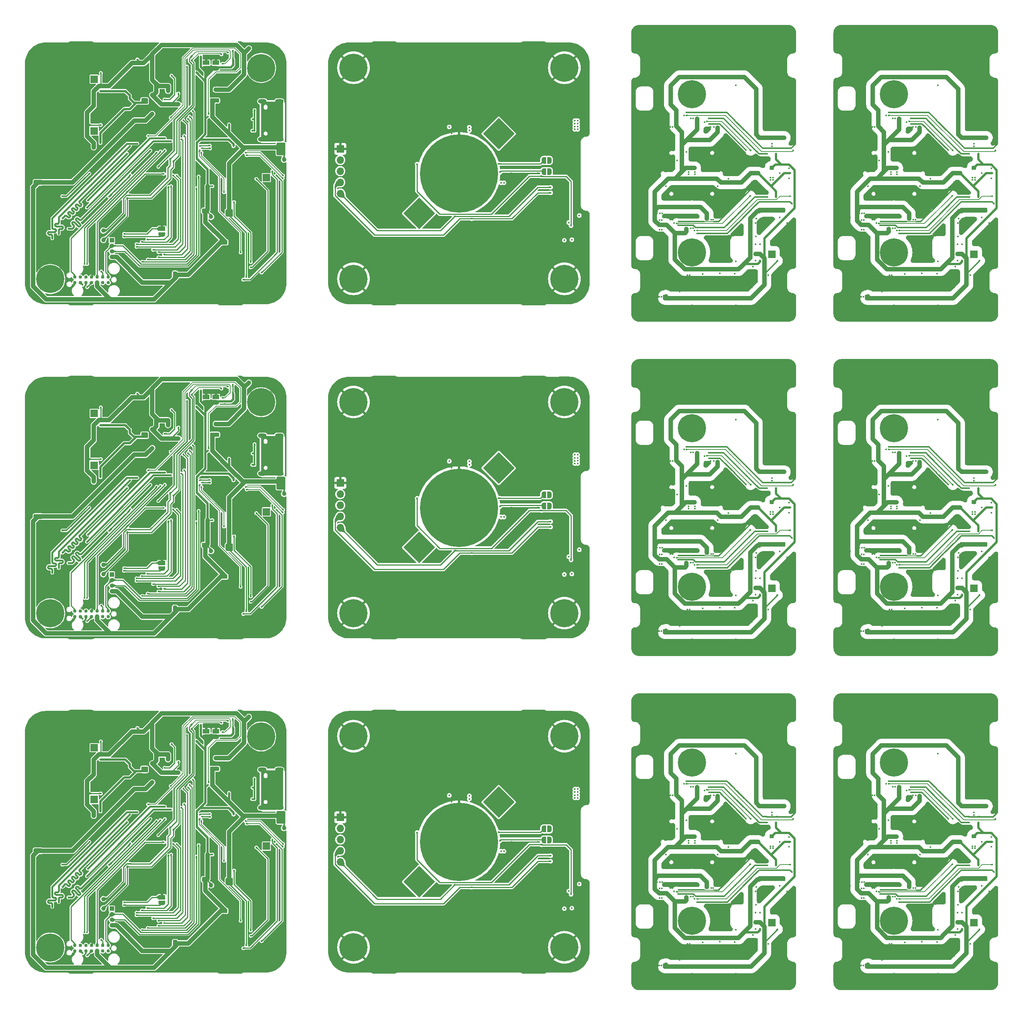
<source format=gbl>
%TF.GenerationSoftware,KiCad,Pcbnew,7.0.1-3b83917a11~172~ubuntu22.04.1*%
%TF.CreationDate,2023-05-08T15:19:59+02:00*%
%TF.ProjectId,panel,70616e65-6c2e-46b6-9963-61645f706362,C*%
%TF.SameCoordinates,Original*%
%TF.FileFunction,Copper,L4,Bot*%
%TF.FilePolarity,Positive*%
%FSLAX46Y46*%
G04 Gerber Fmt 4.6, Leading zero omitted, Abs format (unit mm)*
G04 Created by KiCad (PCBNEW 7.0.1-3b83917a11~172~ubuntu22.04.1) date 2023-05-08 15:19:59*
%MOMM*%
%LPD*%
G01*
G04 APERTURE LIST*
G04 Aperture macros list*
%AMRotRect*
0 Rectangle, with rotation*
0 The origin of the aperture is its center*
0 $1 length*
0 $2 width*
0 $3 Rotation angle, in degrees counterclockwise*
0 Add horizontal line*
21,1,$1,$2,0,0,$3*%
%AMFreePoly0*
4,1,19,0.500000,-0.750000,0.000000,-0.750000,0.000000,-0.744911,-0.071157,-0.744911,-0.207708,-0.704816,-0.327430,-0.627875,-0.420627,-0.520320,-0.479746,-0.390866,-0.500000,-0.250000,-0.500000,0.250000,-0.479746,0.390866,-0.420627,0.520320,-0.327430,0.627875,-0.207708,0.704816,-0.071157,0.744911,0.000000,0.744911,0.000000,0.750000,0.500000,0.750000,0.500000,-0.750000,0.500000,-0.750000,
$1*%
%AMFreePoly1*
4,1,19,0.000000,0.744911,0.071157,0.744911,0.207708,0.704816,0.327430,0.627875,0.420627,0.520320,0.479746,0.390866,0.500000,0.250000,0.500000,-0.250000,0.479746,-0.390866,0.420627,-0.520320,0.327430,-0.627875,0.207708,-0.704816,0.071157,-0.744911,0.000000,-0.744911,0.000000,-0.750000,-0.500000,-0.750000,-0.500000,0.750000,0.000000,0.750000,0.000000,0.744911,0.000000,0.744911,
$1*%
%AMFreePoly2*
4,1,19,0.550000,-0.750000,0.000000,-0.750000,0.000000,-0.744911,-0.071157,-0.744911,-0.207708,-0.704816,-0.327430,-0.627875,-0.420627,-0.520320,-0.479746,-0.390866,-0.500000,-0.250000,-0.500000,0.250000,-0.479746,0.390866,-0.420627,0.520320,-0.327430,0.627875,-0.207708,0.704816,-0.071157,0.744911,0.000000,0.744911,0.000000,0.750000,0.550000,0.750000,0.550000,-0.750000,0.550000,-0.750000,
$1*%
%AMFreePoly3*
4,1,19,0.000000,0.744911,0.071157,0.744911,0.207708,0.704816,0.327430,0.627875,0.420627,0.520320,0.479746,0.390866,0.500000,0.250000,0.500000,-0.250000,0.479746,-0.390866,0.420627,-0.520320,0.327430,-0.627875,0.207708,-0.704816,0.071157,-0.744911,0.000000,-0.744911,0.000000,-0.750000,-0.550000,-0.750000,-0.550000,0.750000,0.000000,0.750000,0.000000,0.744911,0.000000,0.744911,
$1*%
G04 Aperture macros list end*
%TA.AperFunction,ComponentPad*%
%ADD10C,0.800000*%
%TD*%
%TA.AperFunction,ComponentPad*%
%ADD11C,6.400000*%
%TD*%
%TA.AperFunction,ComponentPad*%
%ADD12C,0.500000*%
%TD*%
%TA.AperFunction,SMDPad,CuDef*%
%ADD13R,1.680000X1.680000*%
%TD*%
%TA.AperFunction,ComponentPad*%
%ADD14R,1.700000X1.700000*%
%TD*%
%TA.AperFunction,ComponentPad*%
%ADD15O,1.700000X1.700000*%
%TD*%
%TA.AperFunction,ComponentPad*%
%ADD16O,1.950000X0.950000*%
%TD*%
%TA.AperFunction,ComponentPad*%
%ADD17R,1.000000X1.000000*%
%TD*%
%TA.AperFunction,ComponentPad*%
%ADD18O,1.000000X1.000000*%
%TD*%
%TA.AperFunction,SMDPad,CuDef*%
%ADD19FreePoly0,180.000000*%
%TD*%
%TA.AperFunction,SMDPad,CuDef*%
%ADD20FreePoly1,180.000000*%
%TD*%
%TA.AperFunction,SMDPad,CuDef*%
%ADD21FreePoly2,270.000000*%
%TD*%
%TA.AperFunction,SMDPad,CuDef*%
%ADD22R,1.500000X1.000000*%
%TD*%
%TA.AperFunction,SMDPad,CuDef*%
%ADD23FreePoly3,270.000000*%
%TD*%
%TA.AperFunction,SMDPad,CuDef*%
%ADD24C,1.000000*%
%TD*%
%TA.AperFunction,ConnectorPad*%
%ADD25C,0.787400*%
%TD*%
%TA.AperFunction,SMDPad,CuDef*%
%ADD26RotRect,5.100000X5.100000X45.000000*%
%TD*%
%TA.AperFunction,SMDPad,CuDef*%
%ADD27C,17.800000*%
%TD*%
%TA.AperFunction,ViaPad*%
%ADD28C,0.450000*%
%TD*%
%TA.AperFunction,ViaPad*%
%ADD29C,0.400000*%
%TD*%
%TA.AperFunction,Conductor*%
%ADD30C,0.250000*%
%TD*%
%TA.AperFunction,Conductor*%
%ADD31C,1.000000*%
%TD*%
%TA.AperFunction,Conductor*%
%ADD32C,0.300000*%
%TD*%
%TA.AperFunction,Conductor*%
%ADD33C,0.500000*%
%TD*%
%TA.AperFunction,Conductor*%
%ADD34C,0.200000*%
%TD*%
%TA.AperFunction,Conductor*%
%ADD35C,0.440000*%
%TD*%
%TA.AperFunction,Conductor*%
%ADD36C,0.306310*%
%TD*%
G04 APERTURE END LIST*
%TA.AperFunction,EtchedComponent*%
%TO.C,JP402*%
G36*
X78800000Y-197450000D02*
G01*
X78200000Y-197450000D01*
X78200000Y-196950000D01*
X78800000Y-196950000D01*
X78800000Y-197450000D01*
G37*
%TD.AperFunction*%
%TA.AperFunction,EtchedComponent*%
%TO.C,JP1401*%
G36*
X68700000Y-83200000D02*
G01*
X68100000Y-83200000D01*
X68100000Y-82700000D01*
X68700000Y-82700000D01*
X68700000Y-83200000D01*
G37*
%TD.AperFunction*%
%TA.AperFunction,EtchedComponent*%
%TO.C,JP401*%
G36*
X81000000Y-45450000D02*
G01*
X80400000Y-45450000D01*
X80400000Y-44950000D01*
X81000000Y-44950000D01*
X81000000Y-45450000D01*
G37*
%TD.AperFunction*%
%TA.AperFunction,EtchedComponent*%
%TO.C,JP1401*%
G36*
X68700000Y-159200000D02*
G01*
X68100000Y-159200000D01*
X68100000Y-158700000D01*
X68700000Y-158700000D01*
X68700000Y-159200000D01*
G37*
%TD.AperFunction*%
%TA.AperFunction,EtchedComponent*%
%TO.C,JP402*%
G36*
X78800000Y-45450000D02*
G01*
X78200000Y-45450000D01*
X78200000Y-44950000D01*
X78800000Y-44950000D01*
X78800000Y-45450000D01*
G37*
%TD.AperFunction*%
%TA.AperFunction,EtchedComponent*%
%TO.C,JP401*%
G36*
X81000000Y-121450000D02*
G01*
X80400000Y-121450000D01*
X80400000Y-120950000D01*
X81000000Y-120950000D01*
X81000000Y-121450000D01*
G37*
%TD.AperFunction*%
%TA.AperFunction,EtchedComponent*%
%TO.C,JP1401*%
G36*
X68700000Y-235200000D02*
G01*
X68100000Y-235200000D01*
X68100000Y-234700000D01*
X68700000Y-234700000D01*
X68700000Y-235200000D01*
G37*
%TD.AperFunction*%
%TA.AperFunction,EtchedComponent*%
%TO.C,JP401*%
G36*
X81000000Y-197450000D02*
G01*
X80400000Y-197450000D01*
X80400000Y-196950000D01*
X81000000Y-196950000D01*
X81000000Y-197450000D01*
G37*
%TD.AperFunction*%
%TA.AperFunction,EtchedComponent*%
%TO.C,JP402*%
G36*
X78800000Y-121450000D02*
G01*
X78200000Y-121450000D01*
X78200000Y-120950000D01*
X78800000Y-120950000D01*
X78800000Y-121450000D01*
G37*
%TD.AperFunction*%
%TD*%
D10*
%TO.P,H1001,1,1*%
%TO.N,Board_4-GND_SENSOR*%
X189000000Y-207400000D03*
X187302944Y-206697056D03*
X190697056Y-206697056D03*
X186600000Y-205000000D03*
D11*
X189000000Y-205000000D03*
D10*
X191400000Y-205000000D03*
X187302944Y-203302944D03*
X190697056Y-203302944D03*
X189000000Y-202600000D03*
%TD*%
D12*
%TO.P,U801,17,EP*%
%TO.N,Board_0-GND*%
X52410000Y-60810000D03*
X52410000Y-61990000D03*
D13*
X53000000Y-61400000D03*
D12*
X53590000Y-60810000D03*
X53590000Y-61990000D03*
%TD*%
%TO.P,U1701,17,EP*%
%TO.N,Board_4-GND_SENSOR*%
X207790000Y-240810000D03*
X206610000Y-240810000D03*
D13*
X207200000Y-241400000D03*
D12*
X207790000Y-241990000D03*
X206610000Y-241990000D03*
%TD*%
%TO.P,U901,17,VSS*%
%TO.N,Board_0-GND*%
X91604500Y-72581200D03*
X92784500Y-72581200D03*
D13*
X92194500Y-71991200D03*
D12*
X91604500Y-71401200D03*
X92784500Y-71401200D03*
%TD*%
D10*
%TO.P,H202,1,1*%
%TO.N,Board_2-GND*%
X40600000Y-247050000D03*
X41302944Y-245352944D03*
X41302944Y-248747056D03*
X43000000Y-244650000D03*
D11*
X43000000Y-247050000D03*
D10*
X43000000Y-249450000D03*
X44697056Y-245352944D03*
X44697056Y-248747056D03*
X45400000Y-247050000D03*
%TD*%
%TO.P,H1002,1,1*%
%TO.N,Board_0-GND_SENSOR*%
X189000000Y-91400000D03*
X187302944Y-90697056D03*
X190697056Y-90697056D03*
X186600000Y-89000000D03*
D11*
X189000000Y-89000000D03*
D10*
X191400000Y-89000000D03*
X187302944Y-87302944D03*
X190697056Y-87302944D03*
X189000000Y-86600000D03*
%TD*%
D12*
%TO.P,U901,17,VSS*%
%TO.N,Board_2-GND*%
X91604500Y-224581200D03*
X92784500Y-224581200D03*
D13*
X92194500Y-223991200D03*
D12*
X91604500Y-223401200D03*
X92784500Y-223401200D03*
%TD*%
D14*
%TO.P,J303,1,Pin_1*%
%TO.N,Board_0-GND_GNSS*%
X109000000Y-65425000D03*
D15*
%TO.P,J303,2,Pin_2*%
%TO.N,Board_0-unconnected-(J303-Pin_2-Pad2)*%
X109000000Y-67965000D03*
%TO.P,J303,3,Pin_3*%
%TO.N,Board_0-+3.3V_GNSS*%
X109000000Y-70505000D03*
%TO.P,J303,4,Pin_4*%
%TO.N,Board_0-/GNSS_Module/GPS_TX_RXD*%
X109000000Y-73045000D03*
%TO.P,J303,5,Pin_5*%
%TO.N,Board_0-/GNSS_Module/GPS_RX_TXD*%
X109000000Y-75585000D03*
%TD*%
D10*
%TO.P,H1002,1,1*%
%TO.N,Board_4-GND_SENSOR*%
X189000000Y-243400000D03*
X187302944Y-242697056D03*
X190697056Y-242697056D03*
X186600000Y-241000000D03*
D11*
X189000000Y-241000000D03*
D10*
X191400000Y-241000000D03*
X187302944Y-239302944D03*
X190697056Y-239302944D03*
X189000000Y-238600000D03*
%TD*%
D14*
%TO.P,J303,1,Pin_1*%
%TO.N,Board_2-GND_GNSS*%
X109000000Y-217425000D03*
D15*
%TO.P,J303,2,Pin_2*%
%TO.N,Board_2-unconnected-(J303-Pin_2-Pad2)*%
X109000000Y-219965000D03*
%TO.P,J303,3,Pin_3*%
%TO.N,Board_2-+3.3V_GNSS*%
X109000000Y-222505000D03*
%TO.P,J303,4,Pin_4*%
%TO.N,Board_2-/GNSS_Module/GPS_TX_RXD*%
X109000000Y-225045000D03*
%TO.P,J303,5,Pin_5*%
%TO.N,Board_2-/GNSS_Module/GPS_RX_TXD*%
X109000000Y-227585000D03*
%TD*%
D10*
%TO.P,H1002,1,1*%
%TO.N,Board_3-GND_SENSOR*%
X235000000Y-167400000D03*
X233302944Y-166697056D03*
X236697056Y-166697056D03*
X232600000Y-165000000D03*
D11*
X235000000Y-165000000D03*
D10*
X237400000Y-165000000D03*
X233302944Y-163302944D03*
X236697056Y-163302944D03*
X235000000Y-162600000D03*
%TD*%
%TO.P,H304,1,1*%
%TO.N,Board_1-GND_GNSS*%
X114400000Y-171000000D03*
X113697056Y-172697056D03*
X113697056Y-169302944D03*
X112000000Y-173400000D03*
D11*
X112000000Y-171000000D03*
D10*
X112000000Y-168600000D03*
X110302944Y-172697056D03*
X110302944Y-169302944D03*
X109600000Y-171000000D03*
%TD*%
%TO.P,H303,1,1*%
%TO.N,Board_2-GND_GNSS*%
X162400000Y-247000000D03*
X161697056Y-248697056D03*
X161697056Y-245302944D03*
X160000000Y-249400000D03*
D11*
X160000000Y-247000000D03*
D10*
X160000000Y-244600000D03*
X158302944Y-248697056D03*
X158302944Y-245302944D03*
X157600000Y-247000000D03*
%TD*%
D16*
%TO.P,J206,S1,SHIELD*%
%TO.N,Board_0-Earth*%
X91275000Y-63270000D03*
X95100000Y-63270000D03*
X91275000Y-54630000D03*
X95100000Y-54630000D03*
%TD*%
D12*
%TO.P,U1701,17,EP*%
%TO.N,Board_5-GND_SENSOR*%
X253790000Y-240810000D03*
X252610000Y-240810000D03*
D13*
X253200000Y-241400000D03*
D12*
X253790000Y-241990000D03*
X252610000Y-241990000D03*
%TD*%
D10*
%TO.P,H303,1,1*%
%TO.N,Board_1-GND_GNSS*%
X162400000Y-171000000D03*
X161697056Y-172697056D03*
X161697056Y-169302944D03*
X160000000Y-173400000D03*
D11*
X160000000Y-171000000D03*
D10*
X160000000Y-168600000D03*
X158302944Y-172697056D03*
X158302944Y-169302944D03*
X157600000Y-171000000D03*
%TD*%
%TO.P,H202,1,1*%
%TO.N,Board_1-GND*%
X40600000Y-171050000D03*
X41302944Y-169352944D03*
X41302944Y-172747056D03*
X43000000Y-168650000D03*
D11*
X43000000Y-171050000D03*
D10*
X43000000Y-173450000D03*
X44697056Y-169352944D03*
X44697056Y-172747056D03*
X45400000Y-171050000D03*
%TD*%
D12*
%TO.P,U701,17,EP*%
%TO.N,Board_1-GND*%
X52410000Y-125010000D03*
X52410000Y-126190000D03*
D13*
X53000000Y-125600000D03*
D12*
X53590000Y-125010000D03*
X53590000Y-126190000D03*
%TD*%
D10*
%TO.P,H303,1,1*%
%TO.N,Board_0-GND_GNSS*%
X162400000Y-95000000D03*
X161697056Y-96697056D03*
X161697056Y-93302944D03*
X160000000Y-97400000D03*
D11*
X160000000Y-95000000D03*
D10*
X160000000Y-92600000D03*
X158302944Y-96697056D03*
X158302944Y-93302944D03*
X157600000Y-95000000D03*
%TD*%
%TO.P,H301,1,1*%
%TO.N,Board_1-GND_GNSS*%
X162400000Y-123000000D03*
X161697056Y-124697056D03*
X161697056Y-121302944D03*
X160000000Y-125400000D03*
D11*
X160000000Y-123000000D03*
D10*
X160000000Y-120600000D03*
X158302944Y-124697056D03*
X158302944Y-121302944D03*
X157600000Y-123000000D03*
%TD*%
D12*
%TO.P,U801,17,EP*%
%TO.N,Board_1-GND*%
X52410000Y-136810000D03*
X52410000Y-137990000D03*
D13*
X53000000Y-137400000D03*
D12*
X53590000Y-136810000D03*
X53590000Y-137990000D03*
%TD*%
D10*
%TO.P,H302,1,1*%
%TO.N,Board_1-GND_GNSS*%
X114400000Y-123000000D03*
X113697056Y-124697056D03*
X113697056Y-121302944D03*
X112000000Y-125400000D03*
D11*
X112000000Y-123000000D03*
D10*
X112000000Y-120600000D03*
X110302944Y-124697056D03*
X110302944Y-121302944D03*
X109600000Y-123000000D03*
%TD*%
D16*
%TO.P,J206,S1,SHIELD*%
%TO.N,Board_2-Earth*%
X91275000Y-215270000D03*
X95100000Y-215270000D03*
X91275000Y-206630000D03*
X95100000Y-206630000D03*
%TD*%
D14*
%TO.P,J303,1,Pin_1*%
%TO.N,Board_1-GND_GNSS*%
X109000000Y-141425000D03*
D15*
%TO.P,J303,2,Pin_2*%
%TO.N,Board_1-unconnected-(J303-Pin_2-Pad2)*%
X109000000Y-143965000D03*
%TO.P,J303,3,Pin_3*%
%TO.N,Board_1-+3.3V_GNSS*%
X109000000Y-146505000D03*
%TO.P,J303,4,Pin_4*%
%TO.N,Board_1-/GNSS_Module/GPS_TX_RXD*%
X109000000Y-149045000D03*
%TO.P,J303,5,Pin_5*%
%TO.N,Board_1-/GNSS_Module/GPS_RX_TXD*%
X109000000Y-151585000D03*
%TD*%
D17*
%TO.P,J203,1,Pin_1*%
%TO.N,Board_1-GND*%
X57000000Y-162200000D03*
D18*
%TO.P,J203,2,Pin_2*%
%TO.N,Board_1-/VCP_TX*%
X57000000Y-163470000D03*
%TO.P,J203,3,Pin_3*%
%TO.N,Board_1-/VCP_RX*%
X57000000Y-164740000D03*
%TO.P,J203,4,Pin_4*%
%TO.N,Board_1-+3V3*%
X57000000Y-166010000D03*
%TD*%
D10*
%TO.P,H1001,1,1*%
%TO.N,Board_5-GND_SENSOR*%
X235000000Y-207400000D03*
X233302944Y-206697056D03*
X236697056Y-206697056D03*
X232600000Y-205000000D03*
D11*
X235000000Y-205000000D03*
D10*
X237400000Y-205000000D03*
X233302944Y-203302944D03*
X236697056Y-203302944D03*
X235000000Y-202600000D03*
%TD*%
%TO.P,H1001,1,1*%
%TO.N,Board_3-GND_SENSOR*%
X235000000Y-131400000D03*
X233302944Y-130697056D03*
X236697056Y-130697056D03*
X232600000Y-129000000D03*
D11*
X235000000Y-129000000D03*
D10*
X237400000Y-129000000D03*
X233302944Y-127302944D03*
X236697056Y-127302944D03*
X235000000Y-126600000D03*
%TD*%
%TO.P,H1001,1,1*%
%TO.N,Board_1-GND_SENSOR*%
X235000000Y-55400000D03*
X233302944Y-54697056D03*
X236697056Y-54697056D03*
X232600000Y-53000000D03*
D11*
X235000000Y-53000000D03*
D10*
X237400000Y-53000000D03*
X233302944Y-51302944D03*
X236697056Y-51302944D03*
X235000000Y-50600000D03*
%TD*%
%TO.P,H201,1,1*%
%TO.N,Board_1-GND*%
X88600000Y-123050000D03*
X89302944Y-121352944D03*
X89302944Y-124747056D03*
X91000000Y-120650000D03*
D11*
X91000000Y-123050000D03*
D10*
X91000000Y-125450000D03*
X92697056Y-121352944D03*
X92697056Y-124747056D03*
X93400000Y-123050000D03*
%TD*%
D12*
%TO.P,U801,17,EP*%
%TO.N,Board_2-GND*%
X52410000Y-212810000D03*
X52410000Y-213990000D03*
D13*
X53000000Y-213400000D03*
D12*
X53590000Y-212810000D03*
X53590000Y-213990000D03*
%TD*%
D10*
%TO.P,H1002,1,1*%
%TO.N,Board_1-GND_SENSOR*%
X235000000Y-91400000D03*
X233302944Y-90697056D03*
X236697056Y-90697056D03*
X232600000Y-89000000D03*
D11*
X235000000Y-89000000D03*
D10*
X237400000Y-89000000D03*
X233302944Y-87302944D03*
X236697056Y-87302944D03*
X235000000Y-86600000D03*
%TD*%
D12*
%TO.P,U701,17,EP*%
%TO.N,Board_0-GND*%
X52410000Y-49010000D03*
X52410000Y-50190000D03*
D13*
X53000000Y-49600000D03*
D12*
X53590000Y-49010000D03*
X53590000Y-50190000D03*
%TD*%
%TO.P,U901,17,VSS*%
%TO.N,Board_1-GND*%
X91604500Y-148581200D03*
X92784500Y-148581200D03*
D13*
X92194500Y-147991200D03*
D12*
X91604500Y-147401200D03*
X92784500Y-147401200D03*
%TD*%
D10*
%TO.P,H302,1,1*%
%TO.N,Board_0-GND_GNSS*%
X114400000Y-47000000D03*
X113697056Y-48697056D03*
X113697056Y-45302944D03*
X112000000Y-49400000D03*
D11*
X112000000Y-47000000D03*
D10*
X112000000Y-44600000D03*
X110302944Y-48697056D03*
X110302944Y-45302944D03*
X109600000Y-47000000D03*
%TD*%
D17*
%TO.P,J203,1,Pin_1*%
%TO.N,Board_2-GND*%
X57000000Y-238200000D03*
D18*
%TO.P,J203,2,Pin_2*%
%TO.N,Board_2-/VCP_TX*%
X57000000Y-239470000D03*
%TO.P,J203,3,Pin_3*%
%TO.N,Board_2-/VCP_RX*%
X57000000Y-240740000D03*
%TO.P,J203,4,Pin_4*%
%TO.N,Board_2-+3V3*%
X57000000Y-242010000D03*
%TD*%
D10*
%TO.P,H1001,1,1*%
%TO.N,Board_2-GND_SENSOR*%
X189000000Y-131400000D03*
X187302944Y-130697056D03*
X190697056Y-130697056D03*
X186600000Y-129000000D03*
D11*
X189000000Y-129000000D03*
D10*
X191400000Y-129000000D03*
X187302944Y-127302944D03*
X190697056Y-127302944D03*
X189000000Y-126600000D03*
%TD*%
%TO.P,H201,1,1*%
%TO.N,Board_2-GND*%
X88600000Y-199050000D03*
X89302944Y-197352944D03*
X89302944Y-200747056D03*
X91000000Y-196650000D03*
D11*
X91000000Y-199050000D03*
D10*
X91000000Y-201450000D03*
X92697056Y-197352944D03*
X92697056Y-200747056D03*
X93400000Y-199050000D03*
%TD*%
D17*
%TO.P,J203,1,Pin_1*%
%TO.N,Board_0-GND*%
X57000000Y-86200000D03*
D18*
%TO.P,J203,2,Pin_2*%
%TO.N,Board_0-/VCP_TX*%
X57000000Y-87470000D03*
%TO.P,J203,3,Pin_3*%
%TO.N,Board_0-/VCP_RX*%
X57000000Y-88740000D03*
%TO.P,J203,4,Pin_4*%
%TO.N,Board_0-+3V3*%
X57000000Y-90010000D03*
%TD*%
D10*
%TO.P,H301,1,1*%
%TO.N,Board_2-GND_GNSS*%
X162400000Y-199000000D03*
X161697056Y-200697056D03*
X161697056Y-197302944D03*
X160000000Y-201400000D03*
D11*
X160000000Y-199000000D03*
D10*
X160000000Y-196600000D03*
X158302944Y-200697056D03*
X158302944Y-197302944D03*
X157600000Y-199000000D03*
%TD*%
D12*
%TO.P,U1701,17,EP*%
%TO.N,Board_0-GND_SENSOR*%
X207790000Y-88810000D03*
X206610000Y-88810000D03*
D13*
X207200000Y-89400000D03*
D12*
X207790000Y-89990000D03*
X206610000Y-89990000D03*
%TD*%
D10*
%TO.P,H1001,1,1*%
%TO.N,Board_0-GND_SENSOR*%
X189000000Y-55400000D03*
X187302944Y-54697056D03*
X190697056Y-54697056D03*
X186600000Y-53000000D03*
D11*
X189000000Y-53000000D03*
D10*
X191400000Y-53000000D03*
X187302944Y-51302944D03*
X190697056Y-51302944D03*
X189000000Y-50600000D03*
%TD*%
%TO.P,H304,1,1*%
%TO.N,Board_0-GND_GNSS*%
X114400000Y-95000000D03*
X113697056Y-96697056D03*
X113697056Y-93302944D03*
X112000000Y-97400000D03*
D11*
X112000000Y-95000000D03*
D10*
X112000000Y-92600000D03*
X110302944Y-96697056D03*
X110302944Y-93302944D03*
X109600000Y-95000000D03*
%TD*%
D16*
%TO.P,J206,S1,SHIELD*%
%TO.N,Board_1-Earth*%
X91275000Y-139270000D03*
X95100000Y-139270000D03*
X91275000Y-130630000D03*
X95100000Y-130630000D03*
%TD*%
D10*
%TO.P,H202,1,1*%
%TO.N,Board_0-GND*%
X40600000Y-95050000D03*
X41302944Y-93352944D03*
X41302944Y-96747056D03*
X43000000Y-92650000D03*
D11*
X43000000Y-95050000D03*
D10*
X43000000Y-97450000D03*
X44697056Y-93352944D03*
X44697056Y-96747056D03*
X45400000Y-95050000D03*
%TD*%
%TO.P,H302,1,1*%
%TO.N,Board_2-GND_GNSS*%
X114400000Y-199000000D03*
X113697056Y-200697056D03*
X113697056Y-197302944D03*
X112000000Y-201400000D03*
D11*
X112000000Y-199000000D03*
D10*
X112000000Y-196600000D03*
X110302944Y-200697056D03*
X110302944Y-197302944D03*
X109600000Y-199000000D03*
%TD*%
%TO.P,H1002,1,1*%
%TO.N,Board_2-GND_SENSOR*%
X189000000Y-167400000D03*
X187302944Y-166697056D03*
X190697056Y-166697056D03*
X186600000Y-165000000D03*
D11*
X189000000Y-165000000D03*
D10*
X191400000Y-165000000D03*
X187302944Y-163302944D03*
X190697056Y-163302944D03*
X189000000Y-162600000D03*
%TD*%
D12*
%TO.P,U1701,17,EP*%
%TO.N,Board_1-GND_SENSOR*%
X253790000Y-88810000D03*
X252610000Y-88810000D03*
D13*
X253200000Y-89400000D03*
D12*
X253790000Y-89990000D03*
X252610000Y-89990000D03*
%TD*%
D10*
%TO.P,H301,1,1*%
%TO.N,Board_0-GND_GNSS*%
X162400000Y-47000000D03*
X161697056Y-48697056D03*
X161697056Y-45302944D03*
X160000000Y-49400000D03*
D11*
X160000000Y-47000000D03*
D10*
X160000000Y-44600000D03*
X158302944Y-48697056D03*
X158302944Y-45302944D03*
X157600000Y-47000000D03*
%TD*%
D12*
%TO.P,U701,17,EP*%
%TO.N,Board_2-GND*%
X52410000Y-201010000D03*
X52410000Y-202190000D03*
D13*
X53000000Y-201600000D03*
D12*
X53590000Y-201010000D03*
X53590000Y-202190000D03*
%TD*%
D10*
%TO.P,H201,1,1*%
%TO.N,Board_0-GND*%
X88600000Y-47050000D03*
X89302944Y-45352944D03*
X89302944Y-48747056D03*
X91000000Y-44650000D03*
D11*
X91000000Y-47050000D03*
D10*
X91000000Y-49450000D03*
X92697056Y-45352944D03*
X92697056Y-48747056D03*
X93400000Y-47050000D03*
%TD*%
%TO.P,H1002,1,1*%
%TO.N,Board_5-GND_SENSOR*%
X235000000Y-243400000D03*
X233302944Y-242697056D03*
X236697056Y-242697056D03*
X232600000Y-241000000D03*
D11*
X235000000Y-241000000D03*
D10*
X237400000Y-241000000D03*
X233302944Y-239302944D03*
X236697056Y-239302944D03*
X235000000Y-238600000D03*
%TD*%
%TO.P,H304,1,1*%
%TO.N,Board_2-GND_GNSS*%
X114400000Y-247000000D03*
X113697056Y-248697056D03*
X113697056Y-245302944D03*
X112000000Y-249400000D03*
D11*
X112000000Y-247000000D03*
D10*
X112000000Y-244600000D03*
X110302944Y-248697056D03*
X110302944Y-245302944D03*
X109600000Y-247000000D03*
%TD*%
D12*
%TO.P,U1701,17,EP*%
%TO.N,Board_3-GND_SENSOR*%
X253790000Y-164810000D03*
X252610000Y-164810000D03*
D13*
X253200000Y-165400000D03*
D12*
X253790000Y-165990000D03*
X252610000Y-165990000D03*
%TD*%
%TO.P,U1701,17,EP*%
%TO.N,Board_2-GND_SENSOR*%
X207790000Y-164810000D03*
X206610000Y-164810000D03*
D13*
X207200000Y-165400000D03*
D12*
X207790000Y-165990000D03*
X206610000Y-165990000D03*
%TD*%
D19*
%TO.P,JP1,1,A*%
%TO.N,Board_1-/GNSS_Module/GNSS_CONN_~{RESET}*%
X156600000Y-146625000D03*
D20*
%TO.P,JP1,2,B*%
%TO.N,Board_1-/GNSS_Module/GNSS_~{RESET}*%
X155300000Y-146625000D03*
%TD*%
D21*
%TO.P,JP402,1,A*%
%TO.N,Board_2-GND*%
X78500000Y-196550000D03*
D22*
%TO.P,JP402,2,C*%
%TO.N,Board_2-Net-(JP402-C)*%
X78500000Y-197850000D03*
D23*
%TO.P,JP402,3,B*%
%TO.N,Board_2-+3V3*%
X78500000Y-199150000D03*
%TD*%
D24*
%TO.P,TP904,1,1*%
%TO.N,Board_1-+3.3VADC*%
X88200000Y-118600000D03*
%TD*%
%TO.P,TP904,1,1*%
%TO.N,Board_2-+3.3VADC*%
X88200000Y-194600000D03*
%TD*%
D21*
%TO.P,JP1401,1,A*%
%TO.N,Board_0-GND*%
X68400000Y-82300000D03*
D22*
%TO.P,JP1401,2,C*%
%TO.N,Board_0-/EnviromentalSensor/I2C_ADDR_SEL*%
X68400000Y-83600000D03*
D23*
%TO.P,JP1401,3,B*%
%TO.N,Board_0-+3V3*%
X68400000Y-84900000D03*
%TD*%
D25*
%TO.P,J202,1,NC*%
%TO.N,Board_1-unconnected-(J202-NC-Pad1)*%
X56210000Y-171835000D03*
%TO.P,J202,2,NC*%
%TO.N,Board_1-unconnected-(J202-NC-Pad2)*%
X54940000Y-171835000D03*
%TO.P,J202,3,VCC*%
%TO.N,Board_1-+3V3*%
X53670000Y-171835000D03*
%TO.P,J202,4,JTMS/SWDIO*%
%TO.N,Board_1-/SWDIO*%
X52400000Y-171835000D03*
%TO.P,J202,5,GND*%
%TO.N,Board_1-GND*%
X51130000Y-171835000D03*
%TO.P,J202,6,JCLK/SWCLK*%
%TO.N,Board_1-/SWCLK*%
X49860000Y-171835000D03*
%TO.P,J202,7,GND*%
%TO.N,Board_1-GND*%
X48590000Y-171835000D03*
%TO.P,J202,8,JTDO/SWO*%
%TO.N,Board_1-/SWO*%
X48590000Y-170565000D03*
%TO.P,J202,9,JRCLK/NC*%
%TO.N,Board_1-unconnected-(J202-JRCLK{slash}NC-Pad9)*%
X49860000Y-170565000D03*
%TO.P,J202,10,JTDI/NC*%
%TO.N,Board_1-unconnected-(J202-JTDI{slash}NC-Pad10)*%
X51130000Y-170565000D03*
%TO.P,J202,11,GNDDetect*%
%TO.N,Board_1-GND*%
X52400000Y-170565000D03*
%TO.P,J202,12,~{RST}*%
%TO.N,Board_1-/~{RST}*%
X53670000Y-170565000D03*
%TO.P,J202,13,VCP_RX*%
%TO.N,Board_1-/VCP_RX*%
X54940000Y-170565000D03*
%TO.P,J202,14,VCP_TX*%
%TO.N,Board_1-/VCP_TX*%
X56210000Y-170565000D03*
%TD*%
D24*
%TO.P,TP407,1,1*%
%TO.N,Board_1-/I2C1_SCL*%
X55075000Y-160025000D03*
%TD*%
D26*
%TO.P,BT301,1,+*%
%TO.N,Board_1-/GNSS_Module/BATT+*%
X126949033Y-156092211D03*
X145050967Y-137990277D03*
D27*
%TO.P,BT301,2,-*%
%TO.N,Board_1-GND_GNSS*%
X136000000Y-147041244D03*
%TD*%
D24*
%TO.P,TP406,1,1*%
%TO.N,Board_1-/I2C1_SDA*%
X55075000Y-162175000D03*
%TD*%
D25*
%TO.P,J202,1,NC*%
%TO.N,Board_2-unconnected-(J202-NC-Pad1)*%
X56210000Y-247835000D03*
%TO.P,J202,2,NC*%
%TO.N,Board_2-unconnected-(J202-NC-Pad2)*%
X54940000Y-247835000D03*
%TO.P,J202,3,VCC*%
%TO.N,Board_2-+3V3*%
X53670000Y-247835000D03*
%TO.P,J202,4,JTMS/SWDIO*%
%TO.N,Board_2-/SWDIO*%
X52400000Y-247835000D03*
%TO.P,J202,5,GND*%
%TO.N,Board_2-GND*%
X51130000Y-247835000D03*
%TO.P,J202,6,JCLK/SWCLK*%
%TO.N,Board_2-/SWCLK*%
X49860000Y-247835000D03*
%TO.P,J202,7,GND*%
%TO.N,Board_2-GND*%
X48590000Y-247835000D03*
%TO.P,J202,8,JTDO/SWO*%
%TO.N,Board_2-/SWO*%
X48590000Y-246565000D03*
%TO.P,J202,9,JRCLK/NC*%
%TO.N,Board_2-unconnected-(J202-JRCLK{slash}NC-Pad9)*%
X49860000Y-246565000D03*
%TO.P,J202,10,JTDI/NC*%
%TO.N,Board_2-unconnected-(J202-JTDI{slash}NC-Pad10)*%
X51130000Y-246565000D03*
%TO.P,J202,11,GNDDetect*%
%TO.N,Board_2-GND*%
X52400000Y-246565000D03*
%TO.P,J202,12,~{RST}*%
%TO.N,Board_2-/~{RST}*%
X53670000Y-246565000D03*
%TO.P,J202,13,VCP_RX*%
%TO.N,Board_2-/VCP_RX*%
X54940000Y-246565000D03*
%TO.P,J202,14,VCP_TX*%
%TO.N,Board_2-/VCP_TX*%
X56210000Y-246565000D03*
%TD*%
D21*
%TO.P,JP401,1,A*%
%TO.N,Board_0-GND*%
X80700000Y-44550000D03*
D22*
%TO.P,JP401,2,C*%
%TO.N,Board_0-Net-(JP401-C)*%
X80700000Y-45850000D03*
D23*
%TO.P,JP401,3,B*%
%TO.N,Board_0-+3V3*%
X80700000Y-47150000D03*
%TD*%
D24*
%TO.P,TP902,1,1*%
%TO.N,Board_0-VCC*%
X96200000Y-67900000D03*
%TD*%
%TO.P,TP407,1,1*%
%TO.N,Board_0-/I2C1_SCL*%
X55075000Y-84025000D03*
%TD*%
%TO.P,TP407,1,1*%
%TO.N,Board_2-/I2C1_SCL*%
X55075000Y-236025000D03*
%TD*%
D21*
%TO.P,JP1401,1,A*%
%TO.N,Board_1-GND*%
X68400000Y-158300000D03*
D22*
%TO.P,JP1401,2,C*%
%TO.N,Board_1-/EnviromentalSensor/I2C_ADDR_SEL*%
X68400000Y-159600000D03*
D23*
%TO.P,JP1401,3,B*%
%TO.N,Board_1-+3V3*%
X68400000Y-160900000D03*
%TD*%
D21*
%TO.P,JP402,1,A*%
%TO.N,Board_0-GND*%
X78500000Y-44550000D03*
D22*
%TO.P,JP402,2,C*%
%TO.N,Board_0-Net-(JP402-C)*%
X78500000Y-45850000D03*
D23*
%TO.P,JP402,3,B*%
%TO.N,Board_0-+3V3*%
X78500000Y-47150000D03*
%TD*%
D24*
%TO.P,TP903,1,1*%
%TO.N,Board_2-+3V3*%
X79600000Y-232900000D03*
%TD*%
D25*
%TO.P,J202,1,NC*%
%TO.N,Board_0-unconnected-(J202-NC-Pad1)*%
X56210000Y-95835000D03*
%TO.P,J202,2,NC*%
%TO.N,Board_0-unconnected-(J202-NC-Pad2)*%
X54940000Y-95835000D03*
%TO.P,J202,3,VCC*%
%TO.N,Board_0-+3V3*%
X53670000Y-95835000D03*
%TO.P,J202,4,JTMS/SWDIO*%
%TO.N,Board_0-/SWDIO*%
X52400000Y-95835000D03*
%TO.P,J202,5,GND*%
%TO.N,Board_0-GND*%
X51130000Y-95835000D03*
%TO.P,J202,6,JCLK/SWCLK*%
%TO.N,Board_0-/SWCLK*%
X49860000Y-95835000D03*
%TO.P,J202,7,GND*%
%TO.N,Board_0-GND*%
X48590000Y-95835000D03*
%TO.P,J202,8,JTDO/SWO*%
%TO.N,Board_0-/SWO*%
X48590000Y-94565000D03*
%TO.P,J202,9,JRCLK/NC*%
%TO.N,Board_0-unconnected-(J202-JRCLK{slash}NC-Pad9)*%
X49860000Y-94565000D03*
%TO.P,J202,10,JTDI/NC*%
%TO.N,Board_0-unconnected-(J202-JTDI{slash}NC-Pad10)*%
X51130000Y-94565000D03*
%TO.P,J202,11,GNDDetect*%
%TO.N,Board_0-GND*%
X52400000Y-94565000D03*
%TO.P,J202,12,~{RST}*%
%TO.N,Board_0-/~{RST}*%
X53670000Y-94565000D03*
%TO.P,J202,13,VCP_RX*%
%TO.N,Board_0-/VCP_RX*%
X54940000Y-94565000D03*
%TO.P,J202,14,VCP_TX*%
%TO.N,Board_0-/VCP_TX*%
X56210000Y-94565000D03*
%TD*%
D19*
%TO.P,JP2,1,A*%
%TO.N,Board_2-/GNSS_Module/GNSS_CONN_INT*%
X156600000Y-220075000D03*
D20*
%TO.P,JP2,2,B*%
%TO.N,Board_2-/GNSS_Module/GNSS_EXT_INT*%
X155300000Y-220075000D03*
%TD*%
D21*
%TO.P,JP401,1,A*%
%TO.N,Board_1-GND*%
X80700000Y-120550000D03*
D22*
%TO.P,JP401,2,C*%
%TO.N,Board_1-Net-(JP401-C)*%
X80700000Y-121850000D03*
D23*
%TO.P,JP401,3,B*%
%TO.N,Board_1-+3V3*%
X80700000Y-123150000D03*
%TD*%
D19*
%TO.P,JP1,1,A*%
%TO.N,Board_0-/GNSS_Module/GNSS_CONN_~{RESET}*%
X156600000Y-70625000D03*
D20*
%TO.P,JP1,2,B*%
%TO.N,Board_0-/GNSS_Module/GNSS_~{RESET}*%
X155300000Y-70625000D03*
%TD*%
D24*
%TO.P,TP902,1,1*%
%TO.N,Board_2-VCC*%
X96200000Y-219900000D03*
%TD*%
%TO.P,TP406,1,1*%
%TO.N,Board_0-/I2C1_SDA*%
X55075000Y-86175000D03*
%TD*%
D26*
%TO.P,BT301,1,+*%
%TO.N,Board_0-/GNSS_Module/BATT+*%
X126949033Y-80092211D03*
X145050967Y-61990277D03*
D27*
%TO.P,BT301,2,-*%
%TO.N,Board_0-GND_GNSS*%
X136000000Y-71041244D03*
%TD*%
D24*
%TO.P,TP903,1,1*%
%TO.N,Board_0-+3V3*%
X79600000Y-80900000D03*
%TD*%
%TO.P,TP904,1,1*%
%TO.N,Board_0-+3.3VADC*%
X88200000Y-42600000D03*
%TD*%
D19*
%TO.P,JP2,1,A*%
%TO.N,Board_0-/GNSS_Module/GNSS_CONN_INT*%
X156600000Y-68075000D03*
D20*
%TO.P,JP2,2,B*%
%TO.N,Board_0-/GNSS_Module/GNSS_EXT_INT*%
X155300000Y-68075000D03*
%TD*%
D21*
%TO.P,JP1401,1,A*%
%TO.N,Board_2-GND*%
X68400000Y-234300000D03*
D22*
%TO.P,JP1401,2,C*%
%TO.N,Board_2-/EnviromentalSensor/I2C_ADDR_SEL*%
X68400000Y-235600000D03*
D23*
%TO.P,JP1401,3,B*%
%TO.N,Board_2-+3V3*%
X68400000Y-236900000D03*
%TD*%
D21*
%TO.P,JP401,1,A*%
%TO.N,Board_2-GND*%
X80700000Y-196550000D03*
D22*
%TO.P,JP401,2,C*%
%TO.N,Board_2-Net-(JP401-C)*%
X80700000Y-197850000D03*
D23*
%TO.P,JP401,3,B*%
%TO.N,Board_2-+3V3*%
X80700000Y-199150000D03*
%TD*%
D19*
%TO.P,JP2,1,A*%
%TO.N,Board_1-/GNSS_Module/GNSS_CONN_INT*%
X156600000Y-144075000D03*
D20*
%TO.P,JP2,2,B*%
%TO.N,Board_1-/GNSS_Module/GNSS_EXT_INT*%
X155300000Y-144075000D03*
%TD*%
D24*
%TO.P,TP903,1,1*%
%TO.N,Board_1-+3V3*%
X79600000Y-156900000D03*
%TD*%
%TO.P,TP406,1,1*%
%TO.N,Board_2-/I2C1_SDA*%
X55075000Y-238175000D03*
%TD*%
D26*
%TO.P,BT301,1,+*%
%TO.N,Board_2-/GNSS_Module/BATT+*%
X126949033Y-232092211D03*
X145050967Y-213990277D03*
D27*
%TO.P,BT301,2,-*%
%TO.N,Board_2-GND_GNSS*%
X136000000Y-223041244D03*
%TD*%
D21*
%TO.P,JP402,1,A*%
%TO.N,Board_1-GND*%
X78500000Y-120550000D03*
D22*
%TO.P,JP402,2,C*%
%TO.N,Board_1-Net-(JP402-C)*%
X78500000Y-121850000D03*
D23*
%TO.P,JP402,3,B*%
%TO.N,Board_1-+3V3*%
X78500000Y-123150000D03*
%TD*%
D24*
%TO.P,TP902,1,1*%
%TO.N,Board_1-VCC*%
X96200000Y-143900000D03*
%TD*%
D19*
%TO.P,JP1,1,A*%
%TO.N,Board_2-/GNSS_Module/GNSS_CONN_~{RESET}*%
X156600000Y-222625000D03*
D20*
%TO.P,JP1,2,B*%
%TO.N,Board_2-/GNSS_Module/GNSS_~{RESET}*%
X155300000Y-222625000D03*
%TD*%
D28*
%TO.N,Board_0-+3.3VADC*%
X66200000Y-48000000D03*
X81000000Y-51700000D03*
X66200000Y-44000000D03*
X69800000Y-51150000D03*
X66200000Y-49000000D03*
X72157820Y-52815640D03*
X52900000Y-64090000D03*
X66200000Y-45000000D03*
X69800000Y-52250000D03*
X80500000Y-51700000D03*
X62800000Y-45100000D03*
X80500000Y-52200000D03*
X81000000Y-52200000D03*
X66200000Y-53200000D03*
X52900000Y-52300000D03*
X52900000Y-65090000D03*
X54500000Y-60000000D03*
X54500000Y-48200000D03*
X52900000Y-53300000D03*
X72170000Y-55350000D03*
%TO.N,Board_0-+3V3*%
X66200000Y-57300000D03*
X71700000Y-94600000D03*
X40800000Y-72800000D03*
X53670000Y-96670000D03*
X56800000Y-75900000D03*
X84600000Y-45100000D03*
X61200000Y-71400000D03*
X58000000Y-90300000D03*
X71700000Y-93600000D03*
X83100000Y-86400000D03*
X79900000Y-73900000D03*
X48900000Y-72200000D03*
X83100000Y-87000000D03*
X78800000Y-79300000D03*
X71100000Y-93600000D03*
X56400000Y-76300000D03*
X76230000Y-48050000D03*
X82600000Y-87000000D03*
X78300000Y-62100000D03*
X84700000Y-64800000D03*
X78900000Y-58055000D03*
X77800000Y-79800000D03*
X71100000Y-94600000D03*
X78800000Y-79800000D03*
X60900000Y-71800000D03*
X78435000Y-69735000D03*
X82100000Y-86400000D03*
X84710000Y-64250000D03*
X77300000Y-44450000D03*
X84400000Y-46600000D03*
X78800000Y-73900000D03*
X77300000Y-45000000D03*
X78300000Y-79800000D03*
X71700000Y-94100000D03*
X82600000Y-86400000D03*
X84563000Y-43074500D03*
X66200000Y-57800000D03*
X39600000Y-72800000D03*
X59790000Y-85380000D03*
X82100000Y-87000000D03*
X84600000Y-45850000D03*
X77800000Y-79300000D03*
X58000000Y-89800000D03*
X71100000Y-94100000D03*
%TO.N,Board_0-/ADC_Interface/ADC_~{RST}*%
X70592930Y-48792605D03*
X69016726Y-54200000D03*
%TO.N,Board_0-/ADC_Interface/VCM*%
X54400000Y-64090000D03*
X64200000Y-54950000D03*
X54400000Y-52300000D03*
X64700000Y-54950000D03*
D29*
%TO.N,Board_0-/ADC_SAI_FS*%
X67569358Y-69525500D03*
X74125000Y-46750500D03*
D28*
%TO.N,Board_0-/AVCC_EN*%
X70384300Y-58334300D03*
X79048500Y-57497952D03*
%TO.N,Board_0-/BATT_~{CHG}*%
X93500000Y-70500000D03*
X86900000Y-95200000D03*
%TO.N,Board_0-/CHARGE_EN1*%
X87400000Y-66300000D03*
X96000000Y-71500000D03*
%TO.N,Board_0-/CHARGE_EN2*%
X87700000Y-66900000D03*
X95900000Y-72107107D03*
%TO.N,Board_0-/CONN_MISO*%
X74348889Y-58638645D03*
X67650000Y-90075500D03*
%TO.N,Board_0-/CONN_MOSI*%
X68875000Y-89449000D03*
X73258244Y-58908244D03*
%TO.N,Board_0-/CONN_SCK*%
X67625000Y-88949500D03*
X73450000Y-62500000D03*
D29*
%TO.N,Board_0-/Connectors/SDIO_CLK_TERM*%
X45750000Y-81250000D03*
X60449323Y-66550677D03*
D28*
%TO.N,Board_0-/EPD_BUSY*%
X62600000Y-87100497D03*
X70950000Y-71450000D03*
%TO.N,Board_0-/EPD_~{CMD}*%
X65100000Y-86075500D03*
X69912882Y-74109733D03*
%TO.N,Board_0-/EPD_~{RST}*%
X70474500Y-73900000D03*
X63800000Y-86575500D03*
%TO.N,Board_0-/EPD_~{SS}*%
X72828215Y-63275812D03*
X66400000Y-88400000D03*
%TO.N,Board_0-/EnviromentalSensor/I2C_ADDR_SEL*%
X59800000Y-84775000D03*
%TO.N,Board_0-/I2C1_SCL*%
X61000000Y-76000000D03*
X83449500Y-43519500D03*
X70250000Y-67767700D03*
X75150000Y-44350000D03*
%TO.N,Board_0-/I2C1_SDA*%
X71050000Y-68250000D03*
X60500000Y-76600000D03*
X81950000Y-43950000D03*
X75150191Y-45344830D03*
%TO.N,Board_0-/I_CHARGE*%
X82525000Y-75305000D03*
X77400000Y-66300500D03*
%TO.N,Board_0-/LED_STATUS_B*%
X79300000Y-64700000D03*
X77000000Y-64816700D03*
%TO.N,Board_0-/LED_STATUS_O*%
X77500000Y-65300000D03*
X79350000Y-65350000D03*
%TO.N,Board_0-/LORA_INT*%
X62600000Y-87700000D03*
X71758537Y-71516781D03*
%TO.N,Board_0-/LORA_~{RST}*%
X75400000Y-56849500D03*
X63900000Y-91100000D03*
%TO.N,Board_0-/LORA_~{SS}*%
X65150000Y-90575500D03*
X74700000Y-58074500D03*
%TO.N,Board_0-/MAG_INT*%
X65250000Y-62500000D03*
X82200000Y-46050000D03*
%TO.N,Board_0-/Power/DVCC_EN*%
X84850000Y-77550000D03*
X88600000Y-91200000D03*
%TO.N,Board_0-/Power/SYSOFF*%
X89900000Y-72265700D03*
X88600000Y-92400000D03*
%TO.N,Board_0-/Power/~{PGOOD}*%
X94500000Y-71500000D03*
X91100000Y-93600000D03*
D29*
%TO.N,Board_0-/SDIO_CD*%
X45700000Y-76200000D03*
X51925000Y-71025000D03*
%TO.N,Board_0-/SDIO_CMD*%
X47100000Y-83619503D03*
X65800000Y-65800000D03*
%TO.N,Board_0-/SDIO_D0*%
X51325000Y-78775000D03*
X70450000Y-63650000D03*
%TO.N,Board_0-/SDIO_D1*%
X51550000Y-77150000D03*
X69097369Y-63000000D03*
%TO.N,Board_0-/SDIO_D2*%
X43450000Y-85815645D03*
X62790300Y-64233000D03*
%TO.N,Board_0-/SDIO_D3*%
X61100000Y-64800000D03*
X44910000Y-84740000D03*
D28*
%TO.N,Board_0-/SWCLK*%
X50362500Y-96337500D03*
X50800000Y-91600000D03*
X68079122Y-66079122D03*
%TO.N,Board_0-/SWDIO*%
X51400000Y-96850000D03*
X69076393Y-65824868D03*
X51400000Y-91600000D03*
%TO.N,Board_0-/SWO*%
X67179122Y-66279122D03*
%TO.N,Board_0-/VCP_RX*%
X76749500Y-71749500D03*
X54600000Y-93300000D03*
%TO.N,Board_0-/VCP_TX*%
X76224500Y-74400000D03*
%TO.N,Board_0-/V_MONITOR*%
X77000000Y-65816200D03*
X86300000Y-89000000D03*
%TO.N,Board_0-/~{RST}*%
X60500000Y-75200000D03*
X68850000Y-71099500D03*
%TO.N,Board_0-Earth*%
X95100000Y-56600000D03*
X95100000Y-58900000D03*
X95100000Y-61300000D03*
%TO.N,Board_0-GND*%
X70500000Y-44600000D03*
X68700000Y-77800000D03*
X85071800Y-43478200D03*
X82700000Y-47498500D03*
X59000000Y-47100000D03*
X59800000Y-55500000D03*
X55800000Y-55500000D03*
X52900000Y-57700000D03*
X96250000Y-75500000D03*
X45900000Y-44800000D03*
X47800000Y-43200000D03*
X80750000Y-55800000D03*
X67550000Y-49800000D03*
X71300000Y-81200000D03*
X85300000Y-58700000D03*
X69000000Y-74900000D03*
X45920903Y-81988129D03*
X70550000Y-59850000D03*
X69300000Y-78200000D03*
X81550000Y-50100000D03*
X84650000Y-72150000D03*
X44600000Y-64800000D03*
X89000000Y-78050000D03*
X79000000Y-65848500D03*
X86300000Y-79500000D03*
X66500000Y-81200000D03*
X82700000Y-82100000D03*
X76950000Y-61950000D03*
X66600000Y-97900000D03*
X66250000Y-51200000D03*
X82450000Y-78750000D03*
X52900000Y-45910000D03*
X61600000Y-82200000D03*
X66400000Y-70300000D03*
X59800000Y-51200000D03*
X93500000Y-75450000D03*
X95350000Y-49900000D03*
X53800000Y-55500000D03*
X88800000Y-56400000D03*
X62900000Y-69600000D03*
X70400000Y-94600000D03*
X62200000Y-79700000D03*
X71300000Y-76600000D03*
X82150000Y-50100000D03*
X68850000Y-82200000D03*
X50700000Y-53300000D03*
X41300000Y-48700000D03*
X42900000Y-78650000D03*
X45700000Y-45900000D03*
X65150000Y-94400000D03*
X82100000Y-87700000D03*
X93500000Y-75950000D03*
X48200000Y-96500000D03*
X45700000Y-53200000D03*
X64600000Y-80600000D03*
X68600000Y-46500000D03*
X81550000Y-49600000D03*
X68750000Y-67200000D03*
X53444259Y-70144259D03*
X67600000Y-94450000D03*
X62200000Y-74800000D03*
X83000000Y-45150000D03*
X42100000Y-70500000D03*
X49800000Y-55500000D03*
X59800000Y-63600000D03*
X92400000Y-93300000D03*
X72750000Y-50251500D03*
X88800000Y-56900000D03*
X81250000Y-55800000D03*
X40800000Y-74800000D03*
X51800000Y-66600000D03*
X95200000Y-93300000D03*
X77400000Y-54200000D03*
X70750000Y-50350000D03*
X62200000Y-60200000D03*
X69800000Y-93600000D03*
X80538500Y-44404627D03*
X80800000Y-98050000D03*
X62150000Y-80600000D03*
X83100000Y-87700000D03*
X62850000Y-97750000D03*
X86200000Y-91200000D03*
X42800000Y-80300000D03*
X53000000Y-93600000D03*
X54400000Y-53300000D03*
X77625500Y-48400000D03*
X62200000Y-58100500D03*
X86900000Y-50200000D03*
X93500000Y-51500000D03*
X89500000Y-55800000D03*
X77700000Y-95350000D03*
X81950000Y-78250000D03*
X43450000Y-86387145D03*
X72400000Y-48500000D03*
X51400000Y-76450000D03*
X57800000Y-43200000D03*
X46800000Y-97900000D03*
X66250000Y-52200000D03*
X92400000Y-97500000D03*
X89000000Y-78550000D03*
X68172732Y-69726561D03*
X76300000Y-51550000D03*
X68200000Y-56200000D03*
X71300000Y-77600000D03*
X62400000Y-74150000D03*
X76400000Y-59250000D03*
X82100000Y-88300000D03*
X69800000Y-94100000D03*
X45700000Y-57900000D03*
X52400000Y-85650000D03*
X68100000Y-89550500D03*
X88500000Y-78050000D03*
X58800000Y-80200000D03*
X86350000Y-61900000D03*
D29*
X69153850Y-62453500D03*
X51000000Y-78300000D03*
D28*
X68900000Y-81225000D03*
X76200000Y-48950000D03*
X55800000Y-66600000D03*
X63800000Y-44000000D03*
X59800000Y-60000000D03*
X44600000Y-58000000D03*
X88300000Y-75500000D03*
X46900000Y-84191503D03*
X83100000Y-88300000D03*
X66200000Y-54950000D03*
X62200000Y-52200000D03*
X88500000Y-78550000D03*
X51800000Y-43200000D03*
X91200000Y-66050000D03*
X59800000Y-43200000D03*
X72215000Y-50117864D03*
X38400000Y-72800000D03*
X62800000Y-77200000D03*
X52850000Y-70750000D03*
X74676502Y-46749919D03*
X44600000Y-53100000D03*
X84700000Y-75700000D03*
X89500000Y-62550000D03*
X50700000Y-64090000D03*
X45700000Y-64900000D03*
X46450000Y-82650000D03*
X95200000Y-87300000D03*
X47200000Y-68300000D03*
X82150000Y-70250000D03*
X53800000Y-43200000D03*
X64200000Y-56200000D03*
X79200000Y-61800000D03*
X81801502Y-45500000D03*
X82450000Y-78250000D03*
X43800000Y-43200000D03*
X41300000Y-49300000D03*
X87400000Y-50200000D03*
X51650000Y-80900000D03*
X88750000Y-76600000D03*
X40700000Y-61100000D03*
X87500000Y-68000000D03*
X72400000Y-46500000D03*
X77400000Y-56200000D03*
X77400000Y-52250000D03*
X82450000Y-55300000D03*
X52900000Y-46910000D03*
X82600000Y-87700000D03*
X81950000Y-78750000D03*
X80750000Y-55300000D03*
X71300000Y-75600000D03*
X46300000Y-87900000D03*
X68700000Y-42700000D03*
X60100000Y-82300000D03*
X70200000Y-56200000D03*
X87900000Y-64050000D03*
X80100000Y-72150000D03*
X43800000Y-55500000D03*
X76500000Y-53800000D03*
X55800000Y-43200000D03*
X65100000Y-89200000D03*
X64600000Y-73300000D03*
X50700000Y-65090000D03*
X40700000Y-48700000D03*
X63800000Y-48000000D03*
X72200000Y-42700000D03*
X72911303Y-62705330D03*
X71300000Y-74600000D03*
X80700000Y-82100000D03*
X85800000Y-80000000D03*
X49800000Y-66600000D03*
X63800000Y-49000000D03*
X72600000Y-69800000D03*
X68550000Y-53200000D03*
X45800000Y-43200000D03*
X82450000Y-55800000D03*
X66500000Y-78600000D03*
X42050000Y-87950000D03*
X77800000Y-71200000D03*
X42850000Y-82450000D03*
X61400000Y-62000000D03*
X63600000Y-74150000D03*
X62200000Y-43200000D03*
X50800000Y-97100000D03*
X64600000Y-79700000D03*
X57350000Y-70500000D03*
X64600000Y-74800000D03*
X79200000Y-92500000D03*
X65700000Y-54950000D03*
X85800000Y-79500000D03*
X66351475Y-65805481D03*
X70400000Y-94100000D03*
X86200000Y-92400000D03*
X70500000Y-64250000D03*
X58100000Y-44200000D03*
X84650000Y-47350000D03*
X86900000Y-87400000D03*
X72400000Y-44600000D03*
X86300000Y-80000000D03*
X68500000Y-48500000D03*
X50700000Y-52300000D03*
X70465000Y-46500000D03*
X76300000Y-50950000D03*
X41300000Y-61100000D03*
X63300000Y-69200000D03*
X69200000Y-42700000D03*
X71300000Y-78600000D03*
X71900000Y-51450000D03*
X80500000Y-78250000D03*
X40700000Y-60500000D03*
X61300000Y-65500000D03*
X62200000Y-54200000D03*
X94100000Y-75950000D03*
X94100000Y-75450000D03*
X71900000Y-52300000D03*
X80250000Y-76500000D03*
X46500000Y-44800000D03*
X82150000Y-49600000D03*
X82700000Y-92900000D03*
X70250000Y-65600000D03*
X84700000Y-59900000D03*
X72700000Y-42700000D03*
X91100000Y-89400000D03*
X47800000Y-66600000D03*
X45800000Y-66600000D03*
X81000000Y-78250000D03*
X78400000Y-94000000D03*
X62200000Y-56200000D03*
X50900000Y-76950000D03*
X76100000Y-56200000D03*
X62200000Y-50200000D03*
X40700000Y-49300000D03*
X43300000Y-80100000D03*
X52200000Y-98300000D03*
X49800000Y-43200000D03*
X66500000Y-82150000D03*
X55400000Y-77400000D03*
X87600000Y-70000000D03*
X81000000Y-78750000D03*
X87900000Y-61900000D03*
X48234213Y-73934213D03*
X89500000Y-55300000D03*
X65000000Y-51400000D03*
X59800000Y-62600000D03*
X63800000Y-45000000D03*
X69100000Y-80400000D03*
X41800000Y-66600000D03*
X78900000Y-64000000D03*
X88200000Y-56900000D03*
X52900000Y-58700000D03*
X85900000Y-76600000D03*
X89500000Y-62050000D03*
X70250000Y-50300000D03*
X89300000Y-75550000D03*
X51800000Y-55500000D03*
X96250000Y-73500000D03*
X87400000Y-72100000D03*
X43800000Y-66600000D03*
X63800000Y-89200000D03*
X44600000Y-46100000D03*
X68600000Y-44600000D03*
X63300000Y-77300000D03*
X67200000Y-57800000D03*
X71800000Y-68250000D03*
X86450000Y-67650000D03*
X94050000Y-71000000D03*
X41300000Y-60500000D03*
X71300000Y-79300000D03*
X45800000Y-55500000D03*
D29*
X44850000Y-85286500D03*
D28*
X69800000Y-94600000D03*
X60695888Y-67195888D03*
X70400000Y-93600000D03*
X57800000Y-55500000D03*
X66500000Y-79700000D03*
X67550000Y-49300000D03*
X38200000Y-71500000D03*
X54400000Y-65090000D03*
X89551500Y-50700000D03*
X88200000Y-56400000D03*
X55650000Y-76850000D03*
X82600000Y-88300000D03*
X46300000Y-56700000D03*
X67200000Y-57300000D03*
X62200000Y-77700000D03*
X91050000Y-42400000D03*
X81250000Y-55300000D03*
X87400000Y-71000000D03*
X57800000Y-65600000D03*
X52600000Y-87900000D03*
X47800000Y-55500000D03*
X71300000Y-82050000D03*
X45700000Y-56700000D03*
X62800000Y-63661500D03*
X43237477Y-80654298D03*
X66200000Y-56200000D03*
X83450000Y-44700000D03*
X80500000Y-78750000D03*
X89450000Y-52250000D03*
X38250000Y-69300000D03*
X73722085Y-58476500D03*
X62200000Y-48200000D03*
X60800000Y-65979177D03*
X80900000Y-75150000D03*
X83150000Y-67650000D03*
X72150000Y-54350000D03*
X79600000Y-90400000D03*
%TO.N,Board_0-Net-(JP401-C)*%
X80548614Y-45830716D03*
%TO.N,Board_0-Net-(JP402-C)*%
X78958638Y-45763667D03*
%TO.N,Board_0-VBUS*%
X89050000Y-58700000D03*
X88950000Y-61300000D03*
X89500000Y-57150000D03*
X89500000Y-61300000D03*
X89500000Y-56600000D03*
%TO.N,Board_0-VCC*%
X96200000Y-66600000D03*
X83700000Y-80100000D03*
X95500000Y-64300000D03*
X96200000Y-65800000D03*
X80700000Y-54200000D03*
X87600000Y-94579700D03*
X96200000Y-64300000D03*
X83700000Y-80600000D03*
X95500000Y-65100000D03*
X83200000Y-80100000D03*
X83200000Y-80600000D03*
X96200000Y-65100000D03*
X83700000Y-59900000D03*
X81200000Y-54700000D03*
X80700000Y-54700000D03*
X94800000Y-65100000D03*
X94800000Y-64300000D03*
X81200000Y-54200000D03*
%TO.N,Board_1-+3.3VADC*%
X66200000Y-124000000D03*
X66200000Y-125000000D03*
X66200000Y-129200000D03*
X72170000Y-131350000D03*
X66200000Y-121000000D03*
X52900000Y-141090000D03*
X81000000Y-128200000D03*
X52900000Y-140090000D03*
X80500000Y-128200000D03*
X54500000Y-124200000D03*
X69800000Y-127150000D03*
X62800000Y-121100000D03*
X52900000Y-129300000D03*
X81000000Y-127700000D03*
X54500000Y-136000000D03*
X80500000Y-127700000D03*
X72157820Y-128815640D03*
X66200000Y-120000000D03*
X69800000Y-128250000D03*
X52900000Y-128300000D03*
%TO.N,Board_1-+3V3*%
X78800000Y-149900000D03*
X39600000Y-148800000D03*
X66200000Y-133300000D03*
X82600000Y-163000000D03*
X82100000Y-163000000D03*
X66200000Y-133800000D03*
X71100000Y-170100000D03*
X84400000Y-122600000D03*
X77300000Y-120450000D03*
X71100000Y-170600000D03*
X82600000Y-162400000D03*
X59790000Y-161380000D03*
X71700000Y-170100000D03*
X71100000Y-169600000D03*
X78300000Y-138100000D03*
X71700000Y-170600000D03*
X61200000Y-147400000D03*
X78800000Y-155300000D03*
X82100000Y-162400000D03*
X71700000Y-169600000D03*
X84600000Y-121100000D03*
X56800000Y-151900000D03*
X53670000Y-172670000D03*
X48900000Y-148200000D03*
X84700000Y-140800000D03*
X83100000Y-163000000D03*
X83100000Y-162400000D03*
X78800000Y-155800000D03*
X78435000Y-145735000D03*
X84600000Y-121850000D03*
X60900000Y-147800000D03*
X58000000Y-166300000D03*
X78300000Y-155800000D03*
X77800000Y-155800000D03*
X56400000Y-152300000D03*
X76230000Y-124050000D03*
X78900000Y-134055000D03*
X84710000Y-140250000D03*
X84563000Y-119074500D03*
X77800000Y-155300000D03*
X77300000Y-121000000D03*
X40800000Y-148800000D03*
X58000000Y-165800000D03*
X79900000Y-149900000D03*
%TO.N,Board_1-/ADC_Interface/ADC_~{RST}*%
X70592930Y-124792605D03*
X69016726Y-130200000D03*
%TO.N,Board_1-/ADC_Interface/VCM*%
X64700000Y-130950000D03*
X64200000Y-130950000D03*
X54400000Y-140090000D03*
X54400000Y-128300000D03*
D29*
%TO.N,Board_1-/ADC_SAI_FS*%
X67569358Y-145525500D03*
X74125000Y-122750500D03*
D28*
%TO.N,Board_1-/AVCC_EN*%
X70384300Y-134334300D03*
X79048500Y-133497952D03*
%TO.N,Board_1-/BATT_~{CHG}*%
X86900000Y-171200000D03*
X93500000Y-146500000D03*
%TO.N,Board_1-/CHARGE_EN1*%
X96000000Y-147500000D03*
X87400000Y-142300000D03*
%TO.N,Board_1-/CHARGE_EN2*%
X95900000Y-148107107D03*
X87700000Y-142900000D03*
%TO.N,Board_1-/CONN_MISO*%
X67650000Y-166075500D03*
X74348889Y-134638645D03*
%TO.N,Board_1-/CONN_MOSI*%
X68875000Y-165449000D03*
X73258244Y-134908244D03*
%TO.N,Board_1-/CONN_SCK*%
X73450000Y-138500000D03*
X67625000Y-164949500D03*
D29*
%TO.N,Board_1-/Connectors/SDIO_CLK_TERM*%
X60449323Y-142550677D03*
X45750000Y-157250000D03*
D28*
%TO.N,Board_1-/EPD_BUSY*%
X62600000Y-163100497D03*
X70950000Y-147450000D03*
%TO.N,Board_1-/EPD_~{CMD}*%
X69912882Y-150109733D03*
X65100000Y-162075500D03*
%TO.N,Board_1-/EPD_~{RST}*%
X70474500Y-149900000D03*
X63800000Y-162575500D03*
%TO.N,Board_1-/EPD_~{SS}*%
X66400000Y-164400000D03*
X72828215Y-139275812D03*
%TO.N,Board_1-/EnviromentalSensor/I2C_ADDR_SEL*%
X59800000Y-160775000D03*
%TO.N,Board_1-/I2C1_SCL*%
X70250000Y-143767700D03*
X61000000Y-152000000D03*
X75150000Y-120350000D03*
X83449500Y-119519500D03*
%TO.N,Board_1-/I2C1_SDA*%
X75150191Y-121344830D03*
X81950000Y-119950000D03*
X60500000Y-152600000D03*
X71050000Y-144250000D03*
%TO.N,Board_1-/I_CHARGE*%
X82525000Y-151305000D03*
X77400000Y-142300500D03*
%TO.N,Board_1-/LED_STATUS_B*%
X77000000Y-140816700D03*
X79300000Y-140700000D03*
%TO.N,Board_1-/LED_STATUS_O*%
X79350000Y-141350000D03*
X77500000Y-141300000D03*
%TO.N,Board_1-/LORA_INT*%
X62600000Y-163700000D03*
X71758537Y-147516781D03*
%TO.N,Board_1-/LORA_~{RST}*%
X75400000Y-132849500D03*
X63900000Y-167100000D03*
%TO.N,Board_1-/LORA_~{SS}*%
X65150000Y-166575500D03*
X74700000Y-134074500D03*
%TO.N,Board_1-/MAG_INT*%
X82200000Y-122050000D03*
X65250000Y-138500000D03*
%TO.N,Board_1-/Power/DVCC_EN*%
X88600000Y-167200000D03*
X84850000Y-153550000D03*
%TO.N,Board_1-/Power/SYSOFF*%
X88600000Y-168400000D03*
X89900000Y-148265700D03*
%TO.N,Board_1-/Power/~{PGOOD}*%
X94500000Y-147500000D03*
X91100000Y-169600000D03*
D29*
%TO.N,Board_1-/SDIO_CD*%
X51925000Y-147025000D03*
X45700000Y-152200000D03*
%TO.N,Board_1-/SDIO_CMD*%
X65800000Y-141800000D03*
X47100000Y-159619503D03*
%TO.N,Board_1-/SDIO_D0*%
X51325000Y-154775000D03*
X70450000Y-139650000D03*
%TO.N,Board_1-/SDIO_D1*%
X69097369Y-139000000D03*
X51550000Y-153150000D03*
%TO.N,Board_1-/SDIO_D2*%
X43450000Y-161815645D03*
X62790300Y-140233000D03*
%TO.N,Board_1-/SDIO_D3*%
X61100000Y-140800000D03*
X44910000Y-160740000D03*
D28*
%TO.N,Board_1-/SWCLK*%
X68079122Y-142079122D03*
X50362500Y-172337500D03*
X50800000Y-167600000D03*
%TO.N,Board_1-/SWDIO*%
X69076393Y-141824868D03*
X51400000Y-172850000D03*
X51400000Y-167600000D03*
%TO.N,Board_1-/SWO*%
X67179122Y-142279122D03*
%TO.N,Board_1-/VCP_RX*%
X76749500Y-147749500D03*
X54600000Y-169300000D03*
%TO.N,Board_1-/VCP_TX*%
X76224500Y-150400000D03*
%TO.N,Board_1-/V_MONITOR*%
X86300000Y-165000000D03*
X77000000Y-141816200D03*
%TO.N,Board_1-/~{RST}*%
X68850000Y-147099500D03*
X60500000Y-151200000D03*
%TO.N,Board_1-Earth*%
X95100000Y-132600000D03*
X95100000Y-134900000D03*
X95100000Y-137300000D03*
%TO.N,Board_1-GND*%
X69800000Y-170100000D03*
X65700000Y-130950000D03*
X82450000Y-154250000D03*
X94050000Y-147000000D03*
X61400000Y-138000000D03*
X95200000Y-163300000D03*
D29*
X44850000Y-161286500D03*
D28*
X52900000Y-134700000D03*
X53800000Y-119200000D03*
X70200000Y-132200000D03*
X46900000Y-160191503D03*
X50700000Y-141090000D03*
X62200000Y-128200000D03*
X45920903Y-157988129D03*
X41300000Y-125300000D03*
X67200000Y-133800000D03*
X70250000Y-126300000D03*
X64600000Y-156600000D03*
X66600000Y-173900000D03*
X82700000Y-168900000D03*
X88200000Y-132900000D03*
X52400000Y-161650000D03*
X89551500Y-126700000D03*
X59800000Y-119200000D03*
D29*
X51000000Y-154300000D03*
D28*
X69800000Y-169600000D03*
X87400000Y-147000000D03*
X38400000Y-148800000D03*
X78400000Y-170000000D03*
X43450000Y-162387145D03*
X55650000Y-152850000D03*
X66500000Y-154600000D03*
X68600000Y-122500000D03*
X42050000Y-163950000D03*
X62200000Y-134100500D03*
X60100000Y-158300000D03*
X62900000Y-145600000D03*
X83000000Y-121150000D03*
X38250000Y-145300000D03*
X92400000Y-173500000D03*
X59800000Y-139600000D03*
D29*
X69153850Y-138453500D03*
D28*
X89500000Y-138550000D03*
X68600000Y-120600000D03*
X43300000Y-156100000D03*
X88800000Y-132900000D03*
X82450000Y-154750000D03*
X54400000Y-129300000D03*
X77400000Y-128250000D03*
X86900000Y-163400000D03*
X59000000Y-123100000D03*
X69200000Y-118700000D03*
X58100000Y-120200000D03*
X68900000Y-157225000D03*
X87900000Y-137900000D03*
X80750000Y-131300000D03*
X96250000Y-151500000D03*
X52600000Y-163900000D03*
X82700000Y-123498500D03*
X69300000Y-154200000D03*
X70400000Y-170100000D03*
X48234213Y-149934213D03*
X63800000Y-121000000D03*
X86900000Y-126200000D03*
X86300000Y-156000000D03*
X83100000Y-164300000D03*
X81000000Y-154250000D03*
X55800000Y-131500000D03*
X59800000Y-136000000D03*
X63800000Y-125000000D03*
X80538500Y-120404627D03*
X89000000Y-154050000D03*
X66500000Y-155700000D03*
X63800000Y-124000000D03*
X83150000Y-143650000D03*
X93500000Y-127500000D03*
X69100000Y-156400000D03*
X80500000Y-154750000D03*
X88200000Y-132400000D03*
X85300000Y-134700000D03*
X81550000Y-125600000D03*
X47800000Y-131500000D03*
X73722085Y-134476500D03*
X81550000Y-126100000D03*
X71900000Y-128300000D03*
X65150000Y-170400000D03*
X76300000Y-126950000D03*
X72400000Y-122500000D03*
X45700000Y-132700000D03*
X76950000Y-137950000D03*
X70750000Y-126350000D03*
X45800000Y-131500000D03*
X85071800Y-119478200D03*
X46450000Y-158650000D03*
X68500000Y-124500000D03*
X86200000Y-167200000D03*
X52900000Y-122910000D03*
X47200000Y-144300000D03*
X66500000Y-157200000D03*
X76300000Y-127550000D03*
X62200000Y-153700000D03*
X71300000Y-155300000D03*
X62850000Y-173750000D03*
X49800000Y-119200000D03*
X64600000Y-150800000D03*
X44600000Y-140800000D03*
X46800000Y-173900000D03*
X52200000Y-174300000D03*
X46500000Y-120800000D03*
X67600000Y-170450000D03*
X41300000Y-137100000D03*
X91050000Y-118400000D03*
X66500000Y-158150000D03*
X40700000Y-137100000D03*
X77700000Y-171350000D03*
X66200000Y-130950000D03*
X72400000Y-120600000D03*
X60800000Y-141979177D03*
X51400000Y-152450000D03*
X61600000Y-158200000D03*
X63300000Y-145200000D03*
X72911303Y-138705330D03*
X81801502Y-121500000D03*
X81000000Y-154750000D03*
X68850000Y-158200000D03*
X89500000Y-138050000D03*
X86350000Y-137900000D03*
X80250000Y-152500000D03*
X88300000Y-151500000D03*
X45800000Y-119200000D03*
X68700000Y-153800000D03*
X68750000Y-143200000D03*
X67200000Y-133300000D03*
X66250000Y-128200000D03*
X79200000Y-137800000D03*
X51650000Y-156900000D03*
X47800000Y-142600000D03*
X84650000Y-148150000D03*
X70400000Y-170600000D03*
X87400000Y-126200000D03*
X96250000Y-149500000D03*
X41800000Y-142600000D03*
X41300000Y-136500000D03*
X44600000Y-134000000D03*
X76200000Y-124950000D03*
X82450000Y-131300000D03*
X81250000Y-131300000D03*
X89500000Y-131800000D03*
X80100000Y-148150000D03*
X70500000Y-120600000D03*
X38200000Y-147500000D03*
X80800000Y-174050000D03*
X45700000Y-121900000D03*
X87600000Y-146000000D03*
X85800000Y-155500000D03*
X53444259Y-146144259D03*
X63300000Y-153300000D03*
X95200000Y-169300000D03*
X40800000Y-150800000D03*
X45700000Y-140900000D03*
X71800000Y-144250000D03*
X66351475Y-141805481D03*
X88750000Y-152600000D03*
X57800000Y-141600000D03*
X68172732Y-145726561D03*
X43800000Y-119200000D03*
X43800000Y-131500000D03*
X62800000Y-153200000D03*
X57350000Y-146500000D03*
X66200000Y-132200000D03*
X55400000Y-153400000D03*
X42100000Y-146500000D03*
X87500000Y-144000000D03*
X82450000Y-131800000D03*
X67550000Y-125800000D03*
X48200000Y-172500000D03*
X86450000Y-143650000D03*
X89500000Y-131300000D03*
X64600000Y-149300000D03*
X93500000Y-151450000D03*
X63800000Y-120000000D03*
X64200000Y-132200000D03*
X91100000Y-165400000D03*
X71300000Y-157200000D03*
X85800000Y-156000000D03*
X70250000Y-141600000D03*
X83450000Y-120700000D03*
X82150000Y-146250000D03*
X40700000Y-124700000D03*
X68550000Y-129200000D03*
X84700000Y-151700000D03*
X82600000Y-164300000D03*
X72215000Y-126117864D03*
X87900000Y-140050000D03*
X45700000Y-129200000D03*
X78900000Y-140000000D03*
X71300000Y-150600000D03*
X74676502Y-122749919D03*
X59800000Y-131500000D03*
X50700000Y-129300000D03*
X62200000Y-126200000D03*
X62200000Y-155700000D03*
X61300000Y-141500000D03*
X89300000Y-151550000D03*
X62200000Y-124200000D03*
X91200000Y-142050000D03*
X76400000Y-135250000D03*
X46300000Y-132700000D03*
X43237477Y-156654298D03*
X45800000Y-142600000D03*
X50900000Y-152950000D03*
X80750000Y-131800000D03*
X59800000Y-138600000D03*
X72700000Y-118700000D03*
X40700000Y-136500000D03*
X67550000Y-125300000D03*
X89450000Y-128250000D03*
X93500000Y-151950000D03*
X42800000Y-156300000D03*
X82600000Y-163700000D03*
X53000000Y-169600000D03*
X42900000Y-154650000D03*
X49800000Y-142600000D03*
X95350000Y-125900000D03*
X55800000Y-142600000D03*
X86300000Y-155500000D03*
X94100000Y-151450000D03*
X52900000Y-121910000D03*
X79200000Y-168500000D03*
X88500000Y-154050000D03*
X62150000Y-156600000D03*
X88800000Y-132400000D03*
X72400000Y-124500000D03*
X53800000Y-131500000D03*
X77800000Y-147200000D03*
X40700000Y-125300000D03*
X62400000Y-150150000D03*
X43800000Y-142600000D03*
X77400000Y-132200000D03*
X77625500Y-124400000D03*
X77400000Y-130200000D03*
X66400000Y-146300000D03*
X59800000Y-127200000D03*
X64600000Y-155700000D03*
X84700000Y-135900000D03*
X76100000Y-132200000D03*
X50800000Y-173100000D03*
X85900000Y-152600000D03*
X45700000Y-133900000D03*
X72750000Y-126251500D03*
X65100000Y-165200000D03*
X83100000Y-163700000D03*
X70500000Y-140250000D03*
X88500000Y-154550000D03*
X65000000Y-127400000D03*
X71300000Y-153600000D03*
X55800000Y-119200000D03*
X82150000Y-125600000D03*
X57800000Y-119200000D03*
X62200000Y-130200000D03*
X62200000Y-132200000D03*
X82100000Y-163700000D03*
X81950000Y-154750000D03*
X89000000Y-154550000D03*
X66250000Y-127200000D03*
X51800000Y-131500000D03*
X68200000Y-132200000D03*
X71900000Y-127450000D03*
X63800000Y-165200000D03*
X60695888Y-143195888D03*
X71300000Y-151600000D03*
X51800000Y-119200000D03*
X72200000Y-118700000D03*
X82100000Y-164300000D03*
X82700000Y-158100000D03*
X58800000Y-156200000D03*
X70465000Y-122500000D03*
X71300000Y-152600000D03*
X69000000Y-150900000D03*
X47800000Y-119200000D03*
X71300000Y-158050000D03*
X50700000Y-128300000D03*
X80500000Y-154250000D03*
X72150000Y-130350000D03*
X80700000Y-158100000D03*
X92400000Y-169300000D03*
X70400000Y-169600000D03*
X62800000Y-139661500D03*
X84650000Y-123350000D03*
X80900000Y-151150000D03*
X45900000Y-120800000D03*
X69800000Y-170600000D03*
X46300000Y-163900000D03*
X52850000Y-146750000D03*
X62200000Y-150800000D03*
X70550000Y-135850000D03*
X82150000Y-126100000D03*
X44600000Y-129100000D03*
X87400000Y-148100000D03*
X50700000Y-140090000D03*
X52900000Y-133700000D03*
X54400000Y-141090000D03*
X41300000Y-124700000D03*
X51800000Y-142600000D03*
X63600000Y-150150000D03*
X79000000Y-141848500D03*
X57800000Y-131500000D03*
X81950000Y-154250000D03*
X72600000Y-145800000D03*
X94100000Y-151950000D03*
X76500000Y-129800000D03*
X49800000Y-131500000D03*
X79600000Y-166400000D03*
X68700000Y-118700000D03*
X81250000Y-131800000D03*
X68100000Y-165550500D03*
X86200000Y-168400000D03*
X71300000Y-154600000D03*
X62200000Y-136200000D03*
X62200000Y-119200000D03*
X44600000Y-122100000D03*
X42850000Y-158450000D03*
%TO.N,Board_1-Net-(JP401-C)*%
X80548614Y-121830716D03*
%TO.N,Board_1-Net-(JP402-C)*%
X78958638Y-121763667D03*
%TO.N,Board_1-VBUS*%
X89050000Y-134700000D03*
X89500000Y-132600000D03*
X89500000Y-133150000D03*
X88950000Y-137300000D03*
X89500000Y-137300000D03*
%TO.N,Board_1-VCC*%
X96200000Y-141100000D03*
X83700000Y-156600000D03*
X96200000Y-140300000D03*
X94800000Y-140300000D03*
X83200000Y-156100000D03*
X83200000Y-156600000D03*
X94800000Y-141100000D03*
X83700000Y-156100000D03*
X80700000Y-130200000D03*
X83700000Y-135900000D03*
X96200000Y-142600000D03*
X95500000Y-141100000D03*
X87600000Y-170579700D03*
X80700000Y-130700000D03*
X81200000Y-130200000D03*
X95500000Y-140300000D03*
X81200000Y-130700000D03*
X96200000Y-141800000D03*
%TO.N,Board_2-+3.3VADC*%
X66200000Y-200000000D03*
X62800000Y-197100000D03*
X66200000Y-201000000D03*
X81000000Y-204200000D03*
X52900000Y-216090000D03*
X54500000Y-200200000D03*
X72157820Y-204815640D03*
X52900000Y-205300000D03*
X80500000Y-203700000D03*
X69800000Y-204250000D03*
X54500000Y-212000000D03*
X81000000Y-203700000D03*
X72170000Y-207350000D03*
X69800000Y-203150000D03*
X52900000Y-217090000D03*
X80500000Y-204200000D03*
X66200000Y-196000000D03*
X52900000Y-204300000D03*
X66200000Y-197000000D03*
X66200000Y-205200000D03*
%TO.N,Board_2-+3V3*%
X78800000Y-231800000D03*
X71700000Y-246100000D03*
X84600000Y-197850000D03*
X48900000Y-224200000D03*
X83100000Y-239000000D03*
X82600000Y-238400000D03*
X56400000Y-228300000D03*
X82100000Y-238400000D03*
X78300000Y-231800000D03*
X71100000Y-246600000D03*
X53670000Y-248670000D03*
X84600000Y-197100000D03*
X59790000Y-237380000D03*
X58000000Y-241800000D03*
X84400000Y-198600000D03*
X82600000Y-239000000D03*
X77800000Y-231800000D03*
X76230000Y-200050000D03*
X78800000Y-225900000D03*
X83100000Y-238400000D03*
X77300000Y-197000000D03*
X77300000Y-196450000D03*
X39600000Y-224800000D03*
X78300000Y-214100000D03*
X78435000Y-221735000D03*
X77800000Y-231300000D03*
X78900000Y-210055000D03*
X82100000Y-239000000D03*
X66200000Y-209800000D03*
X60900000Y-223800000D03*
X66200000Y-209300000D03*
X84563000Y-195074500D03*
X71700000Y-246600000D03*
X71100000Y-245600000D03*
X78800000Y-231300000D03*
X71700000Y-245600000D03*
X58000000Y-242300000D03*
X71100000Y-246100000D03*
X56800000Y-227900000D03*
X84700000Y-216800000D03*
X79900000Y-225900000D03*
X40800000Y-224800000D03*
X84710000Y-216250000D03*
X61200000Y-223400000D03*
%TO.N,Board_2-/ADC_Interface/ADC_~{RST}*%
X69016726Y-206200000D03*
X70592930Y-200792605D03*
%TO.N,Board_2-/ADC_Interface/VCM*%
X54400000Y-216090000D03*
X64700000Y-206950000D03*
X54400000Y-204300000D03*
X64200000Y-206950000D03*
D29*
%TO.N,Board_2-/ADC_SAI_FS*%
X74125000Y-198750500D03*
X67569358Y-221525500D03*
D28*
%TO.N,Board_2-/AVCC_EN*%
X70384300Y-210334300D03*
X79048500Y-209497952D03*
%TO.N,Board_2-/BATT_~{CHG}*%
X93500000Y-222500000D03*
X86900000Y-247200000D03*
%TO.N,Board_2-/CHARGE_EN1*%
X87400000Y-218300000D03*
X96000000Y-223500000D03*
%TO.N,Board_2-/CHARGE_EN2*%
X95900000Y-224107107D03*
X87700000Y-218900000D03*
%TO.N,Board_2-/CONN_MISO*%
X67650000Y-242075500D03*
X74348889Y-210638645D03*
%TO.N,Board_2-/CONN_MOSI*%
X68875000Y-241449000D03*
X73258244Y-210908244D03*
%TO.N,Board_2-/CONN_SCK*%
X67625000Y-240949500D03*
X73450000Y-214500000D03*
D29*
%TO.N,Board_2-/Connectors/SDIO_CLK_TERM*%
X60449323Y-218550677D03*
X45750000Y-233250000D03*
D28*
%TO.N,Board_2-/EPD_BUSY*%
X62600000Y-239100497D03*
X70950000Y-223450000D03*
%TO.N,Board_2-/EPD_~{CMD}*%
X69912882Y-226109733D03*
X65100000Y-238075500D03*
%TO.N,Board_2-/EPD_~{RST}*%
X63800000Y-238575500D03*
X70474500Y-225900000D03*
%TO.N,Board_2-/EPD_~{SS}*%
X66400000Y-240400000D03*
X72828215Y-215275812D03*
%TO.N,Board_2-/EnviromentalSensor/I2C_ADDR_SEL*%
X59800000Y-236775000D03*
%TO.N,Board_2-/I2C1_SCL*%
X83449500Y-195519500D03*
X75150000Y-196350000D03*
X61000000Y-228000000D03*
X70250000Y-219767700D03*
%TO.N,Board_2-/I2C1_SDA*%
X60500000Y-228600000D03*
X81950000Y-195950000D03*
X75150191Y-197344830D03*
X71050000Y-220250000D03*
%TO.N,Board_2-/I_CHARGE*%
X82525000Y-227305000D03*
X77400000Y-218300500D03*
%TO.N,Board_2-/LED_STATUS_B*%
X77000000Y-216816700D03*
X79300000Y-216700000D03*
%TO.N,Board_2-/LED_STATUS_O*%
X79350000Y-217350000D03*
X77500000Y-217300000D03*
%TO.N,Board_2-/LORA_INT*%
X62600000Y-239700000D03*
X71758537Y-223516781D03*
%TO.N,Board_2-/LORA_~{RST}*%
X75400000Y-208849500D03*
X63900000Y-243100000D03*
%TO.N,Board_2-/LORA_~{SS}*%
X65150000Y-242575500D03*
X74700000Y-210074500D03*
%TO.N,Board_2-/MAG_INT*%
X65250000Y-214500000D03*
X82200000Y-198050000D03*
%TO.N,Board_2-/Power/DVCC_EN*%
X88600000Y-243200000D03*
X84850000Y-229550000D03*
%TO.N,Board_2-/Power/SYSOFF*%
X88600000Y-244400000D03*
X89900000Y-224265700D03*
%TO.N,Board_2-/Power/~{PGOOD}*%
X91100000Y-245600000D03*
X94500000Y-223500000D03*
D29*
%TO.N,Board_2-/SDIO_CD*%
X51925000Y-223025000D03*
X45700000Y-228200000D03*
%TO.N,Board_2-/SDIO_CMD*%
X47100000Y-235619503D03*
X65800000Y-217800000D03*
%TO.N,Board_2-/SDIO_D0*%
X70450000Y-215650000D03*
X51325000Y-230775000D03*
%TO.N,Board_2-/SDIO_D1*%
X51550000Y-229150000D03*
X69097369Y-215000000D03*
%TO.N,Board_2-/SDIO_D2*%
X43450000Y-237815645D03*
X62790300Y-216233000D03*
%TO.N,Board_2-/SDIO_D3*%
X61100000Y-216800000D03*
X44910000Y-236740000D03*
D28*
%TO.N,Board_2-/SWCLK*%
X50362500Y-248337500D03*
X50800000Y-243600000D03*
X68079122Y-218079122D03*
%TO.N,Board_2-/SWDIO*%
X51400000Y-243600000D03*
X69076393Y-217824868D03*
X51400000Y-248850000D03*
%TO.N,Board_2-/SWO*%
X67179122Y-218279122D03*
%TO.N,Board_2-/VCP_RX*%
X76749500Y-223749500D03*
X54600000Y-245300000D03*
%TO.N,Board_2-/VCP_TX*%
X76224500Y-226400000D03*
%TO.N,Board_2-/V_MONITOR*%
X86300000Y-241000000D03*
X77000000Y-217816200D03*
%TO.N,Board_2-/~{RST}*%
X60500000Y-227200000D03*
X68850000Y-223099500D03*
%TO.N,Board_2-Earth*%
X95100000Y-213300000D03*
X95100000Y-208600000D03*
X95100000Y-210900000D03*
%TO.N,Board_2-GND*%
X84700000Y-211900000D03*
X40700000Y-200700000D03*
X72750000Y-202251500D03*
X62200000Y-210100500D03*
X57800000Y-195200000D03*
X63300000Y-221200000D03*
X43450000Y-238387145D03*
X96250000Y-227500000D03*
X82700000Y-244900000D03*
X50700000Y-217090000D03*
X55800000Y-218600000D03*
X70400000Y-246100000D03*
X42850000Y-234450000D03*
X78900000Y-216000000D03*
X87900000Y-216050000D03*
X93500000Y-227450000D03*
X85071800Y-195478200D03*
X91200000Y-218050000D03*
X47800000Y-207500000D03*
X62800000Y-215661500D03*
X92400000Y-249500000D03*
X77400000Y-208200000D03*
X52900000Y-197910000D03*
X89500000Y-214050000D03*
X88800000Y-208900000D03*
X76400000Y-211250000D03*
X89000000Y-230550000D03*
X67600000Y-246450000D03*
X45920903Y-233988129D03*
X95200000Y-239300000D03*
X53000000Y-245600000D03*
X71300000Y-228600000D03*
X62200000Y-200200000D03*
X48234213Y-225934213D03*
X66250000Y-203200000D03*
X44600000Y-198100000D03*
X82450000Y-207800000D03*
X91050000Y-194400000D03*
X54400000Y-205300000D03*
X73722085Y-210476500D03*
X94100000Y-227450000D03*
X77625500Y-200400000D03*
X41300000Y-201300000D03*
X81000000Y-230750000D03*
X44600000Y-205100000D03*
X80100000Y-224150000D03*
X86450000Y-219650000D03*
X86200000Y-243200000D03*
X80750000Y-207800000D03*
X82700000Y-199498500D03*
X52900000Y-198910000D03*
X52200000Y-250300000D03*
X70400000Y-245600000D03*
X67550000Y-201800000D03*
X71300000Y-230600000D03*
X81000000Y-230250000D03*
X88500000Y-230050000D03*
X67200000Y-209300000D03*
X83450000Y-196700000D03*
X71800000Y-220250000D03*
X88300000Y-227500000D03*
X58100000Y-196200000D03*
X40800000Y-226800000D03*
X80538500Y-196404627D03*
X45800000Y-218600000D03*
X86350000Y-213900000D03*
X55800000Y-195200000D03*
X95350000Y-201900000D03*
X62200000Y-204200000D03*
X43237477Y-232654298D03*
X86200000Y-244400000D03*
X76950000Y-213950000D03*
X54400000Y-217090000D03*
X62200000Y-226800000D03*
X61300000Y-217500000D03*
X64200000Y-208200000D03*
X68172732Y-221726561D03*
X40700000Y-201300000D03*
X41300000Y-213100000D03*
X63800000Y-201000000D03*
X68600000Y-196600000D03*
X38250000Y-221300000D03*
X86900000Y-202200000D03*
X69300000Y-230200000D03*
X68700000Y-194700000D03*
X66250000Y-204200000D03*
X58800000Y-232200000D03*
X87400000Y-224100000D03*
X60800000Y-217979177D03*
X74676502Y-198749919D03*
X88200000Y-208900000D03*
X91100000Y-241400000D03*
X49800000Y-207500000D03*
X62850000Y-249750000D03*
X76300000Y-202950000D03*
X38400000Y-224800000D03*
X62200000Y-206200000D03*
X96250000Y-225500000D03*
X52900000Y-210700000D03*
X85800000Y-231500000D03*
X79200000Y-213800000D03*
X63800000Y-200000000D03*
X81950000Y-230250000D03*
X43300000Y-232100000D03*
X72200000Y-194700000D03*
X84650000Y-199350000D03*
X82600000Y-240300000D03*
X82450000Y-207300000D03*
X66600000Y-249900000D03*
X49800000Y-218600000D03*
X57800000Y-217600000D03*
X55400000Y-229400000D03*
X63800000Y-196000000D03*
X69000000Y-226900000D03*
X50700000Y-216090000D03*
D29*
X69153850Y-214453500D03*
D28*
X83100000Y-239700000D03*
X93500000Y-227950000D03*
X63300000Y-229300000D03*
X81550000Y-202100000D03*
X52900000Y-209700000D03*
X68200000Y-208200000D03*
X80750000Y-207300000D03*
X72150000Y-206350000D03*
X80900000Y-227150000D03*
X70250000Y-217600000D03*
X52850000Y-222750000D03*
X51400000Y-228450000D03*
X88800000Y-208400000D03*
X82100000Y-240300000D03*
X72400000Y-200500000D03*
X45900000Y-196800000D03*
X64600000Y-226800000D03*
X63800000Y-241200000D03*
X69800000Y-246100000D03*
X70500000Y-216250000D03*
X48200000Y-248500000D03*
X46450000Y-234650000D03*
X84700000Y-227700000D03*
X79200000Y-244500000D03*
X52400000Y-237650000D03*
X62800000Y-229200000D03*
X70500000Y-196600000D03*
X59000000Y-199100000D03*
D29*
X51000000Y-230300000D03*
D28*
X51800000Y-218600000D03*
X76300000Y-203550000D03*
X68700000Y-229800000D03*
X70750000Y-202350000D03*
X66500000Y-231700000D03*
X81250000Y-207300000D03*
X85300000Y-210700000D03*
X64600000Y-231700000D03*
X77400000Y-204250000D03*
X84650000Y-224150000D03*
X81950000Y-230750000D03*
X82100000Y-239700000D03*
X83150000Y-219650000D03*
X88750000Y-228600000D03*
X45800000Y-207500000D03*
X55650000Y-228850000D03*
X80700000Y-234100000D03*
X69800000Y-246600000D03*
X82450000Y-230250000D03*
X45700000Y-208700000D03*
X77700000Y-247350000D03*
X77400000Y-206200000D03*
X68750000Y-219200000D03*
X59800000Y-214600000D03*
X71300000Y-231300000D03*
X87400000Y-202200000D03*
X71300000Y-229600000D03*
X43800000Y-195200000D03*
X47800000Y-195200000D03*
X43800000Y-207500000D03*
X62200000Y-195200000D03*
X89551500Y-202700000D03*
X57800000Y-207500000D03*
X46900000Y-236191503D03*
X50900000Y-228950000D03*
X82700000Y-234100000D03*
X70200000Y-208200000D03*
X62200000Y-202200000D03*
X92400000Y-245300000D03*
X66200000Y-206950000D03*
X83000000Y-197150000D03*
X71300000Y-227600000D03*
X78400000Y-246000000D03*
X68600000Y-198500000D03*
X86300000Y-231500000D03*
X82150000Y-202100000D03*
X38200000Y-223500000D03*
X41300000Y-212500000D03*
X95200000Y-245300000D03*
X49800000Y-195200000D03*
X63800000Y-197000000D03*
X68850000Y-234200000D03*
X72600000Y-221800000D03*
X62150000Y-232600000D03*
X88200000Y-208400000D03*
X80500000Y-230250000D03*
X53800000Y-195200000D03*
X72911303Y-214705330D03*
X50700000Y-204300000D03*
X59800000Y-212000000D03*
X83100000Y-240300000D03*
X67550000Y-201300000D03*
X87500000Y-220000000D03*
X42050000Y-239950000D03*
X93500000Y-203500000D03*
X47200000Y-220300000D03*
X61400000Y-214000000D03*
X62900000Y-221600000D03*
X79600000Y-242400000D03*
X44600000Y-216800000D03*
X94050000Y-223000000D03*
X51800000Y-195200000D03*
X62200000Y-231700000D03*
X53444259Y-222144259D03*
X79000000Y-217848500D03*
X87400000Y-223000000D03*
X62200000Y-212200000D03*
X87600000Y-222000000D03*
X67200000Y-209800000D03*
X70550000Y-211850000D03*
X81550000Y-201600000D03*
X81250000Y-207800000D03*
X71300000Y-226600000D03*
X70465000Y-198500000D03*
X68550000Y-205200000D03*
X77800000Y-223200000D03*
X46300000Y-208700000D03*
X82450000Y-230750000D03*
X82150000Y-222250000D03*
X45800000Y-195200000D03*
X82600000Y-239700000D03*
X42900000Y-230650000D03*
X71900000Y-204300000D03*
X42100000Y-222500000D03*
X66400000Y-222300000D03*
X52600000Y-239900000D03*
X46500000Y-196800000D03*
X89500000Y-207300000D03*
X72700000Y-194700000D03*
X42800000Y-232300000D03*
X86300000Y-232000000D03*
X81801502Y-197500000D03*
X70400000Y-246600000D03*
X85900000Y-228600000D03*
X59800000Y-215600000D03*
X69200000Y-194700000D03*
X62400000Y-226150000D03*
X41300000Y-200700000D03*
X72215000Y-202117864D03*
X65700000Y-206950000D03*
X66500000Y-230600000D03*
X68900000Y-233225000D03*
X62200000Y-229700000D03*
X40700000Y-212500000D03*
X66500000Y-234150000D03*
X89450000Y-204250000D03*
X51650000Y-232900000D03*
X60100000Y-234300000D03*
X40700000Y-213100000D03*
X57350000Y-222500000D03*
X53800000Y-207500000D03*
X45700000Y-197900000D03*
X45700000Y-205200000D03*
X59800000Y-207500000D03*
X66500000Y-233200000D03*
X94100000Y-227950000D03*
X80250000Y-228500000D03*
X63600000Y-226150000D03*
X41800000Y-218600000D03*
X62200000Y-208200000D03*
X43800000Y-218600000D03*
X68500000Y-200500000D03*
X89500000Y-207800000D03*
X65000000Y-203400000D03*
X69100000Y-232400000D03*
X76500000Y-205800000D03*
X89300000Y-227550000D03*
X65150000Y-246400000D03*
X51800000Y-207500000D03*
X46300000Y-239900000D03*
X71900000Y-203450000D03*
X59800000Y-203200000D03*
X69800000Y-245600000D03*
X88500000Y-230550000D03*
X55800000Y-207500000D03*
X71300000Y-233200000D03*
X76200000Y-200950000D03*
X65100000Y-241200000D03*
X66200000Y-208200000D03*
X80800000Y-250050000D03*
X76100000Y-208200000D03*
D29*
X44850000Y-237286500D03*
D28*
X50700000Y-205300000D03*
X72400000Y-196600000D03*
X87900000Y-213900000D03*
X60695888Y-219195888D03*
X46800000Y-249900000D03*
X61600000Y-234200000D03*
X80500000Y-230750000D03*
X89000000Y-230050000D03*
X64600000Y-225300000D03*
X85800000Y-232000000D03*
X71300000Y-234050000D03*
X70250000Y-202300000D03*
X89500000Y-214550000D03*
X44600000Y-210000000D03*
X64600000Y-232600000D03*
X59800000Y-195200000D03*
X66351475Y-217805481D03*
X86900000Y-239400000D03*
X82150000Y-201600000D03*
X45700000Y-209900000D03*
X50800000Y-249100000D03*
X45700000Y-216900000D03*
X47800000Y-218600000D03*
X68100000Y-241550500D03*
X72400000Y-198500000D03*
%TO.N,Board_2-Net-(JP401-C)*%
X80548614Y-197830716D03*
%TO.N,Board_2-Net-(JP402-C)*%
X78958638Y-197763667D03*
%TO.N,Board_2-VBUS*%
X89500000Y-208600000D03*
X88950000Y-213300000D03*
X89500000Y-209150000D03*
X89050000Y-210700000D03*
X89500000Y-213300000D03*
%TO.N,Board_2-VCC*%
X94800000Y-217100000D03*
X81200000Y-206700000D03*
X96200000Y-218600000D03*
X83700000Y-232100000D03*
X83700000Y-232600000D03*
X81200000Y-206200000D03*
X95500000Y-216300000D03*
X94800000Y-216300000D03*
X80700000Y-206700000D03*
X83200000Y-232100000D03*
X96200000Y-217100000D03*
X95500000Y-217100000D03*
X83700000Y-211900000D03*
X87600000Y-246579700D03*
X96200000Y-216300000D03*
X83200000Y-232600000D03*
X96200000Y-217800000D03*
X80700000Y-206200000D03*
%TO.N,Board_0-+3.3V_GNSS*%
X138375000Y-61250000D03*
X162400000Y-59700000D03*
X163000000Y-59700000D03*
X145600000Y-73150000D03*
X163000000Y-60350000D03*
X146250000Y-73150000D03*
X163000000Y-61000000D03*
X162400000Y-60400000D03*
X163000000Y-59000000D03*
X163400000Y-80600000D03*
X161000000Y-82200000D03*
X138375000Y-60525000D03*
X160000000Y-86200000D03*
X162400000Y-59000000D03*
X162400000Y-61000000D03*
X161700000Y-86100000D03*
%TO.N,Board_0-/GNSS_Module/BATT+*%
X145050000Y-65150000D03*
X123750000Y-80100000D03*
X133800000Y-60450000D03*
X126950000Y-83300000D03*
X126900000Y-76900000D03*
X145050000Y-58800000D03*
X130100000Y-80100000D03*
X141800000Y-62000000D03*
X148250000Y-62000000D03*
%TO.N,Board_0-/GNSS_Module/GNSS_CONN_INT*%
X156600000Y-68075000D03*
%TO.N,Board_0-/GNSS_Module/GNSS_CONN_~{RESET}*%
X156600000Y-70625000D03*
%TO.N,Board_0-/GNSS_Module/GNSS_EXT_INT*%
X145035551Y-68841344D03*
%TO.N,Board_0-/GNSS_Module/GNSS_~{RESET}*%
X145350000Y-70750000D03*
%TO.N,Board_0-/GNSS_Module/GPS_RX_TXD*%
X135050000Y-80790744D03*
X156875000Y-74175000D03*
%TO.N,Board_0-/GNSS_Module/GPS_TX_RXD*%
X138900000Y-81324500D03*
X156875000Y-75425000D03*
%TO.N,Board_0-/GNSS_Module/TIMEPULSE*%
X126500000Y-68900000D03*
X161522337Y-82918502D03*
X154750000Y-71650000D03*
%TO.N,Board_0-GND_GNSS*%
X124000000Y-65000000D03*
X118000000Y-53000000D03*
X163400000Y-83800000D03*
X160300000Y-67600000D03*
X136000000Y-53000000D03*
X148000000Y-47000000D03*
X154000000Y-65000000D03*
X124000000Y-89000000D03*
X154000000Y-95000000D03*
X112000000Y-53000000D03*
X148000000Y-83000000D03*
X130000000Y-95000000D03*
X154000000Y-53000000D03*
X118000000Y-47000000D03*
X130000000Y-59000000D03*
X130000000Y-65000000D03*
X112000000Y-89000000D03*
X118000000Y-95000000D03*
X159500000Y-67600000D03*
X130000000Y-53000000D03*
X148000000Y-65000000D03*
X130000000Y-47000000D03*
X136000000Y-95000000D03*
X118000000Y-83000000D03*
X124000000Y-59000000D03*
X154000000Y-71000000D03*
X142000000Y-65000000D03*
X124000000Y-83000000D03*
X148000000Y-89000000D03*
X124000000Y-47000000D03*
X142000000Y-59000000D03*
X154000000Y-89000000D03*
X148000000Y-53000000D03*
X160000000Y-71000000D03*
X145600000Y-74100000D03*
X112000000Y-77000000D03*
X160000000Y-89000000D03*
X159500000Y-72600000D03*
X154000000Y-59000000D03*
X118000000Y-71000000D03*
X159500000Y-68200000D03*
X160300000Y-72600000D03*
X136000000Y-89000000D03*
X130000000Y-83000000D03*
X124000000Y-53000000D03*
X142000000Y-95000000D03*
X124000000Y-71000000D03*
X124000000Y-77000000D03*
X112000000Y-65000000D03*
X134350000Y-61900000D03*
X154000000Y-47000000D03*
X118000000Y-89000000D03*
X142000000Y-83000000D03*
X118000000Y-59000000D03*
X159500000Y-73200000D03*
X154000000Y-83000000D03*
X130000000Y-89000000D03*
X136000000Y-83000000D03*
X142000000Y-77000000D03*
X112000000Y-71000000D03*
X154000000Y-77000000D03*
X160300000Y-68200000D03*
X142000000Y-89000000D03*
X118000000Y-65000000D03*
X142000000Y-47000000D03*
X130000000Y-77000000D03*
X136000000Y-47000000D03*
X118000000Y-77000000D03*
X112000000Y-83000000D03*
X142000000Y-53000000D03*
X112000000Y-59000000D03*
X160000000Y-75700000D03*
X146300000Y-74100000D03*
X148000000Y-77000000D03*
X124000000Y-95000000D03*
X160300000Y-73200000D03*
X148000000Y-95000000D03*
X148000000Y-71000000D03*
X136000000Y-59000000D03*
X148000000Y-59000000D03*
X139325000Y-60550000D03*
X139325000Y-61250000D03*
X160000000Y-53000000D03*
X136000000Y-71000000D03*
%TO.N,Board_1-+3.3V_GNSS*%
X163000000Y-135000000D03*
X161000000Y-158200000D03*
X146250000Y-149150000D03*
X163000000Y-135700000D03*
X163000000Y-136350000D03*
X138375000Y-137250000D03*
X162400000Y-137000000D03*
X162400000Y-136400000D03*
X145600000Y-149150000D03*
X163400000Y-156600000D03*
X161700000Y-162100000D03*
X160000000Y-162200000D03*
X138375000Y-136525000D03*
X163000000Y-137000000D03*
X162400000Y-135700000D03*
X162400000Y-135000000D03*
%TO.N,Board_1-/GNSS_Module/BATT+*%
X123750000Y-156100000D03*
X126900000Y-152900000D03*
X141800000Y-138000000D03*
X130100000Y-156100000D03*
X126950000Y-159300000D03*
X145050000Y-134800000D03*
X148250000Y-138000000D03*
X145050000Y-141150000D03*
X133800000Y-136450000D03*
%TO.N,Board_1-/GNSS_Module/GNSS_CONN_INT*%
X156600000Y-144075000D03*
%TO.N,Board_1-/GNSS_Module/GNSS_CONN_~{RESET}*%
X156600000Y-146625000D03*
%TO.N,Board_1-/GNSS_Module/GNSS_EXT_INT*%
X145035551Y-144841344D03*
%TO.N,Board_1-/GNSS_Module/GNSS_~{RESET}*%
X145350000Y-146750000D03*
%TO.N,Board_1-/GNSS_Module/GPS_RX_TXD*%
X156875000Y-150175000D03*
X135050000Y-156790744D03*
%TO.N,Board_1-/GNSS_Module/GPS_TX_RXD*%
X138900000Y-157324500D03*
X156875000Y-151425000D03*
%TO.N,Board_1-/GNSS_Module/TIMEPULSE*%
X126500000Y-144900000D03*
X161522337Y-158918502D03*
X154750000Y-147650000D03*
%TO.N,Board_1-GND_GNSS*%
X160000000Y-129000000D03*
X124000000Y-147000000D03*
X139325000Y-136550000D03*
X148000000Y-141000000D03*
X112000000Y-135000000D03*
X130000000Y-135000000D03*
X159500000Y-143600000D03*
X146300000Y-150100000D03*
X142000000Y-141000000D03*
X159500000Y-144200000D03*
X148000000Y-135000000D03*
X134350000Y-137900000D03*
X130000000Y-141000000D03*
X118000000Y-135000000D03*
X124000000Y-165000000D03*
X118000000Y-147000000D03*
X124000000Y-171000000D03*
X148000000Y-159000000D03*
X112000000Y-159000000D03*
X159500000Y-148600000D03*
X112000000Y-153000000D03*
X154000000Y-135000000D03*
X118000000Y-123000000D03*
X145600000Y-150100000D03*
X139325000Y-137250000D03*
X154000000Y-171000000D03*
X130000000Y-153000000D03*
X160000000Y-147000000D03*
X142000000Y-171000000D03*
X124000000Y-135000000D03*
X160000000Y-165000000D03*
X154000000Y-159000000D03*
X148000000Y-153000000D03*
X112000000Y-141000000D03*
X124000000Y-141000000D03*
X148000000Y-171000000D03*
X130000000Y-159000000D03*
X159500000Y-149200000D03*
X148000000Y-147000000D03*
X160300000Y-148600000D03*
X136000000Y-171000000D03*
X148000000Y-123000000D03*
X136000000Y-159000000D03*
X136000000Y-147000000D03*
X154000000Y-123000000D03*
X130000000Y-129000000D03*
X154000000Y-129000000D03*
X118000000Y-153000000D03*
X124000000Y-123000000D03*
X124000000Y-129000000D03*
X160300000Y-144200000D03*
X142000000Y-153000000D03*
X142000000Y-129000000D03*
X142000000Y-135000000D03*
X112000000Y-147000000D03*
X112000000Y-129000000D03*
X118000000Y-171000000D03*
X154000000Y-153000000D03*
X136000000Y-123000000D03*
X154000000Y-141000000D03*
X160000000Y-151700000D03*
X148000000Y-165000000D03*
X142000000Y-165000000D03*
X160300000Y-143600000D03*
X154000000Y-165000000D03*
X148000000Y-129000000D03*
X136000000Y-129000000D03*
X118000000Y-129000000D03*
X142000000Y-123000000D03*
X124000000Y-159000000D03*
X118000000Y-165000000D03*
X160300000Y-149200000D03*
X118000000Y-159000000D03*
X136000000Y-135000000D03*
X118000000Y-141000000D03*
X130000000Y-165000000D03*
X130000000Y-171000000D03*
X124000000Y-153000000D03*
X130000000Y-123000000D03*
X154000000Y-147000000D03*
X136000000Y-165000000D03*
X142000000Y-159000000D03*
X163400000Y-159800000D03*
X112000000Y-165000000D03*
%TO.N,Board_2-+3.3V_GNSS*%
X162400000Y-213000000D03*
X162400000Y-212400000D03*
X160000000Y-238200000D03*
X163000000Y-211000000D03*
X138375000Y-213250000D03*
X163000000Y-212350000D03*
X163400000Y-232600000D03*
X162400000Y-211000000D03*
X145600000Y-225150000D03*
X146250000Y-225150000D03*
X161700000Y-238100000D03*
X161000000Y-234200000D03*
X163000000Y-213000000D03*
X163000000Y-211700000D03*
X138375000Y-212525000D03*
X162400000Y-211700000D03*
%TO.N,Board_2-/GNSS_Module/BATT+*%
X123750000Y-232100000D03*
X148250000Y-214000000D03*
X141800000Y-214000000D03*
X133800000Y-212450000D03*
X126950000Y-235300000D03*
X126900000Y-228900000D03*
X145050000Y-210800000D03*
X130100000Y-232100000D03*
X145050000Y-217150000D03*
%TO.N,Board_2-/GNSS_Module/GNSS_CONN_INT*%
X156600000Y-220075000D03*
%TO.N,Board_2-/GNSS_Module/GNSS_CONN_~{RESET}*%
X156600000Y-222625000D03*
%TO.N,Board_2-/GNSS_Module/GNSS_EXT_INT*%
X145035551Y-220841344D03*
%TO.N,Board_2-/GNSS_Module/GNSS_~{RESET}*%
X145350000Y-222750000D03*
%TO.N,Board_2-/GNSS_Module/GPS_RX_TXD*%
X156875000Y-226175000D03*
X135050000Y-232790744D03*
%TO.N,Board_2-/GNSS_Module/GPS_TX_RXD*%
X138900000Y-233324500D03*
X156875000Y-227425000D03*
%TO.N,Board_2-/GNSS_Module/TIMEPULSE*%
X154750000Y-223650000D03*
X161522337Y-234918502D03*
X126500000Y-220900000D03*
%TO.N,Board_2-GND_GNSS*%
X112000000Y-229000000D03*
X118000000Y-235000000D03*
X148000000Y-217000000D03*
X136000000Y-247000000D03*
X154000000Y-211000000D03*
X124000000Y-247000000D03*
X124000000Y-223000000D03*
X160300000Y-220200000D03*
X139325000Y-213250000D03*
X148000000Y-205000000D03*
X118000000Y-247000000D03*
X124000000Y-235000000D03*
X142000000Y-229000000D03*
X130000000Y-199000000D03*
X154000000Y-241000000D03*
X154000000Y-199000000D03*
X136000000Y-205000000D03*
X124000000Y-211000000D03*
X160000000Y-223000000D03*
X148000000Y-247000000D03*
X112000000Y-223000000D03*
X142000000Y-199000000D03*
X136000000Y-199000000D03*
X142000000Y-235000000D03*
X160000000Y-227700000D03*
X160300000Y-225200000D03*
X134350000Y-213900000D03*
X124000000Y-217000000D03*
X118000000Y-241000000D03*
X154000000Y-217000000D03*
X124000000Y-241000000D03*
X148000000Y-199000000D03*
X118000000Y-217000000D03*
X118000000Y-205000000D03*
X130000000Y-235000000D03*
X118000000Y-229000000D03*
X118000000Y-223000000D03*
X130000000Y-205000000D03*
X112000000Y-205000000D03*
X160000000Y-205000000D03*
X148000000Y-211000000D03*
X124000000Y-199000000D03*
X142000000Y-205000000D03*
X142000000Y-217000000D03*
X124000000Y-229000000D03*
X142000000Y-241000000D03*
X160300000Y-224600000D03*
X112000000Y-217000000D03*
X154000000Y-229000000D03*
X136000000Y-211000000D03*
X159500000Y-225200000D03*
X159500000Y-224600000D03*
X160000000Y-241000000D03*
X142000000Y-247000000D03*
X139325000Y-212550000D03*
X130000000Y-229000000D03*
X159500000Y-219600000D03*
X136000000Y-235000000D03*
X136000000Y-241000000D03*
X112000000Y-211000000D03*
X148000000Y-235000000D03*
X148000000Y-241000000D03*
X154000000Y-235000000D03*
X130000000Y-217000000D03*
X130000000Y-241000000D03*
X118000000Y-199000000D03*
X146300000Y-226100000D03*
X118000000Y-211000000D03*
X124000000Y-205000000D03*
X112000000Y-235000000D03*
X130000000Y-247000000D03*
X148000000Y-223000000D03*
X160300000Y-219600000D03*
X163400000Y-235800000D03*
X142000000Y-211000000D03*
X148000000Y-229000000D03*
X159500000Y-220200000D03*
X112000000Y-241000000D03*
X154000000Y-223000000D03*
X154000000Y-205000000D03*
X136000000Y-223000000D03*
X145600000Y-226100000D03*
X154000000Y-247000000D03*
X130000000Y-211000000D03*
%TO.N,Board_0-+1V8*%
X210900000Y-71000000D03*
X205500000Y-79100000D03*
X204100000Y-71000000D03*
X204400000Y-62900000D03*
X202400000Y-71000000D03*
X208200000Y-76400000D03*
X210000000Y-79100000D03*
X206600000Y-79600000D03*
X181100000Y-80150000D03*
X189700000Y-69550000D03*
X204400000Y-79100000D03*
X210300000Y-71000000D03*
X192200000Y-81550000D03*
X187550000Y-83500000D03*
X181100000Y-79650000D03*
X185800000Y-60430000D03*
X185300000Y-60430000D03*
X206600000Y-79100000D03*
X206600000Y-62900000D03*
X180600000Y-79650000D03*
X204510000Y-90820000D03*
X204400000Y-79600000D03*
X203500000Y-71000000D03*
X189700000Y-70050000D03*
X188050000Y-83500000D03*
X208900000Y-62900000D03*
X195100000Y-60450000D03*
X208200000Y-75400000D03*
X192700000Y-81550000D03*
X188300000Y-72450000D03*
X207800000Y-62900000D03*
X194600000Y-60450000D03*
X203000000Y-71000000D03*
X188300000Y-71950000D03*
X211400000Y-71000000D03*
X205500000Y-62900000D03*
X210000000Y-62900000D03*
X190450000Y-58500000D03*
X208900000Y-79100000D03*
X207800000Y-79100000D03*
X189950000Y-58500000D03*
X205500000Y-79600000D03*
X180600000Y-80150000D03*
%TO.N,Board_0-+3.3V_SENSOR*%
X183200000Y-98800000D03*
X204510000Y-89320000D03*
X206900000Y-69500000D03*
D29*
X212100500Y-65810700D03*
D28*
X182600000Y-99500000D03*
X182615640Y-98842180D03*
X208200000Y-66600000D03*
D29*
X187800000Y-57800000D03*
D28*
X206900000Y-70000000D03*
X207500000Y-69500000D03*
X208500000Y-90900000D03*
X207500000Y-70000000D03*
X203510000Y-89320000D03*
X183200000Y-99500000D03*
D29*
%TO.N,Board_0-/Sensor_board/Buffer/PAIR_B*%
X202400000Y-65800000D03*
X192450000Y-59200000D03*
%TO.N,Board_0-/Sensor_board/Buffer/PAIR_C*%
X202300000Y-76100000D03*
X185539352Y-82407847D03*
%TO.N,Board_0-/Sensor_board/Buffer/PAIR_D*%
X211400000Y-76200000D03*
X190200000Y-84000000D03*
D28*
%TO.N,Board_0-GND_SENSOR*%
X192850000Y-58550000D03*
X179000000Y-61000000D03*
X180700000Y-102800000D03*
X211150000Y-69900000D03*
X198900000Y-80850000D03*
X193700000Y-84700000D03*
X189250000Y-83500000D03*
X188750000Y-83500000D03*
X179000000Y-101000000D03*
X201348500Y-65750000D03*
X193750000Y-83350000D03*
X207500000Y-72500000D03*
X206150000Y-66600000D03*
X195300000Y-57200000D03*
X192900000Y-57200000D03*
X193650000Y-73900000D03*
X185650000Y-68050000D03*
X184350000Y-68100000D03*
X200300000Y-76800000D03*
X209000000Y-71000000D03*
X181750000Y-80150000D03*
X189500000Y-97150000D03*
X182100000Y-99100000D03*
X206900000Y-72500000D03*
X203550000Y-82300000D03*
X202950000Y-92200000D03*
X188600000Y-96250000D03*
X182150000Y-81650000D03*
X183100000Y-68100000D03*
X182100000Y-97300000D03*
X190200000Y-84700000D03*
X203510000Y-90820000D03*
X185600000Y-73900000D03*
X191500000Y-97200000D03*
X194925000Y-68050000D03*
X189700000Y-70750000D03*
X210700000Y-82325000D03*
X206100000Y-65311200D03*
X197300000Y-69750000D03*
X179000000Y-71000000D03*
X195400000Y-88250000D03*
X207200000Y-64900000D03*
X203200000Y-78600000D03*
X209000000Y-41000000D03*
X209000000Y-101000000D03*
X188000000Y-94200000D03*
X191898497Y-59350000D03*
X188100000Y-97250000D03*
X190250000Y-66100000D03*
X180700000Y-72250000D03*
X206171500Y-77449700D03*
X209000000Y-81000000D03*
X187248497Y-57800000D03*
X187750000Y-66100000D03*
X202675249Y-68971650D03*
X197400000Y-79650000D03*
X205500000Y-81950000D03*
X189648497Y-84000000D03*
X184350000Y-73900000D03*
X181650000Y-95300000D03*
X206200000Y-75400000D03*
X202701550Y-73002050D03*
X202900000Y-93850000D03*
X190950000Y-81950000D03*
X201400000Y-63700000D03*
X192375000Y-68050000D03*
X207300000Y-77449700D03*
X188500000Y-94200000D03*
X203822769Y-66051500D03*
X189000000Y-41000000D03*
X203600000Y-85350000D03*
X211150000Y-72150000D03*
X180700000Y-69750000D03*
X187800000Y-57200000D03*
X199000000Y-71000000D03*
X188750000Y-58500000D03*
X183100000Y-73900000D03*
X188300000Y-70750000D03*
X179000000Y-51000000D03*
X197300000Y-71000000D03*
X180700000Y-71000000D03*
X211771500Y-77900000D03*
X206200000Y-76400000D03*
X190100000Y-57200000D03*
X191500000Y-93900000D03*
X198800000Y-93800000D03*
X190250000Y-75850000D03*
X189500000Y-83000000D03*
X186001500Y-81950000D03*
X181650000Y-81650000D03*
X188100000Y-96250000D03*
X188600000Y-97250000D03*
X187750000Y-75850000D03*
X186275000Y-97900000D03*
X193400000Y-81550000D03*
X185901314Y-82859347D03*
X195300000Y-97000000D03*
X181650000Y-83850000D03*
X199000000Y-51000000D03*
X189000000Y-75850000D03*
X199000000Y-91000000D03*
X202700000Y-96950000D03*
X200100000Y-81700000D03*
X211900000Y-86300000D03*
X188100000Y-96750000D03*
X193900000Y-81550000D03*
X182150000Y-83850000D03*
X184600000Y-60430000D03*
X181600000Y-97300000D03*
X179000000Y-41000000D03*
X184998497Y-82300000D03*
X188600000Y-96750000D03*
X195350000Y-93750000D03*
X182150000Y-88700000D03*
X206900000Y-72000000D03*
X207350000Y-95450000D03*
X193300000Y-60450000D03*
X182150000Y-95300000D03*
X194000000Y-60450000D03*
X181650000Y-90500000D03*
X182150000Y-90500000D03*
X188300000Y-71250000D03*
X198700000Y-58850000D03*
X204510000Y-87120000D03*
X179000000Y-81000000D03*
X198700000Y-61000000D03*
X199000000Y-101000000D03*
X198850000Y-97000000D03*
X209900000Y-89320000D03*
X202251500Y-74650000D03*
X203510000Y-87120000D03*
X189700000Y-71250000D03*
X181650000Y-88700000D03*
X181600000Y-99100000D03*
X197300000Y-72250000D03*
X211950000Y-91550000D03*
X179000000Y-91000000D03*
X193650000Y-68050000D03*
X212500000Y-64450000D03*
X195300000Y-81800000D03*
X207500000Y-72000000D03*
X195300000Y-58550000D03*
X194900000Y-73900000D03*
X182250000Y-80150000D03*
X192350000Y-73900000D03*
X184600000Y-81550000D03*
X201450000Y-61650000D03*
X202150000Y-77600000D03*
X203700000Y-81300000D03*
X189000000Y-101000000D03*
X184100000Y-81550000D03*
X208400000Y-65300000D03*
X189000000Y-66100000D03*
X209000000Y-61000000D03*
X206401500Y-94200000D03*
X199000000Y-41000000D03*
X186300000Y-97400000D03*
X198700000Y-63050000D03*
X197100000Y-84700000D03*
X184100000Y-60430000D03*
X209000000Y-51000000D03*
X207200000Y-64300000D03*
X192901500Y-59801500D03*
X210900000Y-89320000D03*
X189250000Y-58500000D03*
X196000000Y-60400000D03*
%TO.N,Board_1-+1V8*%
X235700000Y-69550000D03*
X250400000Y-79100000D03*
X251500000Y-79100000D03*
X227100000Y-80150000D03*
X250510000Y-90820000D03*
X254900000Y-62900000D03*
X235700000Y-70050000D03*
X248400000Y-71000000D03*
X252600000Y-62900000D03*
X251500000Y-79600000D03*
X256000000Y-62900000D03*
X249500000Y-71000000D03*
X256300000Y-71000000D03*
X256000000Y-79100000D03*
X252600000Y-79100000D03*
X254200000Y-75400000D03*
X251500000Y-62900000D03*
X256900000Y-71000000D03*
X233550000Y-83500000D03*
X227100000Y-79650000D03*
X234300000Y-71950000D03*
X238200000Y-81550000D03*
X254900000Y-79100000D03*
X241100000Y-60450000D03*
X231800000Y-60430000D03*
X253800000Y-79100000D03*
X250100000Y-71000000D03*
X240600000Y-60450000D03*
X238700000Y-81550000D03*
X252600000Y-79600000D03*
X236450000Y-58500000D03*
X254200000Y-76400000D03*
X235950000Y-58500000D03*
X234050000Y-83500000D03*
X234300000Y-72450000D03*
X253800000Y-62900000D03*
X250400000Y-79600000D03*
X226600000Y-79650000D03*
X226600000Y-80150000D03*
X250400000Y-62900000D03*
X249000000Y-71000000D03*
X231300000Y-60430000D03*
X257400000Y-71000000D03*
%TO.N,Board_1-+3.3V_SENSOR*%
X250510000Y-89320000D03*
X253500000Y-69500000D03*
D29*
X233800000Y-57800000D03*
D28*
X253500000Y-70000000D03*
X254200000Y-66600000D03*
X252900000Y-69500000D03*
X254500000Y-90900000D03*
X228600000Y-99500000D03*
X229200000Y-99500000D03*
X252900000Y-70000000D03*
X229200000Y-98800000D03*
X249510000Y-89320000D03*
X228615640Y-98842180D03*
D29*
X258100500Y-65810700D03*
%TO.N,Board_1-/Sensor_board/Buffer/PAIR_B*%
X248400000Y-65800000D03*
X238450000Y-59200000D03*
%TO.N,Board_1-/Sensor_board/Buffer/PAIR_C*%
X248300000Y-76100000D03*
X231539352Y-82407847D03*
%TO.N,Board_1-/Sensor_board/Buffer/PAIR_D*%
X236200000Y-84000000D03*
X257400000Y-76200000D03*
D28*
%TO.N,Board_1-GND_SENSOR*%
X229100000Y-73900000D03*
X255900000Y-89320000D03*
X234100000Y-96750000D03*
X231600000Y-73900000D03*
X241300000Y-81800000D03*
X225000000Y-91000000D03*
X248701550Y-73002050D03*
X230100000Y-81550000D03*
X247450000Y-61650000D03*
X234000000Y-94200000D03*
X252171500Y-77449700D03*
X248675249Y-68971650D03*
X249822769Y-66051500D03*
X252900000Y-72500000D03*
X237500000Y-93900000D03*
X255000000Y-41000000D03*
X227600000Y-99100000D03*
X243300000Y-69750000D03*
X241300000Y-97000000D03*
X244900000Y-80850000D03*
X225000000Y-41000000D03*
X243400000Y-79650000D03*
X225000000Y-81000000D03*
X247348500Y-65750000D03*
X235648497Y-84000000D03*
X238375000Y-68050000D03*
X248700000Y-96950000D03*
X245000000Y-91000000D03*
X241300000Y-58550000D03*
X228150000Y-88700000D03*
X232300000Y-97400000D03*
X225000000Y-101000000D03*
X227650000Y-81650000D03*
X249600000Y-85350000D03*
X228100000Y-97300000D03*
X233750000Y-75850000D03*
X253500000Y-72500000D03*
X253200000Y-64300000D03*
X236250000Y-75850000D03*
X234600000Y-96750000D03*
X228150000Y-81650000D03*
X257771500Y-77900000D03*
X257900000Y-86300000D03*
X250510000Y-87120000D03*
X227650000Y-90500000D03*
X232275000Y-97900000D03*
X227650000Y-83850000D03*
X241400000Y-88250000D03*
X228100000Y-99100000D03*
X248900000Y-93850000D03*
X227650000Y-88700000D03*
X238901500Y-59801500D03*
X235250000Y-83500000D03*
X243300000Y-72250000D03*
X234500000Y-94200000D03*
X253200000Y-64900000D03*
X249510000Y-87120000D03*
X239900000Y-81550000D03*
X253300000Y-77449700D03*
X252200000Y-75400000D03*
X225000000Y-71000000D03*
X257950000Y-91550000D03*
X238850000Y-58550000D03*
X255000000Y-51000000D03*
X235000000Y-41000000D03*
X234100000Y-96250000D03*
X255000000Y-71000000D03*
X239750000Y-83350000D03*
X230600000Y-81550000D03*
X229100000Y-68100000D03*
X255000000Y-81000000D03*
X236200000Y-84700000D03*
X244700000Y-63050000D03*
X226700000Y-102800000D03*
X227650000Y-95300000D03*
X238350000Y-73900000D03*
X225000000Y-61000000D03*
X234100000Y-97250000D03*
X235250000Y-58500000D03*
X244700000Y-58850000D03*
X228150000Y-90500000D03*
X236950000Y-81950000D03*
X255000000Y-61000000D03*
X230600000Y-60430000D03*
X246300000Y-76800000D03*
X248950000Y-92200000D03*
X233248497Y-57800000D03*
X256900000Y-89320000D03*
X234600000Y-97250000D03*
X252150000Y-66600000D03*
X238900000Y-57200000D03*
X239300000Y-60450000D03*
X228250000Y-80150000D03*
X227600000Y-97300000D03*
X232001500Y-81950000D03*
X234750000Y-83500000D03*
X248150000Y-77600000D03*
X252200000Y-76400000D03*
X240000000Y-60450000D03*
X245000000Y-41000000D03*
X249700000Y-81300000D03*
X235500000Y-97150000D03*
X230350000Y-73900000D03*
X240900000Y-73900000D03*
X242000000Y-60400000D03*
X252100000Y-65311200D03*
X255000000Y-101000000D03*
X247400000Y-63700000D03*
X245000000Y-51000000D03*
X233800000Y-57200000D03*
X236100000Y-57200000D03*
X244850000Y-97000000D03*
X252401500Y-94200000D03*
X239400000Y-81550000D03*
X231650000Y-68050000D03*
X225000000Y-51000000D03*
X249200000Y-78600000D03*
X228150000Y-95300000D03*
X237500000Y-97200000D03*
X252900000Y-72000000D03*
X230998497Y-82300000D03*
X239650000Y-68050000D03*
X239700000Y-84700000D03*
X226700000Y-69750000D03*
X244700000Y-61000000D03*
X235700000Y-71250000D03*
X230350000Y-68100000D03*
X257150000Y-69900000D03*
X241350000Y-93750000D03*
X257150000Y-72150000D03*
X237898497Y-59350000D03*
X253500000Y-72000000D03*
X228150000Y-83850000D03*
X226700000Y-72250000D03*
X234600000Y-96250000D03*
X239650000Y-73900000D03*
X234300000Y-70750000D03*
X235500000Y-83000000D03*
X236250000Y-66100000D03*
X253350000Y-95450000D03*
X256700000Y-82325000D03*
X235000000Y-101000000D03*
X258500000Y-64450000D03*
X248251500Y-74650000D03*
X234750000Y-58500000D03*
X241300000Y-57200000D03*
X251500000Y-81950000D03*
X235000000Y-75850000D03*
X240925000Y-68050000D03*
X249550000Y-82300000D03*
X243300000Y-71000000D03*
X234300000Y-71250000D03*
X244800000Y-93800000D03*
X235700000Y-70750000D03*
X245000000Y-71000000D03*
X246100000Y-81700000D03*
X226700000Y-71000000D03*
X245000000Y-101000000D03*
X249510000Y-90820000D03*
X235000000Y-66100000D03*
X227750000Y-80150000D03*
X233750000Y-66100000D03*
X230100000Y-60430000D03*
X231901314Y-82859347D03*
X254400000Y-65300000D03*
X243100000Y-84700000D03*
%TO.N,Board_2-+1V8*%
X210900000Y-147000000D03*
X192700000Y-157550000D03*
X188300000Y-147950000D03*
X190450000Y-134500000D03*
X180600000Y-155650000D03*
X188300000Y-148450000D03*
X189700000Y-145550000D03*
X206600000Y-138900000D03*
X206600000Y-155100000D03*
X181100000Y-156150000D03*
X204400000Y-138900000D03*
X181100000Y-155650000D03*
X207800000Y-138900000D03*
X207800000Y-155100000D03*
X205500000Y-155600000D03*
X189700000Y-146050000D03*
X203000000Y-147000000D03*
X194600000Y-136450000D03*
X205500000Y-138900000D03*
X210300000Y-147000000D03*
X192200000Y-157550000D03*
X202400000Y-147000000D03*
X203500000Y-147000000D03*
X180600000Y-156150000D03*
X210000000Y-138900000D03*
X189950000Y-134500000D03*
X208900000Y-155100000D03*
X204510000Y-166820000D03*
X187550000Y-159500000D03*
X204400000Y-155600000D03*
X204100000Y-147000000D03*
X208200000Y-152400000D03*
X208200000Y-151400000D03*
X185300000Y-136430000D03*
X204400000Y-155100000D03*
X195100000Y-136450000D03*
X208900000Y-138900000D03*
X206600000Y-155600000D03*
X205500000Y-155100000D03*
X185800000Y-136430000D03*
X211400000Y-147000000D03*
X210000000Y-155100000D03*
X188050000Y-159500000D03*
%TO.N,Board_2-+3.3V_SENSOR*%
X207500000Y-145500000D03*
X207500000Y-146000000D03*
X208200000Y-142600000D03*
D29*
X212100500Y-141810700D03*
D28*
X204510000Y-165320000D03*
X208500000Y-166900000D03*
X182615640Y-174842180D03*
X203510000Y-165320000D03*
D29*
X187800000Y-133800000D03*
D28*
X183200000Y-174800000D03*
X206900000Y-146000000D03*
X182600000Y-175500000D03*
X183200000Y-175500000D03*
X206900000Y-145500000D03*
D29*
%TO.N,Board_2-/Sensor_board/Buffer/PAIR_B*%
X192450000Y-135200000D03*
X202400000Y-141800000D03*
%TO.N,Board_2-/Sensor_board/Buffer/PAIR_C*%
X202300000Y-152100000D03*
X185539352Y-158407847D03*
%TO.N,Board_2-/Sensor_board/Buffer/PAIR_D*%
X190200000Y-160000000D03*
X211400000Y-152200000D03*
D28*
%TO.N,Board_2-GND_SENSOR*%
X187800000Y-133200000D03*
X206401500Y-170200000D03*
X191500000Y-173200000D03*
X202900000Y-169850000D03*
X209000000Y-177000000D03*
X189000000Y-151850000D03*
X190950000Y-157950000D03*
X207200000Y-140900000D03*
X209000000Y-137000000D03*
X181650000Y-166500000D03*
X210900000Y-165320000D03*
X208400000Y-141300000D03*
X182250000Y-156150000D03*
X207350000Y-171450000D03*
X209900000Y-165320000D03*
X193650000Y-144050000D03*
X179000000Y-177000000D03*
X181600000Y-175100000D03*
X195300000Y-173000000D03*
X182150000Y-164700000D03*
X199000000Y-127000000D03*
X189700000Y-147250000D03*
X179000000Y-147000000D03*
X198700000Y-137000000D03*
X188600000Y-172750000D03*
X202950000Y-168200000D03*
X181650000Y-159850000D03*
X211771500Y-153900000D03*
X183100000Y-144100000D03*
X189000000Y-117000000D03*
X203822769Y-142051500D03*
X193750000Y-159350000D03*
X181600000Y-173300000D03*
X195300000Y-157800000D03*
X200100000Y-157700000D03*
X189648497Y-160000000D03*
X187750000Y-151850000D03*
X197100000Y-160700000D03*
X204510000Y-163120000D03*
X188100000Y-172750000D03*
X184100000Y-136430000D03*
X198700000Y-134850000D03*
X209000000Y-117000000D03*
X180700000Y-178800000D03*
X203510000Y-166820000D03*
X191500000Y-169900000D03*
X186275000Y-173900000D03*
X206150000Y-142600000D03*
X187750000Y-142100000D03*
X202700000Y-172950000D03*
X198850000Y-173000000D03*
X189250000Y-134500000D03*
X206200000Y-151400000D03*
X193900000Y-157550000D03*
X206171500Y-153449700D03*
X190100000Y-133200000D03*
X188750000Y-159500000D03*
X202251500Y-150650000D03*
X196000000Y-136400000D03*
X192900000Y-133200000D03*
X211900000Y-162300000D03*
X182100000Y-173300000D03*
X194925000Y-144050000D03*
X192350000Y-149900000D03*
X186001500Y-157950000D03*
X199000000Y-177000000D03*
X203700000Y-157300000D03*
X201400000Y-139700000D03*
X184998497Y-158300000D03*
X195350000Y-169750000D03*
X182150000Y-157650000D03*
X211950000Y-167550000D03*
X184350000Y-149900000D03*
X211150000Y-145900000D03*
X181650000Y-157650000D03*
X182150000Y-159850000D03*
X191898497Y-135350000D03*
X179000000Y-127000000D03*
X197300000Y-147000000D03*
X212500000Y-140450000D03*
X207200000Y-140300000D03*
X200300000Y-152800000D03*
X185901314Y-158859347D03*
X201450000Y-137650000D03*
X209000000Y-157000000D03*
X182100000Y-175100000D03*
X185650000Y-144050000D03*
X197300000Y-145750000D03*
X188300000Y-147250000D03*
X209000000Y-127000000D03*
X188750000Y-134500000D03*
X211150000Y-148150000D03*
X193400000Y-157550000D03*
X186300000Y-173400000D03*
X198900000Y-156850000D03*
X193300000Y-136450000D03*
X203510000Y-163120000D03*
X206100000Y-141311200D03*
X195300000Y-133200000D03*
X182150000Y-166500000D03*
X181750000Y-156150000D03*
X189700000Y-146750000D03*
X190250000Y-142100000D03*
X194900000Y-149900000D03*
X185600000Y-149900000D03*
X207300000Y-153449700D03*
X194000000Y-136450000D03*
X180700000Y-145750000D03*
X189500000Y-173150000D03*
X188100000Y-172250000D03*
X209000000Y-147000000D03*
X180700000Y-148250000D03*
X198700000Y-139050000D03*
X202675249Y-144971650D03*
X199000000Y-117000000D03*
X188000000Y-170200000D03*
X190200000Y-160700000D03*
X187248497Y-133800000D03*
X188500000Y-170200000D03*
X190250000Y-151850000D03*
X179000000Y-167000000D03*
X181650000Y-164700000D03*
X189250000Y-159500000D03*
X189500000Y-159000000D03*
X203550000Y-158300000D03*
X205500000Y-157950000D03*
X192850000Y-134550000D03*
X197300000Y-148250000D03*
X188600000Y-173250000D03*
X207500000Y-148500000D03*
X199000000Y-167000000D03*
X199000000Y-147000000D03*
X184600000Y-136430000D03*
X192901500Y-135801500D03*
X210700000Y-158325000D03*
X180700000Y-147000000D03*
X197400000Y-155650000D03*
X206900000Y-148000000D03*
X192375000Y-144050000D03*
X198800000Y-169800000D03*
X193650000Y-149900000D03*
X203200000Y-154600000D03*
X188100000Y-173250000D03*
X179000000Y-137000000D03*
X193700000Y-160700000D03*
X206200000Y-152400000D03*
X207500000Y-148000000D03*
X184100000Y-157550000D03*
X202150000Y-153600000D03*
X179000000Y-157000000D03*
X182150000Y-171300000D03*
X184600000Y-157550000D03*
X179000000Y-117000000D03*
X189000000Y-177000000D03*
X206900000Y-148500000D03*
X203600000Y-161350000D03*
X202701550Y-149002050D03*
X201348500Y-141750000D03*
X183100000Y-149900000D03*
X188300000Y-146750000D03*
X188600000Y-172250000D03*
X184350000Y-144100000D03*
X195300000Y-134550000D03*
X195400000Y-164250000D03*
X181650000Y-171300000D03*
X189000000Y-142100000D03*
%TO.N,Board_3-+1V8*%
X226600000Y-155650000D03*
X231300000Y-136430000D03*
X250100000Y-147000000D03*
X235700000Y-146050000D03*
X248400000Y-147000000D03*
X235700000Y-145550000D03*
X241100000Y-136450000D03*
X252600000Y-155100000D03*
X233550000Y-159500000D03*
X251500000Y-155600000D03*
X254200000Y-152400000D03*
X256000000Y-155100000D03*
X250400000Y-138900000D03*
X254900000Y-155100000D03*
X257400000Y-147000000D03*
X251500000Y-155100000D03*
X227100000Y-156150000D03*
X226600000Y-156150000D03*
X240600000Y-136450000D03*
X252600000Y-138900000D03*
X251500000Y-138900000D03*
X234300000Y-147950000D03*
X238700000Y-157550000D03*
X252600000Y-155600000D03*
X234050000Y-159500000D03*
X250400000Y-155600000D03*
X235950000Y-134500000D03*
X254900000Y-138900000D03*
X249500000Y-147000000D03*
X253800000Y-155100000D03*
X234300000Y-148450000D03*
X256000000Y-138900000D03*
X238200000Y-157550000D03*
X256900000Y-147000000D03*
X253800000Y-138900000D03*
X256300000Y-147000000D03*
X227100000Y-155650000D03*
X250510000Y-166820000D03*
X236450000Y-134500000D03*
X231800000Y-136430000D03*
X249000000Y-147000000D03*
X250400000Y-155100000D03*
X254200000Y-151400000D03*
%TO.N,Board_3-+3.3V_SENSOR*%
X249510000Y-165320000D03*
X253500000Y-145500000D03*
X252900000Y-146000000D03*
X254200000Y-142600000D03*
D29*
X233800000Y-133800000D03*
D28*
X253500000Y-146000000D03*
X228615640Y-174842180D03*
D29*
X258100500Y-141810700D03*
D28*
X229200000Y-175500000D03*
X252900000Y-145500000D03*
X229200000Y-174800000D03*
X228600000Y-175500000D03*
X254500000Y-166900000D03*
X250510000Y-165320000D03*
D29*
%TO.N,Board_3-/Sensor_board/Buffer/PAIR_B*%
X248400000Y-141800000D03*
X238450000Y-135200000D03*
%TO.N,Board_3-/Sensor_board/Buffer/PAIR_C*%
X231539352Y-158407847D03*
X248300000Y-152100000D03*
%TO.N,Board_3-/Sensor_board/Buffer/PAIR_D*%
X257400000Y-152200000D03*
X236200000Y-160000000D03*
D28*
%TO.N,Board_3-GND_SENSOR*%
X229100000Y-149900000D03*
X238850000Y-134550000D03*
X258500000Y-140450000D03*
X227650000Y-159850000D03*
X239750000Y-159350000D03*
X241300000Y-173000000D03*
X228100000Y-173300000D03*
X253500000Y-148000000D03*
X243300000Y-147000000D03*
X237500000Y-169900000D03*
X225000000Y-167000000D03*
X230100000Y-157550000D03*
X231600000Y-149900000D03*
X239400000Y-157550000D03*
X234100000Y-172750000D03*
X226700000Y-147000000D03*
X247400000Y-139700000D03*
X227650000Y-171300000D03*
X255000000Y-157000000D03*
X255900000Y-165320000D03*
X225000000Y-147000000D03*
X240000000Y-136450000D03*
X240900000Y-149900000D03*
X235250000Y-159500000D03*
X235500000Y-173150000D03*
X228150000Y-164700000D03*
X229100000Y-144100000D03*
X249600000Y-161350000D03*
X239300000Y-136450000D03*
X230350000Y-149900000D03*
X252900000Y-148500000D03*
X251500000Y-157950000D03*
X235000000Y-151850000D03*
X248251500Y-150650000D03*
X228100000Y-175100000D03*
X236200000Y-160700000D03*
X257150000Y-148150000D03*
X249700000Y-157300000D03*
X253300000Y-153449700D03*
X235648497Y-160000000D03*
X249510000Y-163120000D03*
X237500000Y-173200000D03*
X233750000Y-142100000D03*
X248950000Y-168200000D03*
X248701550Y-149002050D03*
X228150000Y-157650000D03*
X226700000Y-178800000D03*
X241350000Y-169750000D03*
X235000000Y-177000000D03*
X248150000Y-153600000D03*
X238350000Y-149900000D03*
X255000000Y-127000000D03*
X244800000Y-169800000D03*
X253200000Y-140300000D03*
X236250000Y-142100000D03*
X243400000Y-155650000D03*
X225000000Y-177000000D03*
X249200000Y-154600000D03*
X235500000Y-159000000D03*
X227650000Y-166500000D03*
X239900000Y-157550000D03*
X238901500Y-135801500D03*
X248900000Y-169850000D03*
X235000000Y-142100000D03*
X232001500Y-157950000D03*
X230998497Y-158300000D03*
X243300000Y-145750000D03*
X253350000Y-171450000D03*
X235700000Y-147250000D03*
X244700000Y-137000000D03*
X231650000Y-144050000D03*
X227750000Y-156150000D03*
X253200000Y-140900000D03*
X238375000Y-144050000D03*
X249822769Y-142051500D03*
X252100000Y-141311200D03*
X236250000Y-151850000D03*
X257900000Y-162300000D03*
X228150000Y-171300000D03*
X240925000Y-144050000D03*
X232275000Y-173900000D03*
X239650000Y-149900000D03*
X252200000Y-151400000D03*
X241300000Y-133200000D03*
X227600000Y-173300000D03*
X237898497Y-135350000D03*
X256900000Y-165320000D03*
X244900000Y-156850000D03*
X247348500Y-141750000D03*
X233750000Y-151850000D03*
X225000000Y-157000000D03*
X249550000Y-158300000D03*
X254400000Y-141300000D03*
X225000000Y-127000000D03*
X230600000Y-136430000D03*
X252150000Y-142600000D03*
X252900000Y-148000000D03*
X243300000Y-148250000D03*
X257950000Y-167550000D03*
X234600000Y-172250000D03*
X249510000Y-166820000D03*
X238900000Y-133200000D03*
X255000000Y-147000000D03*
X239700000Y-160700000D03*
X257771500Y-153900000D03*
X234750000Y-134500000D03*
X236100000Y-133200000D03*
X248675249Y-144971650D03*
X230600000Y-157550000D03*
X244700000Y-139050000D03*
X244850000Y-173000000D03*
X241300000Y-134550000D03*
X226700000Y-148250000D03*
X255000000Y-117000000D03*
X235250000Y-134500000D03*
X234100000Y-172250000D03*
X245000000Y-127000000D03*
X228150000Y-159850000D03*
X243100000Y-160700000D03*
X245000000Y-147000000D03*
X234750000Y-159500000D03*
X255000000Y-177000000D03*
X244700000Y-134850000D03*
X235000000Y-117000000D03*
X232300000Y-173400000D03*
X239650000Y-144050000D03*
X241300000Y-157800000D03*
X245000000Y-177000000D03*
X235700000Y-146750000D03*
X228250000Y-156150000D03*
X225000000Y-137000000D03*
X250510000Y-163120000D03*
X234500000Y-170200000D03*
X253500000Y-148500000D03*
X227650000Y-164700000D03*
X227600000Y-175100000D03*
X225000000Y-117000000D03*
X228150000Y-166500000D03*
X226700000Y-145750000D03*
X245000000Y-167000000D03*
X236950000Y-157950000D03*
X245000000Y-117000000D03*
X252401500Y-170200000D03*
X233800000Y-133200000D03*
X256700000Y-158325000D03*
X255000000Y-137000000D03*
X234300000Y-147250000D03*
X257150000Y-145900000D03*
X234300000Y-146750000D03*
X234100000Y-173250000D03*
X248700000Y-172950000D03*
X233248497Y-133800000D03*
X230100000Y-136430000D03*
X234600000Y-173250000D03*
X246300000Y-152800000D03*
X230350000Y-144100000D03*
X252171500Y-153449700D03*
X234600000Y-172750000D03*
X246100000Y-157700000D03*
X231901314Y-158859347D03*
X247450000Y-137650000D03*
X252200000Y-152400000D03*
X241400000Y-164250000D03*
X242000000Y-136400000D03*
X234000000Y-170200000D03*
X227650000Y-157650000D03*
%TO.N,Board_4-+1V8*%
X180600000Y-231650000D03*
X185300000Y-212430000D03*
X207800000Y-214900000D03*
X189700000Y-222050000D03*
X207800000Y-231100000D03*
X210000000Y-214900000D03*
X181100000Y-231650000D03*
X206600000Y-214900000D03*
X194600000Y-212450000D03*
X210000000Y-231100000D03*
X180600000Y-232150000D03*
X181100000Y-232150000D03*
X206600000Y-231600000D03*
X192700000Y-233550000D03*
X188050000Y-235500000D03*
X189700000Y-221550000D03*
X190450000Y-210500000D03*
X185800000Y-212430000D03*
X210300000Y-223000000D03*
X205500000Y-214900000D03*
X205500000Y-231100000D03*
X187550000Y-235500000D03*
X204100000Y-223000000D03*
X202400000Y-223000000D03*
X208900000Y-231100000D03*
X208200000Y-227400000D03*
X189950000Y-210500000D03*
X204510000Y-242820000D03*
X211400000Y-223000000D03*
X210900000Y-223000000D03*
X203500000Y-223000000D03*
X208900000Y-214900000D03*
X203000000Y-223000000D03*
X192200000Y-233550000D03*
X204400000Y-231100000D03*
X188300000Y-223950000D03*
X208200000Y-228400000D03*
X188300000Y-224450000D03*
X195100000Y-212450000D03*
X204400000Y-214900000D03*
X204400000Y-231600000D03*
X205500000Y-231600000D03*
X206600000Y-231100000D03*
D29*
%TO.N,Board_4-+3.3V_SENSOR*%
X187800000Y-209800000D03*
D28*
X203510000Y-241320000D03*
X206900000Y-221500000D03*
X182600000Y-251500000D03*
D29*
X212100500Y-217810700D03*
D28*
X207500000Y-221500000D03*
X208500000Y-242900000D03*
X183200000Y-250800000D03*
X208200000Y-218600000D03*
X182615640Y-250842180D03*
X204510000Y-241320000D03*
X206900000Y-222000000D03*
X183200000Y-251500000D03*
X207500000Y-222000000D03*
D29*
%TO.N,Board_4-/Sensor_board/Buffer/PAIR_B*%
X192450000Y-211200000D03*
X202400000Y-217800000D03*
%TO.N,Board_4-/Sensor_board/Buffer/PAIR_C*%
X202300000Y-228100000D03*
X185539352Y-234407847D03*
%TO.N,Board_4-/Sensor_board/Buffer/PAIR_D*%
X190200000Y-236000000D03*
X211400000Y-228200000D03*
D28*
%TO.N,Board_4-GND_SENSOR*%
X184100000Y-212430000D03*
X188600000Y-249250000D03*
X181650000Y-242500000D03*
X212500000Y-216450000D03*
X198850000Y-249000000D03*
X182150000Y-235850000D03*
X189000000Y-253000000D03*
X182150000Y-233650000D03*
X209000000Y-223000000D03*
X202950000Y-244200000D03*
X183100000Y-225900000D03*
X179000000Y-243000000D03*
X194925000Y-220050000D03*
X203700000Y-233300000D03*
X180700000Y-254800000D03*
X197300000Y-223000000D03*
X190200000Y-236700000D03*
X179000000Y-213000000D03*
X188100000Y-248250000D03*
X190100000Y-209200000D03*
X209000000Y-193000000D03*
X179000000Y-253000000D03*
X184600000Y-212430000D03*
X179000000Y-223000000D03*
X184998497Y-234300000D03*
X207300000Y-229449700D03*
X192901500Y-211801500D03*
X194900000Y-225900000D03*
X206900000Y-224500000D03*
X201450000Y-213650000D03*
X203550000Y-234300000D03*
X192350000Y-225900000D03*
X198800000Y-245800000D03*
X201400000Y-215700000D03*
X209000000Y-253000000D03*
X186300000Y-249400000D03*
X181650000Y-233650000D03*
X185600000Y-225900000D03*
X210900000Y-241320000D03*
X188600000Y-248250000D03*
X196000000Y-212400000D03*
X180700000Y-224250000D03*
X187750000Y-227850000D03*
X191898497Y-211350000D03*
X182100000Y-251100000D03*
X189500000Y-249150000D03*
X206100000Y-217311200D03*
X179000000Y-193000000D03*
X198700000Y-213000000D03*
X192850000Y-210550000D03*
X184100000Y-233550000D03*
X206200000Y-227400000D03*
X200300000Y-228800000D03*
X182150000Y-242500000D03*
X191500000Y-249200000D03*
X202251500Y-226650000D03*
X194000000Y-212450000D03*
X182150000Y-247300000D03*
X188750000Y-235500000D03*
X202900000Y-245850000D03*
X198900000Y-232850000D03*
X190950000Y-233950000D03*
X209000000Y-233000000D03*
X184600000Y-233550000D03*
X187248497Y-209800000D03*
X188100000Y-248750000D03*
X188500000Y-246200000D03*
X188600000Y-248750000D03*
X208400000Y-217300000D03*
X206200000Y-228400000D03*
X206900000Y-224000000D03*
X206150000Y-218600000D03*
X207200000Y-216900000D03*
X189700000Y-223250000D03*
X205500000Y-233950000D03*
X193650000Y-220050000D03*
X190250000Y-218100000D03*
X182150000Y-240700000D03*
X210700000Y-234325000D03*
X195400000Y-240250000D03*
X209000000Y-213000000D03*
X181650000Y-240700000D03*
X203600000Y-237350000D03*
X207500000Y-224500000D03*
X180700000Y-223000000D03*
X203200000Y-230600000D03*
X193400000Y-233550000D03*
X179000000Y-233000000D03*
X211771500Y-229900000D03*
X195300000Y-233800000D03*
X184350000Y-220100000D03*
X189000000Y-227850000D03*
X211900000Y-238300000D03*
X198700000Y-210850000D03*
X203510000Y-239120000D03*
X183100000Y-220100000D03*
X189250000Y-235500000D03*
X186275000Y-249900000D03*
X209000000Y-203000000D03*
X204510000Y-239120000D03*
X209900000Y-241320000D03*
X197300000Y-224250000D03*
X181600000Y-251100000D03*
X188100000Y-249250000D03*
X193900000Y-233550000D03*
X202675249Y-220971650D03*
X207350000Y-247450000D03*
X202700000Y-248950000D03*
X207200000Y-216300000D03*
X195300000Y-209200000D03*
X202150000Y-229600000D03*
X181650000Y-235850000D03*
X189500000Y-235000000D03*
X180700000Y-221750000D03*
X203510000Y-242820000D03*
X197100000Y-236700000D03*
X193650000Y-225900000D03*
X189000000Y-193000000D03*
X187750000Y-218100000D03*
X179000000Y-203000000D03*
X199000000Y-243000000D03*
X197400000Y-231650000D03*
X200100000Y-233700000D03*
X199000000Y-253000000D03*
X189700000Y-222750000D03*
X198700000Y-215050000D03*
X207500000Y-224000000D03*
X189648497Y-236000000D03*
X193700000Y-236700000D03*
X188000000Y-246200000D03*
X182250000Y-232150000D03*
X188300000Y-223250000D03*
X191500000Y-245900000D03*
X211950000Y-243550000D03*
X182100000Y-249300000D03*
X190250000Y-227850000D03*
X193300000Y-212450000D03*
X192900000Y-209200000D03*
X197300000Y-221750000D03*
X199000000Y-223000000D03*
X195300000Y-210550000D03*
X199000000Y-193000000D03*
X189000000Y-218100000D03*
X188300000Y-222750000D03*
X186001500Y-233950000D03*
X181750000Y-232150000D03*
X201348500Y-217750000D03*
X185650000Y-220050000D03*
X206171500Y-229449700D03*
X181600000Y-249300000D03*
X199000000Y-203000000D03*
X188750000Y-210500000D03*
X203822769Y-218051500D03*
X211150000Y-224150000D03*
X185901314Y-234859347D03*
X206401500Y-246200000D03*
X192375000Y-220050000D03*
X211150000Y-221900000D03*
X202701550Y-225002050D03*
X195300000Y-249000000D03*
X195350000Y-245750000D03*
X184350000Y-225900000D03*
X193750000Y-235350000D03*
X187800000Y-209200000D03*
X189250000Y-210500000D03*
X181650000Y-247300000D03*
%TO.N,Board_5-+1V8*%
X251500000Y-214900000D03*
X234050000Y-235500000D03*
X256300000Y-223000000D03*
X252600000Y-231100000D03*
X252600000Y-231600000D03*
X250510000Y-242820000D03*
X248400000Y-223000000D03*
X254200000Y-227400000D03*
X252600000Y-214900000D03*
X241100000Y-212450000D03*
X256000000Y-231100000D03*
X226600000Y-231650000D03*
X251500000Y-231600000D03*
X256000000Y-214900000D03*
X253800000Y-214900000D03*
X234300000Y-223950000D03*
X238700000Y-233550000D03*
X238200000Y-233550000D03*
X250400000Y-214900000D03*
X231800000Y-212430000D03*
X226600000Y-232150000D03*
X256900000Y-223000000D03*
X240600000Y-212450000D03*
X249500000Y-223000000D03*
X227100000Y-231650000D03*
X257400000Y-223000000D03*
X235700000Y-222050000D03*
X227100000Y-232150000D03*
X235950000Y-210500000D03*
X251500000Y-231100000D03*
X254900000Y-214900000D03*
X250400000Y-231100000D03*
X253800000Y-231100000D03*
X236450000Y-210500000D03*
X249000000Y-223000000D03*
X234300000Y-224450000D03*
X250100000Y-223000000D03*
X250400000Y-231600000D03*
X254200000Y-228400000D03*
X233550000Y-235500000D03*
X235700000Y-221550000D03*
X254900000Y-231100000D03*
X231300000Y-212430000D03*
%TO.N,Board_5-+3.3V_SENSOR*%
X253500000Y-221500000D03*
X253500000Y-222000000D03*
D29*
X258100500Y-217810700D03*
D28*
X252900000Y-221500000D03*
X252900000Y-222000000D03*
X250510000Y-241320000D03*
D29*
X233800000Y-209800000D03*
D28*
X228615640Y-250842180D03*
X228600000Y-251500000D03*
X249510000Y-241320000D03*
X229200000Y-251500000D03*
X229200000Y-250800000D03*
X254500000Y-242900000D03*
X254200000Y-218600000D03*
D29*
%TO.N,Board_5-/Sensor_board/Buffer/PAIR_B*%
X248400000Y-217800000D03*
X238450000Y-211200000D03*
%TO.N,Board_5-/Sensor_board/Buffer/PAIR_C*%
X248300000Y-228100000D03*
X231539352Y-234407847D03*
%TO.N,Board_5-/Sensor_board/Buffer/PAIR_D*%
X257400000Y-228200000D03*
X236200000Y-236000000D03*
D28*
%TO.N,Board_5-GND_SENSOR*%
X239650000Y-220050000D03*
X251500000Y-233950000D03*
X230100000Y-233550000D03*
X245000000Y-243000000D03*
X235250000Y-210500000D03*
X257771500Y-229900000D03*
X249200000Y-230600000D03*
X253350000Y-247450000D03*
X249700000Y-233300000D03*
X240900000Y-225900000D03*
X241300000Y-209200000D03*
X236200000Y-236700000D03*
X235648497Y-236000000D03*
X255000000Y-213000000D03*
X228100000Y-249300000D03*
X227650000Y-235850000D03*
X249510000Y-239120000D03*
X226700000Y-223000000D03*
X238350000Y-225900000D03*
X257150000Y-224150000D03*
X228150000Y-240700000D03*
X233750000Y-227850000D03*
X232001500Y-233950000D03*
X255000000Y-203000000D03*
X240000000Y-212450000D03*
X231650000Y-220050000D03*
X235250000Y-235500000D03*
X228250000Y-232150000D03*
X252171500Y-229449700D03*
X225000000Y-243000000D03*
X241400000Y-240250000D03*
X230350000Y-220100000D03*
X252900000Y-224000000D03*
X238900000Y-209200000D03*
X248950000Y-244200000D03*
X247450000Y-213650000D03*
X227750000Y-232150000D03*
X235700000Y-222750000D03*
X248900000Y-245850000D03*
X249600000Y-237350000D03*
X245000000Y-253000000D03*
X233248497Y-209800000D03*
X227650000Y-247300000D03*
X239400000Y-233550000D03*
X249822769Y-218051500D03*
X248150000Y-229600000D03*
X247348500Y-217750000D03*
X228150000Y-247300000D03*
X227650000Y-242500000D03*
X241300000Y-210550000D03*
X229100000Y-220100000D03*
X243100000Y-236700000D03*
X255000000Y-193000000D03*
X253500000Y-224500000D03*
X255000000Y-223000000D03*
X255000000Y-253000000D03*
X225000000Y-203000000D03*
X244700000Y-213000000D03*
X230998497Y-234300000D03*
X248675249Y-220971650D03*
X234100000Y-249250000D03*
X246100000Y-233700000D03*
X253200000Y-216900000D03*
X227600000Y-249300000D03*
X243400000Y-231650000D03*
X248700000Y-248950000D03*
X257950000Y-243550000D03*
X234300000Y-222750000D03*
X234300000Y-223250000D03*
X235500000Y-249150000D03*
X253500000Y-224000000D03*
X246300000Y-228800000D03*
X227600000Y-251100000D03*
X236100000Y-209200000D03*
X234500000Y-246200000D03*
X257150000Y-221900000D03*
X225000000Y-253000000D03*
X239750000Y-235350000D03*
X243300000Y-221750000D03*
X230600000Y-212430000D03*
X244850000Y-249000000D03*
X245000000Y-223000000D03*
X230350000Y-225900000D03*
X257900000Y-238300000D03*
X228150000Y-242500000D03*
X245000000Y-203000000D03*
X240925000Y-220050000D03*
X228100000Y-251100000D03*
X241300000Y-249000000D03*
X236950000Y-233950000D03*
X234000000Y-246200000D03*
X253300000Y-229449700D03*
X252900000Y-224500000D03*
X235000000Y-218100000D03*
X227650000Y-240700000D03*
X226700000Y-221750000D03*
X228150000Y-235850000D03*
X232300000Y-249400000D03*
X227650000Y-233650000D03*
X252200000Y-227400000D03*
X236250000Y-227850000D03*
X254400000Y-217300000D03*
X234100000Y-248250000D03*
X228150000Y-233650000D03*
X232275000Y-249900000D03*
X235500000Y-235000000D03*
X239650000Y-225900000D03*
X239300000Y-212450000D03*
X244900000Y-232850000D03*
X245000000Y-193000000D03*
X237500000Y-245900000D03*
X231901314Y-234859347D03*
X234750000Y-210500000D03*
X248251500Y-226650000D03*
X233750000Y-218100000D03*
X237898497Y-211350000D03*
X252401500Y-246200000D03*
X258500000Y-216450000D03*
X248701550Y-225002050D03*
X233800000Y-209200000D03*
X243300000Y-224250000D03*
X225000000Y-223000000D03*
X239700000Y-236700000D03*
X249510000Y-242820000D03*
X252200000Y-228400000D03*
X244700000Y-215050000D03*
X234750000Y-235500000D03*
X225000000Y-213000000D03*
X235000000Y-227850000D03*
X256700000Y-234325000D03*
X225000000Y-233000000D03*
X226700000Y-254800000D03*
X234100000Y-248750000D03*
X236250000Y-218100000D03*
X243300000Y-223000000D03*
X239900000Y-233550000D03*
X253200000Y-216300000D03*
X249550000Y-234300000D03*
X252150000Y-218600000D03*
X225000000Y-193000000D03*
X234600000Y-248250000D03*
X230600000Y-233550000D03*
X234600000Y-249250000D03*
X247400000Y-215700000D03*
X241350000Y-245750000D03*
X244700000Y-210850000D03*
X238901500Y-211801500D03*
X226700000Y-224250000D03*
X235000000Y-253000000D03*
X250510000Y-239120000D03*
X241300000Y-233800000D03*
X255900000Y-241320000D03*
X235700000Y-223250000D03*
X256900000Y-241320000D03*
X230100000Y-212430000D03*
X238375000Y-220050000D03*
X252100000Y-217311200D03*
X234600000Y-248750000D03*
X231600000Y-225900000D03*
X244800000Y-245800000D03*
X242000000Y-212400000D03*
X235000000Y-193000000D03*
X237500000Y-249200000D03*
X255000000Y-233000000D03*
X229100000Y-225900000D03*
X238850000Y-210550000D03*
%TD*%
D30*
%TO.N,Board_0-+3.3VADC*%
X72157820Y-52815640D02*
X72157820Y-53564362D01*
D31*
X66522793Y-53200000D02*
X67150000Y-52572793D01*
D30*
X54500000Y-60000000D02*
X51400000Y-60000000D01*
X54500000Y-48200000D02*
X54500000Y-50700000D01*
X54500000Y-50700000D02*
X54060000Y-51140000D01*
D31*
X52900000Y-52300000D02*
X54060000Y-51140000D01*
D30*
X70422182Y-55300000D02*
X68300000Y-55300000D01*
D31*
X51400000Y-57172793D02*
X52900000Y-55672793D01*
X52900000Y-53300000D02*
X52900000Y-52300000D01*
X64275000Y-45925000D02*
X66200000Y-44000000D01*
X66200000Y-43891852D02*
X68268852Y-41823000D01*
X68300000Y-55300000D02*
X72120000Y-55300000D01*
X87100000Y-43500000D02*
X87100000Y-48500000D01*
X56360000Y-51140000D02*
X61575000Y-45925000D01*
X83600000Y-52000000D02*
X80650000Y-52000000D01*
X52900000Y-65090000D02*
X52900000Y-64090000D01*
X61575000Y-45925000D02*
X64275000Y-45925000D01*
X67591852Y-51150000D02*
X69800000Y-51150000D01*
X66200000Y-49000000D02*
X66200000Y-48000000D01*
X85423000Y-41823000D02*
X87100000Y-43500000D01*
D32*
X63625000Y-45925000D02*
X62800000Y-45100000D01*
D31*
X87300000Y-43500000D02*
X88200000Y-42600000D01*
X51400000Y-62590000D02*
X51400000Y-60000000D01*
X66200000Y-44000000D02*
X66200000Y-45000000D01*
X52900000Y-64090000D02*
X51400000Y-62590000D01*
X66200000Y-49758148D02*
X67591852Y-51150000D01*
X66200000Y-49000000D02*
X66200000Y-49758148D01*
X69800000Y-52250000D02*
X69800000Y-51150000D01*
X68268852Y-41823000D02*
X85423000Y-41823000D01*
X66200000Y-48000000D02*
X66200000Y-45000000D01*
D32*
X64275000Y-45925000D02*
X63625000Y-45925000D01*
D31*
X52900000Y-55672793D02*
X52900000Y-53300000D01*
X67150000Y-50708148D02*
X66200000Y-49758148D01*
X87100000Y-48500000D02*
X83600000Y-52000000D01*
D30*
X72157820Y-53564362D02*
X70422182Y-55300000D01*
D31*
X66200000Y-53200000D02*
X68300000Y-55300000D01*
X66200000Y-53200000D02*
X66522793Y-53200000D01*
X54060000Y-51140000D02*
X56360000Y-51140000D01*
X87100000Y-43500000D02*
X87300000Y-43500000D01*
X66200000Y-44000000D02*
X66200000Y-43891852D01*
X51400000Y-60000000D02*
X51400000Y-57172793D01*
X67150000Y-52572793D02*
X67150000Y-50708148D01*
D33*
%TO.N,Board_0-+3V3*%
X77075000Y-63325000D02*
X78300000Y-62100000D01*
X83625000Y-63325000D02*
X84700000Y-64400000D01*
X84600000Y-45850000D02*
X84600000Y-45143503D01*
X84600000Y-45850000D02*
X84600000Y-46400000D01*
D31*
X78300000Y-79800000D02*
X78300000Y-82100000D01*
D33*
X78300000Y-53400000D02*
X78300000Y-50250000D01*
D31*
X48900000Y-72200000D02*
X48050000Y-73050000D01*
X42062017Y-99627450D02*
X56627450Y-99627450D01*
X53670000Y-96670000D02*
X53670000Y-95835000D01*
X70436396Y-95836396D02*
X63936396Y-95836396D01*
D30*
X84546800Y-45046800D02*
X84600000Y-45100000D01*
D33*
X78300000Y-48700000D02*
X78300000Y-48200000D01*
X77075000Y-63325000D02*
X83625000Y-63325000D01*
D31*
X48900000Y-72200000D02*
X48900000Y-72199074D01*
X71700000Y-94572793D02*
X70436396Y-95836396D01*
D33*
X78300000Y-48200000D02*
X78300000Y-47600000D01*
D30*
X78800000Y-73900000D02*
X79900000Y-73900000D01*
D31*
X78300000Y-82100000D02*
X82600000Y-86400000D01*
X48050000Y-73050000D02*
X40200000Y-73050000D01*
D32*
X60900000Y-71800000D02*
X60900000Y-71700000D01*
D31*
X48900000Y-72199074D02*
X62099074Y-59000000D01*
D32*
X60900000Y-71700000D02*
X61200000Y-71400000D01*
D30*
X84700000Y-64800000D02*
X84700000Y-64260000D01*
D31*
X39100000Y-96665433D02*
X42062017Y-99627450D01*
X66645343Y-99627450D02*
X56627450Y-99627450D01*
X74400000Y-94100000D02*
X71700000Y-94100000D01*
D32*
X56400000Y-76300000D02*
X56800000Y-75900000D01*
D31*
X39100000Y-74150000D02*
X39100000Y-96665433D01*
D33*
X82450643Y-46896500D02*
X82949357Y-46896500D01*
D31*
X70436396Y-95836396D02*
X66645343Y-99627450D01*
D33*
X78300000Y-48200000D02*
X78300000Y-47854595D01*
X77300000Y-45000000D02*
X77300000Y-44450000D01*
D32*
X60900000Y-71800000D02*
X56800000Y-75900000D01*
D30*
X79600000Y-80900000D02*
X79600000Y-80600000D01*
D31*
X63936396Y-95836396D02*
X58110000Y-90010000D01*
D33*
X78300000Y-47100000D02*
X78500000Y-46900000D01*
X78500000Y-46900000D02*
X82447143Y-46900000D01*
X78300000Y-50250000D02*
X78300000Y-48700000D01*
X77300000Y-46854595D02*
X77300000Y-45000000D01*
X84600000Y-46400000D02*
X84400000Y-46600000D01*
D31*
X62099074Y-59000000D02*
X64700000Y-59000000D01*
D33*
X76350000Y-64050000D02*
X77075000Y-63325000D01*
D31*
X64700000Y-59000000D02*
X66200000Y-57500000D01*
X58110000Y-90010000D02*
X57000000Y-90010000D01*
D33*
X82949357Y-46896500D02*
X82952857Y-46900000D01*
X84700000Y-64400000D02*
X84700000Y-64800000D01*
D30*
X84563000Y-43074500D02*
X84546800Y-43090700D01*
D33*
X76350000Y-67650000D02*
X76350000Y-64050000D01*
D30*
X67920000Y-85380000D02*
X68400000Y-84900000D01*
X59790000Y-85380000D02*
X67920000Y-85380000D01*
D31*
X56627450Y-99627450D02*
X53670000Y-96670000D01*
D33*
X82447143Y-46900000D02*
X82450643Y-46896500D01*
X84100000Y-46900000D02*
X84400000Y-46600000D01*
X76230000Y-48050000D02*
X78300000Y-50120000D01*
D32*
X78900000Y-58055000D02*
X78300000Y-58655000D01*
D33*
X78800000Y-70100000D02*
X76350000Y-67650000D01*
D31*
X40200000Y-73050000D02*
X39100000Y-74150000D01*
D30*
X84546800Y-43090700D02*
X84546800Y-45046800D01*
D33*
X82952857Y-46900000D02*
X84100000Y-46900000D01*
X78800000Y-73900000D02*
X78800000Y-70100000D01*
D31*
X78800000Y-79300000D02*
X78800000Y-73900000D01*
D33*
X78300000Y-62100000D02*
X78300000Y-59900000D01*
X78300000Y-50120000D02*
X78300000Y-50250000D01*
D31*
X71600000Y-94500000D02*
X71700000Y-94572793D01*
X82600000Y-86400000D02*
X82100000Y-86400000D01*
D30*
X84700000Y-64260000D02*
X84710000Y-64250000D01*
D33*
X78300000Y-47854595D02*
X78300000Y-47100000D01*
D30*
X79600000Y-80600000D02*
X78800000Y-79800000D01*
D33*
X78300000Y-47854595D02*
X77300000Y-46854595D01*
X78300000Y-59900000D02*
X78300000Y-53400000D01*
D31*
X71700000Y-94100000D02*
X71600000Y-94500000D01*
X82100000Y-86400000D02*
X74400000Y-94100000D01*
D32*
X78300000Y-58655000D02*
X78300000Y-59900000D01*
D30*
%TO.N,Board_0-/ADC_Interface/ADC_~{RST}*%
X71300000Y-49499675D02*
X70592930Y-48792605D01*
X69016726Y-54200000D02*
X70200000Y-54200000D01*
X71300000Y-53100000D02*
X71300000Y-49499675D01*
X70200000Y-54200000D02*
X71300000Y-53100000D01*
D33*
%TO.N,Board_0-/ADC_Interface/VCM*%
X54400000Y-61800000D02*
X54400000Y-64090000D01*
X61100000Y-53300000D02*
X60100000Y-52300000D01*
X60100000Y-52300000D02*
X54400000Y-52300000D01*
X59819239Y-56380761D02*
X54400000Y-61800000D01*
X64200000Y-54950000D02*
X62030761Y-54950000D01*
X62030761Y-54950000D02*
X61100000Y-54019239D01*
X62530761Y-54950000D02*
X61100000Y-56380761D01*
X61100000Y-56380761D02*
X59819239Y-56380761D01*
X61100000Y-54019239D02*
X61100000Y-53300000D01*
X64200000Y-54950000D02*
X62530761Y-54950000D01*
D32*
%TO.N,Board_0-/ADC_SAI_FS*%
X67569358Y-69517469D02*
X71200000Y-65886827D01*
X67569358Y-69525500D02*
X67569358Y-69517469D01*
X74100000Y-46775500D02*
X74125000Y-46750500D01*
X71200000Y-65886827D02*
X71200000Y-58891852D01*
X71200000Y-58891852D02*
X74100000Y-55991852D01*
X74100000Y-55991852D02*
X74100000Y-46775500D01*
D34*
%TO.N,Board_0-/AVCC_EN*%
X73225000Y-44725000D02*
X73225000Y-55475000D01*
X79000000Y-49668630D02*
X80718630Y-47950000D01*
X79000000Y-57449452D02*
X79000000Y-49668630D01*
X85018630Y-42550000D02*
X75400000Y-42550000D01*
X80718630Y-47950000D02*
X85350000Y-47950000D01*
X85350000Y-47950000D02*
X86300000Y-47000000D01*
X86300000Y-47000000D02*
X86300000Y-43831370D01*
X86300000Y-43831370D02*
X85018630Y-42550000D01*
X79048500Y-57497952D02*
X79000000Y-57449452D01*
X75400000Y-42550000D02*
X73225000Y-44725000D01*
X73225000Y-55475000D02*
X70384300Y-58315700D01*
X70384300Y-58315700D02*
X70384300Y-58334300D01*
D30*
%TO.N,Board_0-/BATT_~{CHG}*%
X94650000Y-72392463D02*
X93500000Y-71242463D01*
X86900000Y-95200000D02*
X86950000Y-95150000D01*
X86950000Y-95150000D02*
X88500000Y-95150000D01*
X88500000Y-95150000D02*
X94650000Y-89000000D01*
X93500000Y-71242463D02*
X93500000Y-70500000D01*
X94650000Y-89000000D02*
X94650000Y-72392463D01*
D34*
%TO.N,Board_0-/CHARGE_EN1*%
X90800000Y-66300000D02*
X96000000Y-71500000D01*
X87400000Y-66300000D02*
X90800000Y-66300000D01*
%TO.N,Board_0-/CHARGE_EN2*%
X90692893Y-66900000D02*
X95900000Y-72107107D01*
X87700000Y-66900000D02*
X90692893Y-66900000D01*
D30*
%TO.N,Board_0-/CONN_MISO*%
X67674500Y-90100000D02*
X67650000Y-90075500D01*
X74800000Y-59089756D02*
X74800000Y-88700000D01*
X74348889Y-58638645D02*
X74800000Y-59089756D01*
X74800000Y-88700000D02*
X73400000Y-90100000D01*
X73400000Y-90100000D02*
X67674500Y-90100000D01*
%TO.N,Board_0-/CONN_MOSI*%
X72900000Y-89500000D02*
X68926000Y-89500000D01*
X73258244Y-58908244D02*
X74250000Y-59900000D01*
X74250000Y-88150000D02*
X72900000Y-89500000D01*
X68926000Y-89500000D02*
X68875000Y-89449000D01*
X74250000Y-59900000D02*
X74250000Y-88150000D01*
%TO.N,Board_0-/CONN_SCK*%
X72401000Y-88899000D02*
X67675500Y-88899000D01*
X67675500Y-88899000D02*
X67625000Y-88949500D01*
X73700000Y-62750000D02*
X73700000Y-87600000D01*
X73700000Y-87600000D02*
X72401000Y-88899000D01*
X73450000Y-62500000D02*
X73700000Y-62750000D01*
D35*
%TO.N,Board_0-/Connectors/SDIO_CLK_TERM*%
X47997056Y-79002941D02*
X47997057Y-79002942D01*
X48279899Y-79710047D02*
X48279899Y-79710048D01*
X49694114Y-77305883D02*
X49694115Y-77305884D01*
X48845585Y-78154412D02*
X48845586Y-78154413D01*
X48421322Y-79002942D02*
X48704164Y-79285784D01*
X47431370Y-80558577D02*
X47148527Y-80275734D01*
X47431370Y-80558576D02*
X47431370Y-80558577D01*
X49976957Y-78012990D02*
X49694114Y-77730147D01*
X49269851Y-78154413D02*
X49552693Y-78437255D01*
X47572793Y-79851471D02*
X47855635Y-80134313D01*
X48279899Y-79710048D02*
X47997056Y-79427205D01*
X47148528Y-79851471D02*
X47148529Y-79851471D01*
X47997057Y-79002942D02*
X47997058Y-79002942D01*
X49976957Y-78012989D02*
X49976957Y-78012990D01*
X49128428Y-78861519D02*
X48845585Y-78578676D01*
X49128428Y-78861518D02*
X49128428Y-78861519D01*
X46724264Y-80700000D02*
X47007106Y-80982842D01*
X49694115Y-77305884D02*
X60449323Y-66550677D01*
X48845586Y-78154413D02*
X48845587Y-78154413D01*
X45750000Y-81250000D02*
X46300000Y-80700000D01*
X47148527Y-79851470D02*
X47148528Y-79851471D01*
X48704165Y-79285783D02*
G75*
G03*
X49128427Y-79285783I212131J212131D01*
G01*
X47431361Y-80982833D02*
G75*
G03*
X47431370Y-80558576I-212161J212133D01*
G01*
X47148525Y-79851468D02*
G75*
G03*
X47148527Y-80275734I212175J-212132D01*
G01*
X48421321Y-79002943D02*
G75*
G03*
X47997059Y-79002943I-212131J-212131D01*
G01*
X49694099Y-77305868D02*
G75*
G03*
X49694114Y-77730147I212101J-212132D01*
G01*
X47997083Y-79002968D02*
G75*
G03*
X47997056Y-79427205I212117J-212132D01*
G01*
X49128477Y-79285833D02*
G75*
G03*
X49128428Y-78861518I-212177J212133D01*
G01*
X49269850Y-78154414D02*
G75*
G03*
X48845588Y-78154414I-212131J-212131D01*
G01*
X46724263Y-80700001D02*
G75*
G03*
X46300001Y-80700001I-212131J-212131D01*
G01*
X48279919Y-80134333D02*
G75*
G03*
X48279899Y-79710047I-212119J212133D01*
G01*
X49976934Y-78437232D02*
G75*
G03*
X49976956Y-78012990I-212134J212132D01*
G01*
X47572792Y-79851472D02*
G75*
G03*
X47148530Y-79851472I-212131J-212131D01*
G01*
X48845541Y-78154368D02*
G75*
G03*
X48845585Y-78578676I212159J-212132D01*
G01*
X49552694Y-78437254D02*
G75*
G03*
X49976956Y-78437254I212131J212131D01*
G01*
X47855636Y-80134312D02*
G75*
G03*
X48279898Y-80134312I212131J212131D01*
G01*
X47007107Y-80982841D02*
G75*
G03*
X47431369Y-80982841I212131J212131D01*
G01*
D30*
%TO.N,Board_0-/EPD_BUSY*%
X70899503Y-87100497D02*
X62600000Y-87100497D01*
X70950000Y-71450000D02*
X72075000Y-72575000D01*
X72075000Y-72575000D02*
X72075000Y-85925000D01*
X72075000Y-85925000D02*
X70899503Y-87100497D01*
%TO.N,Board_0-/EPD_~{CMD}*%
X69912882Y-74109733D02*
X69825000Y-74197615D01*
X68924500Y-86075500D02*
X65100000Y-86075500D01*
X69825000Y-74197615D02*
X69825000Y-85175000D01*
X69825000Y-85175000D02*
X68924500Y-86075500D01*
%TO.N,Board_0-/EPD_~{RST}*%
X70474500Y-73900000D02*
X70500000Y-73925500D01*
X69500000Y-86600000D02*
X63824500Y-86600000D01*
X70500000Y-73925500D02*
X70500000Y-85600000D01*
X63824500Y-86600000D02*
X63800000Y-86575500D01*
X70500000Y-85600000D02*
X69500000Y-86600000D01*
%TO.N,Board_0-/EPD_~{SS}*%
X73150000Y-63550000D02*
X73150000Y-87050000D01*
X72828215Y-63275812D02*
X72875812Y-63275812D01*
X71800000Y-88400000D02*
X66400000Y-88400000D01*
X72875812Y-63275812D02*
X73150000Y-63550000D01*
X73150000Y-87050000D02*
X71800000Y-88400000D01*
%TO.N,Board_0-/EnviromentalSensor/I2C_ADDR_SEL*%
X59800000Y-84775000D02*
X65035000Y-84775000D01*
X66210000Y-83600000D02*
X68400000Y-83600000D01*
X65035000Y-84775000D02*
X66210000Y-83600000D01*
%TO.N,Board_0-/I2C1_SCL*%
X59650000Y-76707537D02*
X59650000Y-80024580D01*
X70282300Y-67767700D02*
X71749500Y-66300500D01*
X70250000Y-67767700D02*
X70250000Y-69250000D01*
X70250000Y-69250000D02*
X69700000Y-69800000D01*
X71749500Y-59014104D02*
X75323000Y-55440604D01*
X75323000Y-46260102D02*
X74625191Y-45562293D01*
X59650000Y-80024580D02*
X55649580Y-84025000D01*
D34*
X83449500Y-43519500D02*
X83280000Y-43350000D01*
D30*
X55649580Y-84025000D02*
X55075000Y-84025000D01*
X60357537Y-76000000D02*
X59650000Y-76707537D01*
X74625191Y-44874809D02*
X75150000Y-44350000D01*
X74625191Y-45562293D02*
X74625191Y-44874809D01*
X65700000Y-76000000D02*
X61000000Y-76000000D01*
X75323000Y-55440604D02*
X75323000Y-46260102D01*
D34*
X83280000Y-43350000D02*
X76150000Y-43350000D01*
D30*
X69700000Y-72000000D02*
X65700000Y-76000000D01*
X61000000Y-76000000D02*
X60357537Y-76000000D01*
X70250000Y-67767700D02*
X70282300Y-67767700D01*
X69700000Y-69800000D02*
X69700000Y-72000000D01*
X71749500Y-66300500D02*
X71749500Y-59014104D01*
D34*
X76150000Y-43350000D02*
X75150000Y-44350000D01*
%TO.N,Board_0-/I2C1_SDA*%
X81750000Y-43750000D02*
X76745021Y-43750000D01*
D30*
X60575000Y-76675000D02*
X60500000Y-76600000D01*
X66025000Y-76675000D02*
X60575000Y-76675000D01*
X70425000Y-72275000D02*
X66025000Y-76675000D01*
X71050000Y-69600000D02*
X70425000Y-70225000D01*
X75700000Y-55700000D02*
X75700000Y-45894639D01*
X72300000Y-59100000D02*
X75700000Y-55700000D01*
X71050000Y-68250000D02*
X72300000Y-67000000D01*
X60500000Y-80750000D02*
X55075000Y-86175000D01*
D34*
X76745021Y-43750000D02*
X75150191Y-45344830D01*
D30*
X72300000Y-67000000D02*
X72300000Y-59100000D01*
X75700000Y-45894639D02*
X75150191Y-45344830D01*
X71050000Y-68250000D02*
X71050000Y-69600000D01*
X60500000Y-76600000D02*
X60500000Y-80750000D01*
D34*
X81950000Y-43950000D02*
X81750000Y-43750000D01*
D30*
X70425000Y-70225000D02*
X70425000Y-72275000D01*
D34*
%TO.N,Board_0-/I_CHARGE*%
X77400000Y-67007107D02*
X82525000Y-72132107D01*
X77400000Y-66300500D02*
X77400000Y-67007107D01*
X82525000Y-72132107D02*
X82525000Y-75305000D01*
D30*
%TO.N,Board_0-/LED_STATUS_B*%
X77116700Y-64700000D02*
X79300000Y-64700000D01*
X77000000Y-64816700D02*
X77116700Y-64700000D01*
%TO.N,Board_0-/LED_STATUS_O*%
X79350000Y-65350000D02*
X79300000Y-65300000D01*
X79300000Y-65300000D02*
X77500000Y-65300000D01*
%TO.N,Board_0-/LORA_INT*%
X71400000Y-87700000D02*
X62600000Y-87700000D01*
X71758537Y-71516781D02*
X72600000Y-72358244D01*
X72600000Y-72358244D02*
X72600000Y-86500000D01*
X72600000Y-86500000D02*
X71400000Y-87700000D01*
%TO.N,Board_0-/LORA_~{RST}*%
X75700000Y-89400000D02*
X74000000Y-91100000D01*
X75400000Y-56849500D02*
X75700000Y-57149500D01*
X75700000Y-57149500D02*
X75700000Y-89400000D01*
X74000000Y-91100000D02*
X63900000Y-91100000D01*
%TO.N,Board_0-/LORA_~{SS}*%
X65174500Y-90600000D02*
X65150000Y-90575500D01*
X73700000Y-90600000D02*
X65174500Y-90600000D01*
X74700000Y-58074500D02*
X75250000Y-58624500D01*
X75250000Y-58624500D02*
X75250000Y-89050000D01*
X75250000Y-89050000D02*
X73700000Y-90600000D01*
D34*
%TO.N,Board_0-/MAG_INT*%
X82807107Y-46050000D02*
X82200000Y-46050000D01*
X65250000Y-62500000D02*
X66925000Y-62500000D01*
X75600000Y-42950000D02*
X83587297Y-42950000D01*
X83949670Y-44907437D02*
X82807107Y-46050000D01*
X73625000Y-44925000D02*
X75600000Y-42950000D01*
X83587297Y-42950000D02*
X83949670Y-43312373D01*
X66925000Y-62500000D02*
X73625000Y-55800000D01*
X73625000Y-55800000D02*
X73625000Y-44925000D01*
X83949670Y-43312373D02*
X83949670Y-44907437D01*
D30*
%TO.N,Board_0-/Power/DVCC_EN*%
X84850000Y-80700000D02*
X84850000Y-77550000D01*
X88600000Y-84450000D02*
X84850000Y-80700000D01*
X88600000Y-91200000D02*
X88600000Y-84450000D01*
%TO.N,Board_0-/Power/SYSOFF*%
X92500000Y-88742463D02*
X88842463Y-92400000D01*
X88842463Y-92400000D02*
X88600000Y-92400000D01*
X92500000Y-74865700D02*
X92500000Y-88742463D01*
X89900000Y-72265700D02*
X92500000Y-74865700D01*
%TO.N,Board_0-/Power/~{PGOOD}*%
X95725000Y-88975000D02*
X91100000Y-93600000D01*
X94500000Y-71500000D02*
X95725000Y-72725000D01*
X95725000Y-72725000D02*
X95725000Y-88975000D01*
D36*
%TO.N,Board_0-/SDIO_CD*%
X51925000Y-71025000D02*
X46750000Y-76200000D01*
X46750000Y-76200000D02*
X45700000Y-76200000D01*
D35*
%TO.N,Board_0-/SDIO_CMD*%
X50022062Y-81577941D02*
X50022061Y-81577940D01*
X49774570Y-82603245D02*
X48890689Y-81719363D01*
X50022061Y-81577940D02*
X65779475Y-65820525D01*
X47100000Y-83619503D02*
X47980497Y-83619503D01*
X48466424Y-82143630D02*
X48466424Y-82143629D01*
X48325000Y-82850736D02*
X48042158Y-82567894D01*
X49774570Y-82603244D02*
X49774570Y-82603245D01*
X47980497Y-83619503D02*
X48325000Y-83275000D01*
X49314955Y-81295098D02*
X49597798Y-81577941D01*
X65779475Y-65820525D02*
X65779475Y-65800000D01*
X48466424Y-82143629D02*
X49350306Y-83027510D01*
X49314955Y-81295099D02*
X49314955Y-81295098D01*
X48466423Y-82143631D02*
G75*
G03*
X48042159Y-82143631I-212132J-212130D01*
G01*
X48325031Y-83275031D02*
G75*
G03*
X48324999Y-82850737I-212131J212131D01*
G01*
X48890658Y-81295068D02*
G75*
G03*
X48890689Y-81719363I212142J-212132D01*
G01*
X49774592Y-83027532D02*
G75*
G03*
X49774569Y-82603245I-212192J212132D01*
G01*
X49597799Y-81577940D02*
G75*
G03*
X50022061Y-81577940I212131J212131D01*
G01*
X49350307Y-83027509D02*
G75*
G03*
X49774569Y-83027509I212131J212131D01*
G01*
X48042196Y-82143668D02*
G75*
G03*
X48042158Y-82567894I212104J-212132D01*
G01*
X49314954Y-81295100D02*
G75*
G03*
X48890690Y-81295100I-212132J-212130D01*
G01*
%TO.N,Board_0-/SDIO_D0*%
X66450000Y-63650000D02*
X70450000Y-63650000D01*
X51325000Y-78775000D02*
X66450000Y-63650000D01*
%TO.N,Board_0-/SDIO_D1*%
X65700000Y-63000000D02*
X69097369Y-63000000D01*
X51550000Y-77150000D02*
X65700000Y-63000000D01*
%TO.N,Board_0-/SDIO_D2*%
X62790300Y-64233000D02*
X60467000Y-64233000D01*
X43750000Y-83700000D02*
X44050000Y-83700000D01*
X43450000Y-85200000D02*
X43450000Y-85815645D01*
X43450000Y-81250000D02*
X43450000Y-83400000D01*
X42750000Y-84900000D02*
X43150000Y-84900000D01*
X44050000Y-84300000D02*
X42750000Y-84300000D01*
X60467000Y-64233000D02*
X43450000Y-81250000D01*
X43450000Y-85200000D02*
G75*
G03*
X43150000Y-84900000I-300000J0D01*
G01*
X43450000Y-83400000D02*
G75*
G03*
X43750000Y-83700000I300000J0D01*
G01*
X42750000Y-84300000D02*
G75*
G03*
X42450000Y-84600000I0J-300000D01*
G01*
X44050000Y-84300000D02*
G75*
G03*
X44350000Y-84000000I0J300000D01*
G01*
X42450000Y-84600000D02*
G75*
G03*
X42750000Y-84900000I300000J0D01*
G01*
X44350000Y-84000000D02*
G75*
G03*
X44050000Y-83700000I-300000J0D01*
G01*
%TO.N,Board_0-/SDIO_D3*%
X45250000Y-83050000D02*
X44350000Y-83050000D01*
X44350000Y-82450000D02*
X44650000Y-82450000D01*
X44950000Y-82150000D02*
X44950000Y-81967141D01*
X44910000Y-84740000D02*
X44950000Y-84700000D01*
X44950000Y-81967141D02*
X44950000Y-80950000D01*
X45250000Y-83650000D02*
X45600000Y-83650000D01*
X44950000Y-84700000D02*
X44950000Y-83950000D01*
X45600000Y-83050000D02*
X45250000Y-83050000D01*
X44950000Y-80950000D02*
X61100000Y-64800000D01*
X45600000Y-83650000D02*
G75*
G03*
X45900000Y-83350000I0J300000D01*
G01*
X45250000Y-83650000D02*
G75*
G03*
X44950000Y-83950000I0J-300000D01*
G01*
X44050000Y-82750000D02*
G75*
G03*
X44350000Y-83050000I300000J0D01*
G01*
X44350000Y-82450000D02*
G75*
G03*
X44050000Y-82750000I0J-300000D01*
G01*
X44650000Y-82450000D02*
G75*
G03*
X44950000Y-82150000I0J300000D01*
G01*
X45900000Y-83350000D02*
G75*
G03*
X45600000Y-83050000I-300000J0D01*
G01*
D30*
%TO.N,Board_0-/SWCLK*%
X50800000Y-83400000D02*
X50800000Y-91600000D01*
X50362500Y-96337500D02*
X49860000Y-95835000D01*
X68079122Y-66079122D02*
X68079122Y-66120878D01*
X68079122Y-66120878D02*
X50800000Y-83400000D01*
%TO.N,Board_0-/SWDIO*%
X51400000Y-96835000D02*
X52400000Y-95835000D01*
X51400000Y-96850000D02*
X51400000Y-96835000D01*
X69075132Y-65824868D02*
X51400000Y-83500000D01*
X51400000Y-83500000D02*
X51400000Y-91600000D01*
X69076393Y-65824868D02*
X69075132Y-65824868D01*
%TO.N,Board_0-/SWO*%
X67179122Y-66279122D02*
X67179122Y-66320878D01*
X47712550Y-93286477D02*
X48590000Y-94163927D01*
X47712550Y-85787450D02*
X47712550Y-93286477D01*
X67179122Y-66320878D02*
X47712550Y-85787450D01*
X48590000Y-94163927D02*
X48590000Y-94565000D01*
%TO.N,Board_0-/VCP_RX*%
X54600000Y-93300000D02*
X54940000Y-93640000D01*
X76749500Y-71749500D02*
X76749500Y-89623292D01*
X54940000Y-93640000D02*
X54940000Y-94565000D01*
X59940000Y-88740000D02*
X57000000Y-88740000D01*
X63275000Y-92075000D02*
X59940000Y-88740000D01*
X76749500Y-89623292D02*
X74297792Y-92075000D01*
X74297792Y-92075000D02*
X63275000Y-92075000D01*
%TO.N,Board_0-/VCP_TX*%
X55600000Y-93485537D02*
X55600000Y-88870000D01*
X56210000Y-94565000D02*
X56210000Y-94095537D01*
X63682537Y-91625000D02*
X59527537Y-87470000D01*
X59527537Y-87470000D02*
X57000000Y-87470000D01*
X55600000Y-88870000D02*
X57000000Y-87470000D01*
X76224500Y-74400000D02*
X76224500Y-89511896D01*
X74111396Y-91625000D02*
X63682537Y-91625000D01*
X56210000Y-94095537D02*
X55600000Y-93485537D01*
X76224500Y-89511896D02*
X74111396Y-91625000D01*
D34*
%TO.N,Board_0-/V_MONITOR*%
X76900000Y-65916200D02*
X76900000Y-67072793D01*
X81498000Y-71670793D02*
X81498000Y-79605107D01*
X86300000Y-84407107D02*
X86300000Y-89000000D01*
X77000000Y-65816200D02*
X76900000Y-65916200D01*
X76900000Y-67072793D02*
X81498000Y-71670793D01*
X81498000Y-79605107D02*
X86300000Y-84407107D01*
D30*
%TO.N,Board_0-/~{RST}*%
X68849500Y-71100000D02*
X68850000Y-71099500D01*
X60500000Y-75200000D02*
X53670000Y-82030000D01*
X64600000Y-71100000D02*
X68849500Y-71100000D01*
X60500000Y-75200000D02*
X64600000Y-71100000D01*
X53670000Y-82030000D02*
X53670000Y-94565000D01*
%TO.N,Board_0-GND*%
X48590000Y-96110000D02*
X48200000Y-96500000D01*
X52400000Y-94200000D02*
X53000000Y-93600000D01*
X46541503Y-84191503D02*
X46400000Y-84050000D01*
X80200000Y-44550000D02*
X80345373Y-44404627D01*
X51130000Y-95835000D02*
X51130000Y-96377537D01*
X46400000Y-84050000D02*
X46400000Y-82700000D01*
X48590000Y-95835000D02*
X48590000Y-96110000D01*
X46400000Y-82700000D02*
X46450000Y-82650000D01*
X50800000Y-96707537D02*
X50800000Y-97100000D01*
X80345373Y-44404627D02*
X80538500Y-44404627D01*
X52400000Y-94565000D02*
X52400000Y-94200000D01*
X62500000Y-82200000D02*
X61600000Y-82200000D01*
X51130000Y-96377537D02*
X50800000Y-96707537D01*
X46900000Y-84191503D02*
X46541503Y-84191503D01*
D32*
%TO.N,Board_0-VBUS*%
X89500000Y-61300000D02*
X88950000Y-61300000D01*
X89500000Y-56600000D02*
X89500000Y-58700000D01*
X89500000Y-58700000D02*
X89500000Y-61300000D01*
X89500000Y-58700000D02*
X89050000Y-58700000D01*
D31*
%TO.N,Board_0-VCC*%
X87327207Y-65100000D02*
X83700000Y-68727207D01*
X79898000Y-54752000D02*
X80050000Y-54600000D01*
X79900000Y-56154910D02*
X79898000Y-56152910D01*
X79898000Y-56152910D02*
X79898000Y-54752000D01*
X79900000Y-58150000D02*
X79900000Y-56154910D01*
X94800000Y-65100000D02*
X87327207Y-65100000D01*
X86850000Y-65100000D02*
X84000000Y-62250000D01*
D33*
X83700000Y-61950000D02*
X83700000Y-59900000D01*
X84000000Y-62250000D02*
X83700000Y-61950000D01*
D30*
X96200000Y-66600000D02*
X96200000Y-67900000D01*
D31*
X87327207Y-65100000D02*
X86850000Y-65100000D01*
D30*
X87600000Y-94579700D02*
X87600000Y-84500000D01*
D31*
X84000000Y-62250000D02*
X79900000Y-58150000D01*
X83700000Y-68727207D02*
X83700000Y-80100000D01*
D30*
X87600000Y-84500000D02*
X83700000Y-80600000D01*
D31*
%TO.N,Board_1-+3.3VADC*%
X66200000Y-120000000D02*
X66200000Y-119891852D01*
X66200000Y-129200000D02*
X68300000Y-131300000D01*
X52900000Y-129300000D02*
X52900000Y-128300000D01*
X51400000Y-138590000D02*
X51400000Y-136000000D01*
X68300000Y-131300000D02*
X72120000Y-131300000D01*
D30*
X54500000Y-126700000D02*
X54060000Y-127140000D01*
D31*
X56360000Y-127140000D02*
X61575000Y-121925000D01*
D30*
X70422182Y-131300000D02*
X68300000Y-131300000D01*
D31*
X85423000Y-117823000D02*
X87100000Y-119500000D01*
X52900000Y-128300000D02*
X54060000Y-127140000D01*
D32*
X64275000Y-121925000D02*
X63625000Y-121925000D01*
D31*
X87100000Y-119500000D02*
X87100000Y-124500000D01*
D30*
X72157820Y-129564362D02*
X70422182Y-131300000D01*
X72157820Y-128815640D02*
X72157820Y-129564362D01*
D31*
X87100000Y-124500000D02*
X83600000Y-128000000D01*
X52900000Y-140090000D02*
X51400000Y-138590000D01*
X69800000Y-128250000D02*
X69800000Y-127150000D01*
X61575000Y-121925000D02*
X64275000Y-121925000D01*
D32*
X63625000Y-121925000D02*
X62800000Y-121100000D01*
D31*
X67150000Y-126708148D02*
X66200000Y-125758148D01*
X66200000Y-125758148D02*
X67591852Y-127150000D01*
X66200000Y-120000000D02*
X66200000Y-121000000D01*
X87100000Y-119500000D02*
X87300000Y-119500000D01*
X66200000Y-129200000D02*
X66522793Y-129200000D01*
X64275000Y-121925000D02*
X66200000Y-120000000D01*
X52900000Y-141090000D02*
X52900000Y-140090000D01*
X51400000Y-133172793D02*
X52900000Y-131672793D01*
X54060000Y-127140000D02*
X56360000Y-127140000D01*
X52900000Y-131672793D02*
X52900000Y-129300000D01*
X67591852Y-127150000D02*
X69800000Y-127150000D01*
X66200000Y-125000000D02*
X66200000Y-124000000D01*
D30*
X54500000Y-136000000D02*
X51400000Y-136000000D01*
X54500000Y-124200000D02*
X54500000Y-126700000D01*
D31*
X66200000Y-125000000D02*
X66200000Y-125758148D01*
X83600000Y-128000000D02*
X80650000Y-128000000D01*
X87300000Y-119500000D02*
X88200000Y-118600000D01*
X51400000Y-136000000D02*
X51400000Y-133172793D01*
X67150000Y-128572793D02*
X67150000Y-126708148D01*
X66522793Y-129200000D02*
X67150000Y-128572793D01*
X66200000Y-119891852D02*
X68268852Y-117823000D01*
X68268852Y-117823000D02*
X85423000Y-117823000D01*
X66200000Y-124000000D02*
X66200000Y-121000000D01*
D30*
%TO.N,Board_1-+3V3*%
X79600000Y-156600000D02*
X78800000Y-155800000D01*
D33*
X84600000Y-121850000D02*
X84600000Y-122400000D01*
D31*
X74400000Y-170100000D02*
X71700000Y-170100000D01*
X39100000Y-172665433D02*
X42062017Y-175627450D01*
X70436396Y-171836396D02*
X63936396Y-171836396D01*
D33*
X76230000Y-124050000D02*
X78300000Y-126120000D01*
D31*
X71700000Y-170100000D02*
X71600000Y-170500000D01*
X82600000Y-162400000D02*
X82100000Y-162400000D01*
D33*
X77075000Y-139325000D02*
X78300000Y-138100000D01*
D30*
X84546800Y-121046800D02*
X84600000Y-121100000D01*
D33*
X84600000Y-122400000D02*
X84400000Y-122600000D01*
X78300000Y-138100000D02*
X78300000Y-135900000D01*
D31*
X70436396Y-171836396D02*
X66645343Y-175627450D01*
D33*
X82949357Y-122896500D02*
X82952857Y-122900000D01*
X83625000Y-139325000D02*
X84700000Y-140400000D01*
X77300000Y-122854595D02*
X77300000Y-121000000D01*
D32*
X78900000Y-134055000D02*
X78300000Y-134655000D01*
D30*
X84700000Y-140260000D02*
X84710000Y-140250000D01*
D33*
X78300000Y-135900000D02*
X78300000Y-129400000D01*
D31*
X71700000Y-170572793D02*
X70436396Y-171836396D01*
D32*
X78300000Y-134655000D02*
X78300000Y-135900000D01*
D31*
X48900000Y-148200000D02*
X48050000Y-149050000D01*
D30*
X79600000Y-156900000D02*
X79600000Y-156600000D01*
D33*
X77300000Y-121000000D02*
X77300000Y-120450000D01*
X78300000Y-124700000D02*
X78300000Y-124200000D01*
D32*
X56400000Y-152300000D02*
X56800000Y-151900000D01*
X60900000Y-147800000D02*
X56800000Y-151900000D01*
D31*
X78800000Y-155300000D02*
X78800000Y-149900000D01*
X48900000Y-148199074D02*
X62099074Y-135000000D01*
D30*
X78800000Y-149900000D02*
X79900000Y-149900000D01*
D31*
X56627450Y-175627450D02*
X53670000Y-172670000D01*
D33*
X78300000Y-129400000D02*
X78300000Y-126250000D01*
X76350000Y-140050000D02*
X77075000Y-139325000D01*
D30*
X84546800Y-119090700D02*
X84546800Y-121046800D01*
D31*
X53670000Y-172670000D02*
X53670000Y-171835000D01*
D33*
X78800000Y-149900000D02*
X78800000Y-146100000D01*
D31*
X62099074Y-135000000D02*
X64700000Y-135000000D01*
X71600000Y-170500000D02*
X71700000Y-170572793D01*
D33*
X78300000Y-126120000D02*
X78300000Y-126250000D01*
D31*
X78300000Y-155800000D02*
X78300000Y-158100000D01*
D33*
X82447143Y-122900000D02*
X82450643Y-122896500D01*
X78300000Y-123854595D02*
X77300000Y-122854595D01*
D30*
X84563000Y-119074500D02*
X84546800Y-119090700D01*
D31*
X48050000Y-149050000D02*
X40200000Y-149050000D01*
X40200000Y-149050000D02*
X39100000Y-150150000D01*
D33*
X82952857Y-122900000D02*
X84100000Y-122900000D01*
X77075000Y-139325000D02*
X83625000Y-139325000D01*
X78300000Y-123100000D02*
X78500000Y-122900000D01*
X78300000Y-124200000D02*
X78300000Y-123854595D01*
X78800000Y-146100000D02*
X76350000Y-143650000D01*
D30*
X84700000Y-140800000D02*
X84700000Y-140260000D01*
D32*
X60900000Y-147700000D02*
X61200000Y-147400000D01*
D31*
X66645343Y-175627450D02*
X56627450Y-175627450D01*
D33*
X78300000Y-123854595D02*
X78300000Y-123100000D01*
D30*
X67920000Y-161380000D02*
X68400000Y-160900000D01*
D32*
X60900000Y-147800000D02*
X60900000Y-147700000D01*
D31*
X64700000Y-135000000D02*
X66200000Y-133500000D01*
D33*
X78500000Y-122900000D02*
X82447143Y-122900000D01*
D31*
X63936396Y-171836396D02*
X58110000Y-166010000D01*
X48900000Y-148200000D02*
X48900000Y-148199074D01*
D33*
X78300000Y-124200000D02*
X78300000Y-123600000D01*
X84100000Y-122900000D02*
X84400000Y-122600000D01*
X78300000Y-126250000D02*
X78300000Y-124700000D01*
X76350000Y-143650000D02*
X76350000Y-140050000D01*
X84600000Y-121850000D02*
X84600000Y-121143503D01*
D31*
X42062017Y-175627450D02*
X56627450Y-175627450D01*
D33*
X84700000Y-140400000D02*
X84700000Y-140800000D01*
X82450643Y-122896500D02*
X82949357Y-122896500D01*
D30*
X59790000Y-161380000D02*
X67920000Y-161380000D01*
D31*
X82100000Y-162400000D02*
X74400000Y-170100000D01*
X58110000Y-166010000D02*
X57000000Y-166010000D01*
X78300000Y-158100000D02*
X82600000Y-162400000D01*
X39100000Y-150150000D02*
X39100000Y-172665433D01*
D30*
%TO.N,Board_1-/ADC_Interface/ADC_~{RST}*%
X71300000Y-129100000D02*
X71300000Y-125499675D01*
X69016726Y-130200000D02*
X70200000Y-130200000D01*
X70200000Y-130200000D02*
X71300000Y-129100000D01*
X71300000Y-125499675D02*
X70592930Y-124792605D01*
D33*
%TO.N,Board_1-/ADC_Interface/VCM*%
X61100000Y-132380761D02*
X59819239Y-132380761D01*
X64200000Y-130950000D02*
X62530761Y-130950000D01*
X54400000Y-137800000D02*
X54400000Y-140090000D01*
X60100000Y-128300000D02*
X54400000Y-128300000D01*
X59819239Y-132380761D02*
X54400000Y-137800000D01*
X61100000Y-129300000D02*
X60100000Y-128300000D01*
X62530761Y-130950000D02*
X61100000Y-132380761D01*
X61100000Y-130019239D02*
X61100000Y-129300000D01*
X62030761Y-130950000D02*
X61100000Y-130019239D01*
X64200000Y-130950000D02*
X62030761Y-130950000D01*
D32*
%TO.N,Board_1-/ADC_SAI_FS*%
X74100000Y-131991852D02*
X74100000Y-122775500D01*
X74100000Y-122775500D02*
X74125000Y-122750500D01*
X67569358Y-145525500D02*
X67569358Y-145517469D01*
X71200000Y-134891852D02*
X74100000Y-131991852D01*
X71200000Y-141886827D02*
X71200000Y-134891852D01*
X67569358Y-145517469D02*
X71200000Y-141886827D01*
D34*
%TO.N,Board_1-/AVCC_EN*%
X79000000Y-133449452D02*
X79000000Y-125668630D01*
X73225000Y-120725000D02*
X73225000Y-131475000D01*
X75400000Y-118550000D02*
X73225000Y-120725000D01*
X73225000Y-131475000D02*
X70384300Y-134315700D01*
X79048500Y-133497952D02*
X79000000Y-133449452D01*
X80718630Y-123950000D02*
X85350000Y-123950000D01*
X86300000Y-119831370D02*
X85018630Y-118550000D01*
X79000000Y-125668630D02*
X80718630Y-123950000D01*
X85350000Y-123950000D02*
X86300000Y-123000000D01*
X70384300Y-134315700D02*
X70384300Y-134334300D01*
X86300000Y-123000000D02*
X86300000Y-119831370D01*
X85018630Y-118550000D02*
X75400000Y-118550000D01*
D30*
%TO.N,Board_1-/BATT_~{CHG}*%
X93500000Y-147242463D02*
X93500000Y-146500000D01*
X94650000Y-148392463D02*
X93500000Y-147242463D01*
X94650000Y-165000000D02*
X94650000Y-148392463D01*
X88500000Y-171150000D02*
X94650000Y-165000000D01*
X86900000Y-171200000D02*
X86950000Y-171150000D01*
X86950000Y-171150000D02*
X88500000Y-171150000D01*
D34*
%TO.N,Board_1-/CHARGE_EN1*%
X90800000Y-142300000D02*
X96000000Y-147500000D01*
X87400000Y-142300000D02*
X90800000Y-142300000D01*
%TO.N,Board_1-/CHARGE_EN2*%
X87700000Y-142900000D02*
X90692893Y-142900000D01*
X90692893Y-142900000D02*
X95900000Y-148107107D01*
D30*
%TO.N,Board_1-/CONN_MISO*%
X74348889Y-134638645D02*
X74800000Y-135089756D01*
X73400000Y-166100000D02*
X67674500Y-166100000D01*
X74800000Y-135089756D02*
X74800000Y-164700000D01*
X74800000Y-164700000D02*
X73400000Y-166100000D01*
X67674500Y-166100000D02*
X67650000Y-166075500D01*
%TO.N,Board_1-/CONN_MOSI*%
X72900000Y-165500000D02*
X68926000Y-165500000D01*
X74250000Y-164150000D02*
X72900000Y-165500000D01*
X73258244Y-134908244D02*
X74250000Y-135900000D01*
X68926000Y-165500000D02*
X68875000Y-165449000D01*
X74250000Y-135900000D02*
X74250000Y-164150000D01*
%TO.N,Board_1-/CONN_SCK*%
X73700000Y-138750000D02*
X73700000Y-163600000D01*
X67675500Y-164899000D02*
X67625000Y-164949500D01*
X72401000Y-164899000D02*
X67675500Y-164899000D01*
X73700000Y-163600000D02*
X72401000Y-164899000D01*
X73450000Y-138500000D02*
X73700000Y-138750000D01*
D35*
%TO.N,Board_1-/Connectors/SDIO_CLK_TERM*%
X47148527Y-155851470D02*
X47148528Y-155851471D01*
X48279899Y-155710047D02*
X48279899Y-155710048D01*
X47572793Y-155851471D02*
X47855635Y-156134313D01*
X49976957Y-154012990D02*
X49694114Y-153730147D01*
X47431370Y-156558577D02*
X47148527Y-156275734D01*
X49694114Y-153305883D02*
X49694115Y-153305884D01*
X48845586Y-154154413D02*
X48845587Y-154154413D01*
X47148528Y-155851471D02*
X47148529Y-155851471D01*
X49269851Y-154154413D02*
X49552693Y-154437255D01*
X47997056Y-155002941D02*
X47997057Y-155002942D01*
X47431370Y-156558576D02*
X47431370Y-156558577D01*
X46724264Y-156700000D02*
X47007106Y-156982842D01*
X48845585Y-154154412D02*
X48845586Y-154154413D01*
X49976957Y-154012989D02*
X49976957Y-154012990D01*
X49694115Y-153305884D02*
X60449323Y-142550677D01*
X45750000Y-157250000D02*
X46300000Y-156700000D01*
X49128428Y-154861519D02*
X48845585Y-154578676D01*
X48421322Y-155002942D02*
X48704164Y-155285784D01*
X48279899Y-155710048D02*
X47997056Y-155427205D01*
X49128428Y-154861518D02*
X49128428Y-154861519D01*
X47997057Y-155002942D02*
X47997058Y-155002942D01*
X47007107Y-156982841D02*
G75*
G03*
X47431369Y-156982841I212131J212131D01*
G01*
X47572792Y-155851472D02*
G75*
G03*
X47148530Y-155851472I-212131J-212131D01*
G01*
X47431361Y-156982833D02*
G75*
G03*
X47431370Y-156558576I-212161J212133D01*
G01*
X49269850Y-154154414D02*
G75*
G03*
X48845588Y-154154414I-212131J-212131D01*
G01*
X48421321Y-155002943D02*
G75*
G03*
X47997059Y-155002943I-212131J-212131D01*
G01*
X47148525Y-155851468D02*
G75*
G03*
X47148527Y-156275734I212175J-212132D01*
G01*
X49552694Y-154437254D02*
G75*
G03*
X49976956Y-154437254I212131J212131D01*
G01*
X47855636Y-156134312D02*
G75*
G03*
X48279898Y-156134312I212131J212131D01*
G01*
X47997083Y-155002968D02*
G75*
G03*
X47997056Y-155427205I212117J-212132D01*
G01*
X48704165Y-155285783D02*
G75*
G03*
X49128427Y-155285783I212131J212131D01*
G01*
X49694099Y-153305868D02*
G75*
G03*
X49694114Y-153730147I212101J-212132D01*
G01*
X46724263Y-156700001D02*
G75*
G03*
X46300001Y-156700001I-212131J-212131D01*
G01*
X48279919Y-156134333D02*
G75*
G03*
X48279899Y-155710047I-212119J212133D01*
G01*
X48845541Y-154154368D02*
G75*
G03*
X48845585Y-154578676I212159J-212132D01*
G01*
X49128477Y-155285833D02*
G75*
G03*
X49128428Y-154861518I-212177J212133D01*
G01*
X49976934Y-154437232D02*
G75*
G03*
X49976956Y-154012990I-212134J212132D01*
G01*
D30*
%TO.N,Board_1-/EPD_BUSY*%
X72075000Y-148575000D02*
X72075000Y-161925000D01*
X70950000Y-147450000D02*
X72075000Y-148575000D01*
X70899503Y-163100497D02*
X62600000Y-163100497D01*
X72075000Y-161925000D02*
X70899503Y-163100497D01*
%TO.N,Board_1-/EPD_~{CMD}*%
X69825000Y-161175000D02*
X68924500Y-162075500D01*
X68924500Y-162075500D02*
X65100000Y-162075500D01*
X69825000Y-150197615D02*
X69825000Y-161175000D01*
X69912882Y-150109733D02*
X69825000Y-150197615D01*
%TO.N,Board_1-/EPD_~{RST}*%
X70500000Y-149925500D02*
X70500000Y-161600000D01*
X63824500Y-162600000D02*
X63800000Y-162575500D01*
X69500000Y-162600000D02*
X63824500Y-162600000D01*
X70500000Y-161600000D02*
X69500000Y-162600000D01*
X70474500Y-149900000D02*
X70500000Y-149925500D01*
%TO.N,Board_1-/EPD_~{SS}*%
X72875812Y-139275812D02*
X73150000Y-139550000D01*
X73150000Y-163050000D02*
X71800000Y-164400000D01*
X72828215Y-139275812D02*
X72875812Y-139275812D01*
X73150000Y-139550000D02*
X73150000Y-163050000D01*
X71800000Y-164400000D02*
X66400000Y-164400000D01*
%TO.N,Board_1-/EnviromentalSensor/I2C_ADDR_SEL*%
X65035000Y-160775000D02*
X66210000Y-159600000D01*
X66210000Y-159600000D02*
X68400000Y-159600000D01*
X59800000Y-160775000D02*
X65035000Y-160775000D01*
%TO.N,Board_1-/I2C1_SCL*%
X70282300Y-143767700D02*
X71749500Y-142300500D01*
X69700000Y-145800000D02*
X69700000Y-148000000D01*
X61000000Y-152000000D02*
X60357537Y-152000000D01*
X70250000Y-143767700D02*
X70282300Y-143767700D01*
X75323000Y-122260102D02*
X74625191Y-121562293D01*
X70250000Y-145250000D02*
X69700000Y-145800000D01*
X75323000Y-131440604D02*
X75323000Y-122260102D01*
X60357537Y-152000000D02*
X59650000Y-152707537D01*
D34*
X83280000Y-119350000D02*
X76150000Y-119350000D01*
D30*
X70250000Y-143767700D02*
X70250000Y-145250000D01*
X59650000Y-156024580D02*
X55649580Y-160025000D01*
D34*
X83449500Y-119519500D02*
X83280000Y-119350000D01*
D30*
X74625191Y-120874809D02*
X75150000Y-120350000D01*
X71749500Y-142300500D02*
X71749500Y-135014104D01*
X55649580Y-160025000D02*
X55075000Y-160025000D01*
X65700000Y-152000000D02*
X61000000Y-152000000D01*
X74625191Y-121562293D02*
X74625191Y-120874809D01*
D34*
X76150000Y-119350000D02*
X75150000Y-120350000D01*
D30*
X59650000Y-152707537D02*
X59650000Y-156024580D01*
X69700000Y-148000000D02*
X65700000Y-152000000D01*
X71749500Y-135014104D02*
X75323000Y-131440604D01*
%TO.N,Board_1-/I2C1_SDA*%
X60500000Y-156750000D02*
X55075000Y-162175000D01*
X71050000Y-144250000D02*
X72300000Y-143000000D01*
X70425000Y-146225000D02*
X70425000Y-148275000D01*
X75700000Y-131700000D02*
X75700000Y-121894639D01*
X71050000Y-145600000D02*
X70425000Y-146225000D01*
X60575000Y-152675000D02*
X60500000Y-152600000D01*
X75700000Y-121894639D02*
X75150191Y-121344830D01*
D34*
X76745021Y-119750000D02*
X75150191Y-121344830D01*
D30*
X70425000Y-148275000D02*
X66025000Y-152675000D01*
X72300000Y-135100000D02*
X75700000Y-131700000D01*
D34*
X81750000Y-119750000D02*
X76745021Y-119750000D01*
D30*
X60500000Y-152600000D02*
X60500000Y-156750000D01*
X72300000Y-143000000D02*
X72300000Y-135100000D01*
X71050000Y-144250000D02*
X71050000Y-145600000D01*
D34*
X81950000Y-119950000D02*
X81750000Y-119750000D01*
D30*
X66025000Y-152675000D02*
X60575000Y-152675000D01*
D34*
%TO.N,Board_1-/I_CHARGE*%
X77400000Y-143007107D02*
X82525000Y-148132107D01*
X82525000Y-148132107D02*
X82525000Y-151305000D01*
X77400000Y-142300500D02*
X77400000Y-143007107D01*
D30*
%TO.N,Board_1-/LED_STATUS_B*%
X77000000Y-140816700D02*
X77116700Y-140700000D01*
X77116700Y-140700000D02*
X79300000Y-140700000D01*
%TO.N,Board_1-/LED_STATUS_O*%
X79300000Y-141300000D02*
X77500000Y-141300000D01*
X79350000Y-141350000D02*
X79300000Y-141300000D01*
%TO.N,Board_1-/LORA_INT*%
X71400000Y-163700000D02*
X62600000Y-163700000D01*
X72600000Y-148358244D02*
X72600000Y-162500000D01*
X72600000Y-162500000D02*
X71400000Y-163700000D01*
X71758537Y-147516781D02*
X72600000Y-148358244D01*
%TO.N,Board_1-/LORA_~{RST}*%
X75400000Y-132849500D02*
X75700000Y-133149500D01*
X74000000Y-167100000D02*
X63900000Y-167100000D01*
X75700000Y-165400000D02*
X74000000Y-167100000D01*
X75700000Y-133149500D02*
X75700000Y-165400000D01*
%TO.N,Board_1-/LORA_~{SS}*%
X65174500Y-166600000D02*
X65150000Y-166575500D01*
X74700000Y-134074500D02*
X75250000Y-134624500D01*
X75250000Y-165050000D02*
X73700000Y-166600000D01*
X73700000Y-166600000D02*
X65174500Y-166600000D01*
X75250000Y-134624500D02*
X75250000Y-165050000D01*
D34*
%TO.N,Board_1-/MAG_INT*%
X73625000Y-120925000D02*
X75600000Y-118950000D01*
X65250000Y-138500000D02*
X66925000Y-138500000D01*
X83949670Y-120907437D02*
X82807107Y-122050000D01*
X82807107Y-122050000D02*
X82200000Y-122050000D01*
X83949670Y-119312373D02*
X83949670Y-120907437D01*
X66925000Y-138500000D02*
X73625000Y-131800000D01*
X73625000Y-131800000D02*
X73625000Y-120925000D01*
X75600000Y-118950000D02*
X83587297Y-118950000D01*
X83587297Y-118950000D02*
X83949670Y-119312373D01*
D30*
%TO.N,Board_1-/Power/DVCC_EN*%
X88600000Y-160450000D02*
X84850000Y-156700000D01*
X84850000Y-156700000D02*
X84850000Y-153550000D01*
X88600000Y-167200000D02*
X88600000Y-160450000D01*
%TO.N,Board_1-/Power/SYSOFF*%
X92500000Y-164742463D02*
X88842463Y-168400000D01*
X89900000Y-148265700D02*
X92500000Y-150865700D01*
X92500000Y-150865700D02*
X92500000Y-164742463D01*
X88842463Y-168400000D02*
X88600000Y-168400000D01*
%TO.N,Board_1-/Power/~{PGOOD}*%
X94500000Y-147500000D02*
X95725000Y-148725000D01*
X95725000Y-164975000D02*
X91100000Y-169600000D01*
X95725000Y-148725000D02*
X95725000Y-164975000D01*
D36*
%TO.N,Board_1-/SDIO_CD*%
X46750000Y-152200000D02*
X45700000Y-152200000D01*
X51925000Y-147025000D02*
X46750000Y-152200000D01*
D35*
%TO.N,Board_1-/SDIO_CMD*%
X49774570Y-158603245D02*
X48890689Y-157719363D01*
X49314955Y-157295098D02*
X49597798Y-157577941D01*
X49314955Y-157295099D02*
X49314955Y-157295098D01*
X48325000Y-158850736D02*
X48042158Y-158567894D01*
X48466424Y-158143630D02*
X48466424Y-158143629D01*
X50022061Y-157577940D02*
X65779475Y-141820525D01*
X47100000Y-159619503D02*
X47980497Y-159619503D01*
X65779475Y-141820525D02*
X65779475Y-141800000D01*
X48466424Y-158143629D02*
X49350306Y-159027510D01*
X47980497Y-159619503D02*
X48325000Y-159275000D01*
X49774570Y-158603244D02*
X49774570Y-158603245D01*
X50022062Y-157577941D02*
X50022061Y-157577940D01*
X49597799Y-157577940D02*
G75*
G03*
X50022061Y-157577940I212131J212131D01*
G01*
X49350307Y-159027509D02*
G75*
G03*
X49774569Y-159027509I212131J212131D01*
G01*
X49314954Y-157295100D02*
G75*
G03*
X48890690Y-157295100I-212132J-212130D01*
G01*
X48890658Y-157295068D02*
G75*
G03*
X48890689Y-157719363I212142J-212132D01*
G01*
X49774592Y-159027532D02*
G75*
G03*
X49774569Y-158603245I-212192J212132D01*
G01*
X48042196Y-158143668D02*
G75*
G03*
X48042158Y-158567894I212104J-212132D01*
G01*
X48325031Y-159275031D02*
G75*
G03*
X48324999Y-158850737I-212131J212131D01*
G01*
X48466423Y-158143631D02*
G75*
G03*
X48042159Y-158143631I-212132J-212130D01*
G01*
%TO.N,Board_1-/SDIO_D0*%
X51325000Y-154775000D02*
X66450000Y-139650000D01*
X66450000Y-139650000D02*
X70450000Y-139650000D01*
%TO.N,Board_1-/SDIO_D1*%
X65700000Y-139000000D02*
X69097369Y-139000000D01*
X51550000Y-153150000D02*
X65700000Y-139000000D01*
%TO.N,Board_1-/SDIO_D2*%
X42750000Y-160900000D02*
X43150000Y-160900000D01*
X43450000Y-157250000D02*
X43450000Y-159400000D01*
X60467000Y-140233000D02*
X43450000Y-157250000D01*
X43750000Y-159700000D02*
X44050000Y-159700000D01*
X43450000Y-161200000D02*
X43450000Y-161815645D01*
X44050000Y-160300000D02*
X42750000Y-160300000D01*
X62790300Y-140233000D02*
X60467000Y-140233000D01*
X43450000Y-161200000D02*
G75*
G03*
X43150000Y-160900000I-300000J0D01*
G01*
X43450000Y-159400000D02*
G75*
G03*
X43750000Y-159700000I300000J0D01*
G01*
X44350000Y-160000000D02*
G75*
G03*
X44050000Y-159700000I-300000J0D01*
G01*
X42750000Y-160300000D02*
G75*
G03*
X42450000Y-160600000I0J-300000D01*
G01*
X42450000Y-160600000D02*
G75*
G03*
X42750000Y-160900000I300000J0D01*
G01*
X44050000Y-160300000D02*
G75*
G03*
X44350000Y-160000000I0J300000D01*
G01*
%TO.N,Board_1-/SDIO_D3*%
X44950000Y-156950000D02*
X61100000Y-140800000D01*
X44950000Y-158150000D02*
X44950000Y-157967141D01*
X44350000Y-158450000D02*
X44650000Y-158450000D01*
X44950000Y-157967141D02*
X44950000Y-156950000D01*
X45250000Y-159050000D02*
X44350000Y-159050000D01*
X44910000Y-160740000D02*
X44950000Y-160700000D01*
X44950000Y-160700000D02*
X44950000Y-159950000D01*
X45600000Y-159050000D02*
X45250000Y-159050000D01*
X45250000Y-159650000D02*
X45600000Y-159650000D01*
X44650000Y-158450000D02*
G75*
G03*
X44950000Y-158150000I0J300000D01*
G01*
X45600000Y-159650000D02*
G75*
G03*
X45900000Y-159350000I0J300000D01*
G01*
X44350000Y-158450000D02*
G75*
G03*
X44050000Y-158750000I0J-300000D01*
G01*
X45250000Y-159650000D02*
G75*
G03*
X44950000Y-159950000I0J-300000D01*
G01*
X44050000Y-158750000D02*
G75*
G03*
X44350000Y-159050000I300000J0D01*
G01*
X45900000Y-159350000D02*
G75*
G03*
X45600000Y-159050000I-300000J0D01*
G01*
D30*
%TO.N,Board_1-/SWCLK*%
X50362500Y-172337500D02*
X49860000Y-171835000D01*
X50800000Y-159400000D02*
X50800000Y-167600000D01*
X68079122Y-142079122D02*
X68079122Y-142120878D01*
X68079122Y-142120878D02*
X50800000Y-159400000D01*
%TO.N,Board_1-/SWDIO*%
X51400000Y-172835000D02*
X52400000Y-171835000D01*
X51400000Y-159500000D02*
X51400000Y-167600000D01*
X51400000Y-172850000D02*
X51400000Y-172835000D01*
X69076393Y-141824868D02*
X69075132Y-141824868D01*
X69075132Y-141824868D02*
X51400000Y-159500000D01*
%TO.N,Board_1-/SWO*%
X48590000Y-170163927D02*
X48590000Y-170565000D01*
X47712550Y-169286477D02*
X48590000Y-170163927D01*
X67179122Y-142279122D02*
X67179122Y-142320878D01*
X47712550Y-161787450D02*
X47712550Y-169286477D01*
X67179122Y-142320878D02*
X47712550Y-161787450D01*
%TO.N,Board_1-/VCP_RX*%
X76749500Y-147749500D02*
X76749500Y-165623292D01*
X74297792Y-168075000D02*
X63275000Y-168075000D01*
X54940000Y-169640000D02*
X54940000Y-170565000D01*
X76749500Y-165623292D02*
X74297792Y-168075000D01*
X59940000Y-164740000D02*
X57000000Y-164740000D01*
X54600000Y-169300000D02*
X54940000Y-169640000D01*
X63275000Y-168075000D02*
X59940000Y-164740000D01*
%TO.N,Board_1-/VCP_TX*%
X55600000Y-164870000D02*
X57000000Y-163470000D01*
X55600000Y-169485537D02*
X55600000Y-164870000D01*
X56210000Y-170095537D02*
X55600000Y-169485537D01*
X76224500Y-165511896D02*
X74111396Y-167625000D01*
X63682537Y-167625000D02*
X59527537Y-163470000D01*
X56210000Y-170565000D02*
X56210000Y-170095537D01*
X76224500Y-150400000D02*
X76224500Y-165511896D01*
X74111396Y-167625000D02*
X63682537Y-167625000D01*
X59527537Y-163470000D02*
X57000000Y-163470000D01*
D34*
%TO.N,Board_1-/V_MONITOR*%
X76900000Y-143072793D02*
X81498000Y-147670793D01*
X81498000Y-147670793D02*
X81498000Y-155605107D01*
X86300000Y-160407107D02*
X86300000Y-165000000D01*
X76900000Y-141916200D02*
X76900000Y-143072793D01*
X77000000Y-141816200D02*
X76900000Y-141916200D01*
X81498000Y-155605107D02*
X86300000Y-160407107D01*
D30*
%TO.N,Board_1-/~{RST}*%
X60500000Y-151200000D02*
X53670000Y-158030000D01*
X64600000Y-147100000D02*
X68849500Y-147100000D01*
X53670000Y-158030000D02*
X53670000Y-170565000D01*
X60500000Y-151200000D02*
X64600000Y-147100000D01*
X68849500Y-147100000D02*
X68850000Y-147099500D01*
%TO.N,Board_1-GND*%
X51130000Y-172377537D02*
X50800000Y-172707537D01*
X48590000Y-171835000D02*
X48590000Y-172110000D01*
X50800000Y-172707537D02*
X50800000Y-173100000D01*
X52400000Y-170565000D02*
X52400000Y-170200000D01*
X62500000Y-158200000D02*
X61600000Y-158200000D01*
X80345373Y-120404627D02*
X80538500Y-120404627D01*
X46541503Y-160191503D02*
X46400000Y-160050000D01*
X46900000Y-160191503D02*
X46541503Y-160191503D01*
X46400000Y-160050000D02*
X46400000Y-158700000D01*
X52400000Y-170200000D02*
X53000000Y-169600000D01*
X80200000Y-120550000D02*
X80345373Y-120404627D01*
X51130000Y-171835000D02*
X51130000Y-172377537D01*
X48590000Y-172110000D02*
X48200000Y-172500000D01*
X46400000Y-158700000D02*
X46450000Y-158650000D01*
D32*
%TO.N,Board_1-VBUS*%
X89500000Y-134700000D02*
X89500000Y-137300000D01*
X89500000Y-137300000D02*
X88950000Y-137300000D01*
X89500000Y-132600000D02*
X89500000Y-134700000D01*
X89500000Y-134700000D02*
X89050000Y-134700000D01*
D30*
%TO.N,Board_1-VCC*%
X87600000Y-170579700D02*
X87600000Y-160500000D01*
X96200000Y-142600000D02*
X96200000Y-143900000D01*
D33*
X84000000Y-138250000D02*
X83700000Y-137950000D01*
X83700000Y-137950000D02*
X83700000Y-135900000D01*
D30*
X87600000Y-160500000D02*
X83700000Y-156600000D01*
D31*
X79898000Y-130752000D02*
X80050000Y-130600000D01*
X94800000Y-141100000D02*
X87327207Y-141100000D01*
X87327207Y-141100000D02*
X83700000Y-144727207D01*
X84000000Y-138250000D02*
X79900000Y-134150000D01*
X87327207Y-141100000D02*
X86850000Y-141100000D01*
X86850000Y-141100000D02*
X84000000Y-138250000D01*
X79900000Y-132154910D02*
X79898000Y-132152910D01*
X79900000Y-134150000D02*
X79900000Y-132154910D01*
X79898000Y-132152910D02*
X79898000Y-130752000D01*
X83700000Y-144727207D02*
X83700000Y-156100000D01*
%TO.N,Board_2-+3.3VADC*%
X66200000Y-196000000D02*
X66200000Y-195891852D01*
D30*
X70422182Y-207300000D02*
X68300000Y-207300000D01*
X54500000Y-202700000D02*
X54060000Y-203140000D01*
D31*
X52900000Y-204300000D02*
X54060000Y-203140000D01*
X67150000Y-204572793D02*
X67150000Y-202708148D01*
X54060000Y-203140000D02*
X56360000Y-203140000D01*
X66200000Y-201000000D02*
X66200000Y-201758148D01*
X67591852Y-203150000D02*
X69800000Y-203150000D01*
X68268852Y-193823000D02*
X85423000Y-193823000D01*
X66200000Y-205200000D02*
X66522793Y-205200000D01*
X69800000Y-204250000D02*
X69800000Y-203150000D01*
X87100000Y-195500000D02*
X87100000Y-200500000D01*
X56360000Y-203140000D02*
X61575000Y-197925000D01*
D30*
X54500000Y-212000000D02*
X51400000Y-212000000D01*
D31*
X61575000Y-197925000D02*
X64275000Y-197925000D01*
X66522793Y-205200000D02*
X67150000Y-204572793D01*
X66200000Y-205200000D02*
X68300000Y-207300000D01*
X66200000Y-196000000D02*
X66200000Y-197000000D01*
X87100000Y-195500000D02*
X87300000Y-195500000D01*
X51400000Y-214590000D02*
X51400000Y-212000000D01*
D30*
X54500000Y-200200000D02*
X54500000Y-202700000D01*
D31*
X87300000Y-195500000D02*
X88200000Y-194600000D01*
X52900000Y-217090000D02*
X52900000Y-216090000D01*
X85423000Y-193823000D02*
X87100000Y-195500000D01*
D30*
X72157820Y-204815640D02*
X72157820Y-205564362D01*
D31*
X67150000Y-202708148D02*
X66200000Y-201758148D01*
X83600000Y-204000000D02*
X80650000Y-204000000D01*
X87100000Y-200500000D02*
X83600000Y-204000000D01*
D32*
X63625000Y-197925000D02*
X62800000Y-197100000D01*
D31*
X51400000Y-212000000D02*
X51400000Y-209172793D01*
X52900000Y-216090000D02*
X51400000Y-214590000D01*
D30*
X72157820Y-205564362D02*
X70422182Y-207300000D01*
D31*
X66200000Y-201758148D02*
X67591852Y-203150000D01*
X66200000Y-201000000D02*
X66200000Y-200000000D01*
X68300000Y-207300000D02*
X72120000Y-207300000D01*
D32*
X64275000Y-197925000D02*
X63625000Y-197925000D01*
D31*
X52900000Y-205300000D02*
X52900000Y-204300000D01*
X66200000Y-200000000D02*
X66200000Y-197000000D01*
X64275000Y-197925000D02*
X66200000Y-196000000D01*
X51400000Y-209172793D02*
X52900000Y-207672793D01*
X66200000Y-195891852D02*
X68268852Y-193823000D01*
X52900000Y-207672793D02*
X52900000Y-205300000D01*
D32*
%TO.N,Board_2-+3V3*%
X56400000Y-228300000D02*
X56800000Y-227900000D01*
D33*
X77300000Y-198854595D02*
X77300000Y-197000000D01*
X78800000Y-222100000D02*
X76350000Y-219650000D01*
D32*
X60900000Y-223700000D02*
X61200000Y-223400000D01*
D31*
X48050000Y-225050000D02*
X40200000Y-225050000D01*
D33*
X77075000Y-215325000D02*
X83625000Y-215325000D01*
X82450643Y-198896500D02*
X82949357Y-198896500D01*
D31*
X71700000Y-246572793D02*
X70436396Y-247836396D01*
D33*
X82447143Y-198900000D02*
X82450643Y-198896500D01*
D32*
X78900000Y-210055000D02*
X78300000Y-210655000D01*
D33*
X78300000Y-205400000D02*
X78300000Y-202250000D01*
X78300000Y-199100000D02*
X78500000Y-198900000D01*
X82949357Y-198896500D02*
X82952857Y-198900000D01*
X84700000Y-216400000D02*
X84700000Y-216800000D01*
X83625000Y-215325000D02*
X84700000Y-216400000D01*
D30*
X59790000Y-237380000D02*
X67920000Y-237380000D01*
D31*
X53670000Y-248670000D02*
X53670000Y-247835000D01*
D30*
X84546800Y-195090700D02*
X84546800Y-197046800D01*
D31*
X48900000Y-224200000D02*
X48050000Y-225050000D01*
X78300000Y-231800000D02*
X78300000Y-234100000D01*
D33*
X78500000Y-198900000D02*
X82447143Y-198900000D01*
D31*
X42062017Y-251627450D02*
X56627450Y-251627450D01*
D32*
X78300000Y-210655000D02*
X78300000Y-211900000D01*
D30*
X84700000Y-216260000D02*
X84710000Y-216250000D01*
D33*
X78300000Y-200200000D02*
X78300000Y-199600000D01*
D31*
X70436396Y-247836396D02*
X66645343Y-251627450D01*
D32*
X60900000Y-223800000D02*
X56800000Y-227900000D01*
D33*
X78300000Y-200700000D02*
X78300000Y-200200000D01*
D31*
X78800000Y-231300000D02*
X78800000Y-225900000D01*
D30*
X67920000Y-237380000D02*
X68400000Y-236900000D01*
D32*
X60900000Y-223800000D02*
X60900000Y-223700000D01*
D31*
X74400000Y-246100000D02*
X71700000Y-246100000D01*
D33*
X78300000Y-202250000D02*
X78300000Y-200700000D01*
D30*
X78800000Y-225900000D02*
X79900000Y-225900000D01*
D31*
X48900000Y-224199074D02*
X62099074Y-211000000D01*
X66645343Y-251627450D02*
X56627450Y-251627450D01*
X71600000Y-246500000D02*
X71700000Y-246572793D01*
X70436396Y-247836396D02*
X63936396Y-247836396D01*
D30*
X79600000Y-232600000D02*
X78800000Y-231800000D01*
X84546800Y-197046800D02*
X84600000Y-197100000D01*
X79600000Y-232900000D02*
X79600000Y-232600000D01*
D31*
X58110000Y-242010000D02*
X57000000Y-242010000D01*
D33*
X78800000Y-225900000D02*
X78800000Y-222100000D01*
X76350000Y-216050000D02*
X77075000Y-215325000D01*
X76230000Y-200050000D02*
X78300000Y-202120000D01*
X76350000Y-219650000D02*
X76350000Y-216050000D01*
X77300000Y-197000000D02*
X77300000Y-196450000D01*
D31*
X64700000Y-211000000D02*
X66200000Y-209500000D01*
X71700000Y-246100000D02*
X71600000Y-246500000D01*
X63936396Y-247836396D02*
X58110000Y-242010000D01*
X82100000Y-238400000D02*
X74400000Y-246100000D01*
X82600000Y-238400000D02*
X82100000Y-238400000D01*
D33*
X78300000Y-211900000D02*
X78300000Y-205400000D01*
D30*
X84700000Y-216800000D02*
X84700000Y-216260000D01*
D31*
X78300000Y-234100000D02*
X82600000Y-238400000D01*
D30*
X84563000Y-195074500D02*
X84546800Y-195090700D01*
D31*
X62099074Y-211000000D02*
X64700000Y-211000000D01*
D33*
X84100000Y-198900000D02*
X84400000Y-198600000D01*
X84600000Y-198400000D02*
X84400000Y-198600000D01*
D31*
X56627450Y-251627450D02*
X53670000Y-248670000D01*
D33*
X77075000Y-215325000D02*
X78300000Y-214100000D01*
X78300000Y-200200000D02*
X78300000Y-199854595D01*
X82952857Y-198900000D02*
X84100000Y-198900000D01*
X78300000Y-199854595D02*
X77300000Y-198854595D01*
X84600000Y-197850000D02*
X84600000Y-197143503D01*
D31*
X39100000Y-226150000D02*
X39100000Y-248665433D01*
X40200000Y-225050000D02*
X39100000Y-226150000D01*
D33*
X78300000Y-202120000D02*
X78300000Y-202250000D01*
X78300000Y-199854595D02*
X78300000Y-199100000D01*
X84600000Y-197850000D02*
X84600000Y-198400000D01*
X78300000Y-214100000D02*
X78300000Y-211900000D01*
D31*
X48900000Y-224200000D02*
X48900000Y-224199074D01*
X39100000Y-248665433D02*
X42062017Y-251627450D01*
D30*
%TO.N,Board_2-/ADC_Interface/ADC_~{RST}*%
X71300000Y-205100000D02*
X71300000Y-201499675D01*
X69016726Y-206200000D02*
X70200000Y-206200000D01*
X70200000Y-206200000D02*
X71300000Y-205100000D01*
X71300000Y-201499675D02*
X70592930Y-200792605D01*
D33*
%TO.N,Board_2-/ADC_Interface/VCM*%
X62530761Y-206950000D02*
X61100000Y-208380761D01*
X64200000Y-206950000D02*
X62530761Y-206950000D01*
X60100000Y-204300000D02*
X54400000Y-204300000D01*
X61100000Y-208380761D02*
X59819239Y-208380761D01*
X64200000Y-206950000D02*
X62030761Y-206950000D01*
X61100000Y-205300000D02*
X60100000Y-204300000D01*
X62030761Y-206950000D02*
X61100000Y-206019239D01*
X61100000Y-206019239D02*
X61100000Y-205300000D01*
X59819239Y-208380761D02*
X54400000Y-213800000D01*
X54400000Y-213800000D02*
X54400000Y-216090000D01*
D32*
%TO.N,Board_2-/ADC_SAI_FS*%
X74100000Y-207991852D02*
X74100000Y-198775500D01*
X71200000Y-210891852D02*
X74100000Y-207991852D01*
X71200000Y-217886827D02*
X71200000Y-210891852D01*
X67569358Y-221517469D02*
X71200000Y-217886827D01*
X67569358Y-221525500D02*
X67569358Y-221517469D01*
X74100000Y-198775500D02*
X74125000Y-198750500D01*
D34*
%TO.N,Board_2-/AVCC_EN*%
X86300000Y-195831370D02*
X85018630Y-194550000D01*
X79000000Y-209449452D02*
X79000000Y-201668630D01*
X73225000Y-207475000D02*
X70384300Y-210315700D01*
X79000000Y-201668630D02*
X80718630Y-199950000D01*
X75400000Y-194550000D02*
X73225000Y-196725000D01*
X80718630Y-199950000D02*
X85350000Y-199950000D01*
X70384300Y-210315700D02*
X70384300Y-210334300D01*
X85350000Y-199950000D02*
X86300000Y-199000000D01*
X85018630Y-194550000D02*
X75400000Y-194550000D01*
X79048500Y-209497952D02*
X79000000Y-209449452D01*
X86300000Y-199000000D02*
X86300000Y-195831370D01*
X73225000Y-196725000D02*
X73225000Y-207475000D01*
D30*
%TO.N,Board_2-/BATT_~{CHG}*%
X94650000Y-224392463D02*
X93500000Y-223242463D01*
X86950000Y-247150000D02*
X88500000Y-247150000D01*
X88500000Y-247150000D02*
X94650000Y-241000000D01*
X94650000Y-241000000D02*
X94650000Y-224392463D01*
X93500000Y-223242463D02*
X93500000Y-222500000D01*
X86900000Y-247200000D02*
X86950000Y-247150000D01*
D34*
%TO.N,Board_2-/CHARGE_EN1*%
X90800000Y-218300000D02*
X96000000Y-223500000D01*
X87400000Y-218300000D02*
X90800000Y-218300000D01*
%TO.N,Board_2-/CHARGE_EN2*%
X90692893Y-218900000D02*
X95900000Y-224107107D01*
X87700000Y-218900000D02*
X90692893Y-218900000D01*
D30*
%TO.N,Board_2-/CONN_MISO*%
X74800000Y-240700000D02*
X73400000Y-242100000D01*
X73400000Y-242100000D02*
X67674500Y-242100000D01*
X74800000Y-211089756D02*
X74800000Y-240700000D01*
X74348889Y-210638645D02*
X74800000Y-211089756D01*
X67674500Y-242100000D02*
X67650000Y-242075500D01*
%TO.N,Board_2-/CONN_MOSI*%
X72900000Y-241500000D02*
X68926000Y-241500000D01*
X74250000Y-211900000D02*
X74250000Y-240150000D01*
X74250000Y-240150000D02*
X72900000Y-241500000D01*
X73258244Y-210908244D02*
X74250000Y-211900000D01*
X68926000Y-241500000D02*
X68875000Y-241449000D01*
%TO.N,Board_2-/CONN_SCK*%
X67675500Y-240899000D02*
X67625000Y-240949500D01*
X73700000Y-214750000D02*
X73700000Y-239600000D01*
X73450000Y-214500000D02*
X73700000Y-214750000D01*
X72401000Y-240899000D02*
X67675500Y-240899000D01*
X73700000Y-239600000D02*
X72401000Y-240899000D01*
D35*
%TO.N,Board_2-/Connectors/SDIO_CLK_TERM*%
X48279899Y-231710047D02*
X48279899Y-231710048D01*
X49128428Y-230861519D02*
X48845585Y-230578676D01*
X49976957Y-230012990D02*
X49694114Y-229730147D01*
X49694115Y-229305884D02*
X60449323Y-218550677D01*
X48421322Y-231002942D02*
X48704164Y-231285784D01*
X47431370Y-232558576D02*
X47431370Y-232558577D01*
X49976957Y-230012989D02*
X49976957Y-230012990D01*
X49269851Y-230154413D02*
X49552693Y-230437255D01*
X46724264Y-232700000D02*
X47007106Y-232982842D01*
X48845585Y-230154412D02*
X48845586Y-230154413D01*
X48845586Y-230154413D02*
X48845587Y-230154413D01*
X45750000Y-233250000D02*
X46300000Y-232700000D01*
X47997056Y-231002941D02*
X47997057Y-231002942D01*
X47572793Y-231851471D02*
X47855635Y-232134313D01*
X49128428Y-230861518D02*
X49128428Y-230861519D01*
X48279899Y-231710048D02*
X47997056Y-231427205D01*
X47148527Y-231851470D02*
X47148528Y-231851471D01*
X49694114Y-229305883D02*
X49694115Y-229305884D01*
X47431370Y-232558577D02*
X47148527Y-232275734D01*
X47997057Y-231002942D02*
X47997058Y-231002942D01*
X47148528Y-231851471D02*
X47148529Y-231851471D01*
X48421321Y-231002943D02*
G75*
G03*
X47997059Y-231002943I-212131J-212131D01*
G01*
X49269850Y-230154414D02*
G75*
G03*
X48845588Y-230154414I-212131J-212131D01*
G01*
X49128477Y-231285833D02*
G75*
G03*
X49128428Y-230861518I-212177J212133D01*
G01*
X46724263Y-232700001D02*
G75*
G03*
X46300001Y-232700001I-212131J-212131D01*
G01*
X47997083Y-231002968D02*
G75*
G03*
X47997056Y-231427205I212117J-212132D01*
G01*
X48704165Y-231285783D02*
G75*
G03*
X49128427Y-231285783I212131J212131D01*
G01*
X49976934Y-230437232D02*
G75*
G03*
X49976956Y-230012990I-212134J212132D01*
G01*
X49552694Y-230437254D02*
G75*
G03*
X49976956Y-230437254I212131J212131D01*
G01*
X48279919Y-232134333D02*
G75*
G03*
X48279899Y-231710047I-212119J212133D01*
G01*
X48845541Y-230154368D02*
G75*
G03*
X48845585Y-230578676I212159J-212132D01*
G01*
X49694099Y-229305868D02*
G75*
G03*
X49694114Y-229730147I212101J-212132D01*
G01*
X47855636Y-232134312D02*
G75*
G03*
X48279898Y-232134312I212131J212131D01*
G01*
X47572792Y-231851472D02*
G75*
G03*
X47148530Y-231851472I-212131J-212131D01*
G01*
X47007107Y-232982841D02*
G75*
G03*
X47431369Y-232982841I212131J212131D01*
G01*
X47148525Y-231851468D02*
G75*
G03*
X47148527Y-232275734I212175J-212132D01*
G01*
X47431361Y-232982833D02*
G75*
G03*
X47431370Y-232558576I-212161J212133D01*
G01*
D30*
%TO.N,Board_2-/EPD_BUSY*%
X72075000Y-237925000D02*
X70899503Y-239100497D01*
X70950000Y-223450000D02*
X72075000Y-224575000D01*
X70899503Y-239100497D02*
X62600000Y-239100497D01*
X72075000Y-224575000D02*
X72075000Y-237925000D01*
%TO.N,Board_2-/EPD_~{CMD}*%
X68924500Y-238075500D02*
X65100000Y-238075500D01*
X69825000Y-237175000D02*
X68924500Y-238075500D01*
X69825000Y-226197615D02*
X69825000Y-237175000D01*
X69912882Y-226109733D02*
X69825000Y-226197615D01*
%TO.N,Board_2-/EPD_~{RST}*%
X69500000Y-238600000D02*
X63824500Y-238600000D01*
X70500000Y-237600000D02*
X69500000Y-238600000D01*
X70500000Y-225925500D02*
X70500000Y-237600000D01*
X70474500Y-225900000D02*
X70500000Y-225925500D01*
X63824500Y-238600000D02*
X63800000Y-238575500D01*
%TO.N,Board_2-/EPD_~{SS}*%
X71800000Y-240400000D02*
X66400000Y-240400000D01*
X73150000Y-239050000D02*
X71800000Y-240400000D01*
X72828215Y-215275812D02*
X72875812Y-215275812D01*
X73150000Y-215550000D02*
X73150000Y-239050000D01*
X72875812Y-215275812D02*
X73150000Y-215550000D01*
%TO.N,Board_2-/EnviromentalSensor/I2C_ADDR_SEL*%
X66210000Y-235600000D02*
X68400000Y-235600000D01*
X59800000Y-236775000D02*
X65035000Y-236775000D01*
X65035000Y-236775000D02*
X66210000Y-235600000D01*
%TO.N,Board_2-/I2C1_SCL*%
X70282300Y-219767700D02*
X71749500Y-218300500D01*
X69700000Y-224000000D02*
X65700000Y-228000000D01*
X60357537Y-228000000D02*
X59650000Y-228707537D01*
X55649580Y-236025000D02*
X55075000Y-236025000D01*
X59650000Y-228707537D02*
X59650000Y-232024580D01*
X74625191Y-196874809D02*
X75150000Y-196350000D01*
X70250000Y-221250000D02*
X69700000Y-221800000D01*
X69700000Y-221800000D02*
X69700000Y-224000000D01*
D34*
X83280000Y-195350000D02*
X76150000Y-195350000D01*
D30*
X70250000Y-219767700D02*
X70282300Y-219767700D01*
X59650000Y-232024580D02*
X55649580Y-236025000D01*
X70250000Y-219767700D02*
X70250000Y-221250000D01*
X71749500Y-218300500D02*
X71749500Y-211014104D01*
X61000000Y-228000000D02*
X60357537Y-228000000D01*
D34*
X83449500Y-195519500D02*
X83280000Y-195350000D01*
D30*
X75323000Y-198260102D02*
X74625191Y-197562293D01*
X75323000Y-207440604D02*
X75323000Y-198260102D01*
X65700000Y-228000000D02*
X61000000Y-228000000D01*
X71749500Y-211014104D02*
X75323000Y-207440604D01*
D34*
X76150000Y-195350000D02*
X75150000Y-196350000D01*
D30*
X74625191Y-197562293D02*
X74625191Y-196874809D01*
%TO.N,Board_2-/I2C1_SDA*%
X66025000Y-228675000D02*
X60575000Y-228675000D01*
X75700000Y-197894639D02*
X75150191Y-197344830D01*
X71050000Y-220250000D02*
X71050000Y-221600000D01*
D34*
X81750000Y-195750000D02*
X76745021Y-195750000D01*
D30*
X72300000Y-211100000D02*
X75700000Y-207700000D01*
X71050000Y-220250000D02*
X72300000Y-219000000D01*
D34*
X81950000Y-195950000D02*
X81750000Y-195750000D01*
D30*
X72300000Y-219000000D02*
X72300000Y-211100000D01*
X70425000Y-224275000D02*
X66025000Y-228675000D01*
X70425000Y-222225000D02*
X70425000Y-224275000D01*
X60500000Y-228600000D02*
X60500000Y-232750000D01*
X60500000Y-232750000D02*
X55075000Y-238175000D01*
X75700000Y-207700000D02*
X75700000Y-197894639D01*
X60575000Y-228675000D02*
X60500000Y-228600000D01*
D34*
X76745021Y-195750000D02*
X75150191Y-197344830D01*
D30*
X71050000Y-221600000D02*
X70425000Y-222225000D01*
D34*
%TO.N,Board_2-/I_CHARGE*%
X82525000Y-224132107D02*
X82525000Y-227305000D01*
X77400000Y-218300500D02*
X77400000Y-219007107D01*
X77400000Y-219007107D02*
X82525000Y-224132107D01*
D30*
%TO.N,Board_2-/LED_STATUS_B*%
X77116700Y-216700000D02*
X79300000Y-216700000D01*
X77000000Y-216816700D02*
X77116700Y-216700000D01*
%TO.N,Board_2-/LED_STATUS_O*%
X79350000Y-217350000D02*
X79300000Y-217300000D01*
X79300000Y-217300000D02*
X77500000Y-217300000D01*
%TO.N,Board_2-/LORA_INT*%
X72600000Y-224358244D02*
X72600000Y-238500000D01*
X72600000Y-238500000D02*
X71400000Y-239700000D01*
X71758537Y-223516781D02*
X72600000Y-224358244D01*
X71400000Y-239700000D02*
X62600000Y-239700000D01*
%TO.N,Board_2-/LORA_~{RST}*%
X75400000Y-208849500D02*
X75700000Y-209149500D01*
X75700000Y-209149500D02*
X75700000Y-241400000D01*
X75700000Y-241400000D02*
X74000000Y-243100000D01*
X74000000Y-243100000D02*
X63900000Y-243100000D01*
%TO.N,Board_2-/LORA_~{SS}*%
X73700000Y-242600000D02*
X65174500Y-242600000D01*
X75250000Y-210624500D02*
X75250000Y-241050000D01*
X74700000Y-210074500D02*
X75250000Y-210624500D01*
X65174500Y-242600000D02*
X65150000Y-242575500D01*
X75250000Y-241050000D02*
X73700000Y-242600000D01*
D34*
%TO.N,Board_2-/MAG_INT*%
X83949670Y-195312373D02*
X83949670Y-196907437D01*
X82807107Y-198050000D02*
X82200000Y-198050000D01*
X66925000Y-214500000D02*
X73625000Y-207800000D01*
X83949670Y-196907437D02*
X82807107Y-198050000D01*
X73625000Y-196925000D02*
X75600000Y-194950000D01*
X65250000Y-214500000D02*
X66925000Y-214500000D01*
X75600000Y-194950000D02*
X83587297Y-194950000D01*
X83587297Y-194950000D02*
X83949670Y-195312373D01*
X73625000Y-207800000D02*
X73625000Y-196925000D01*
D30*
%TO.N,Board_2-/Power/DVCC_EN*%
X88600000Y-243200000D02*
X88600000Y-236450000D01*
X88600000Y-236450000D02*
X84850000Y-232700000D01*
X84850000Y-232700000D02*
X84850000Y-229550000D01*
%TO.N,Board_2-/Power/SYSOFF*%
X92500000Y-226865700D02*
X92500000Y-240742463D01*
X89900000Y-224265700D02*
X92500000Y-226865700D01*
X92500000Y-240742463D02*
X88842463Y-244400000D01*
X88842463Y-244400000D02*
X88600000Y-244400000D01*
%TO.N,Board_2-/Power/~{PGOOD}*%
X95725000Y-224725000D02*
X95725000Y-240975000D01*
X94500000Y-223500000D02*
X95725000Y-224725000D01*
X95725000Y-240975000D02*
X91100000Y-245600000D01*
D36*
%TO.N,Board_2-/SDIO_CD*%
X46750000Y-228200000D02*
X45700000Y-228200000D01*
X51925000Y-223025000D02*
X46750000Y-228200000D01*
D35*
%TO.N,Board_2-/SDIO_CMD*%
X47100000Y-235619503D02*
X47980497Y-235619503D01*
X49774570Y-234603245D02*
X48890689Y-233719363D01*
X65779475Y-217820525D02*
X65779475Y-217800000D01*
X48466424Y-234143629D02*
X49350306Y-235027510D01*
X48466424Y-234143630D02*
X48466424Y-234143629D01*
X49774570Y-234603244D02*
X49774570Y-234603245D01*
X50022061Y-233577940D02*
X65779475Y-217820525D01*
X48325000Y-234850736D02*
X48042158Y-234567894D01*
X49314955Y-233295099D02*
X49314955Y-233295098D01*
X49314955Y-233295098D02*
X49597798Y-233577941D01*
X50022062Y-233577941D02*
X50022061Y-233577940D01*
X47980497Y-235619503D02*
X48325000Y-235275000D01*
X48466423Y-234143631D02*
G75*
G03*
X48042159Y-234143631I-212132J-212130D01*
G01*
X48325031Y-235275031D02*
G75*
G03*
X48324999Y-234850737I-212131J212131D01*
G01*
X48042196Y-234143668D02*
G75*
G03*
X48042158Y-234567894I212104J-212132D01*
G01*
X48890658Y-233295068D02*
G75*
G03*
X48890689Y-233719363I212142J-212132D01*
G01*
X49774592Y-235027532D02*
G75*
G03*
X49774569Y-234603245I-212192J212132D01*
G01*
X49350307Y-235027509D02*
G75*
G03*
X49774569Y-235027509I212131J212131D01*
G01*
X49597799Y-233577940D02*
G75*
G03*
X50022061Y-233577940I212131J212131D01*
G01*
X49314954Y-233295100D02*
G75*
G03*
X48890690Y-233295100I-212132J-212130D01*
G01*
%TO.N,Board_2-/SDIO_D0*%
X66450000Y-215650000D02*
X70450000Y-215650000D01*
X51325000Y-230775000D02*
X66450000Y-215650000D01*
%TO.N,Board_2-/SDIO_D1*%
X51550000Y-229150000D02*
X65700000Y-215000000D01*
X65700000Y-215000000D02*
X69097369Y-215000000D01*
%TO.N,Board_2-/SDIO_D2*%
X42750000Y-236900000D02*
X43150000Y-236900000D01*
X43450000Y-237200000D02*
X43450000Y-237815645D01*
X44050000Y-236300000D02*
X42750000Y-236300000D01*
X62790300Y-216233000D02*
X60467000Y-216233000D01*
X43450000Y-233250000D02*
X43450000Y-235400000D01*
X43750000Y-235700000D02*
X44050000Y-235700000D01*
X60467000Y-216233000D02*
X43450000Y-233250000D01*
X43450000Y-235400000D02*
G75*
G03*
X43750000Y-235700000I300000J0D01*
G01*
X42450000Y-236600000D02*
G75*
G03*
X42750000Y-236900000I300000J0D01*
G01*
X42750000Y-236300000D02*
G75*
G03*
X42450000Y-236600000I0J-300000D01*
G01*
X44350000Y-236000000D02*
G75*
G03*
X44050000Y-235700000I-300000J0D01*
G01*
X44050000Y-236300000D02*
G75*
G03*
X44350000Y-236000000I0J300000D01*
G01*
X43450000Y-237200000D02*
G75*
G03*
X43150000Y-236900000I-300000J0D01*
G01*
%TO.N,Board_2-/SDIO_D3*%
X45250000Y-235650000D02*
X45600000Y-235650000D01*
X44910000Y-236740000D02*
X44950000Y-236700000D01*
X44350000Y-234450000D02*
X44650000Y-234450000D01*
X45600000Y-235050000D02*
X45250000Y-235050000D01*
X44950000Y-236700000D02*
X44950000Y-235950000D01*
X44950000Y-234150000D02*
X44950000Y-233967141D01*
X45250000Y-235050000D02*
X44350000Y-235050000D01*
X44950000Y-233967141D02*
X44950000Y-232950000D01*
X44950000Y-232950000D02*
X61100000Y-216800000D01*
X45900000Y-235350000D02*
G75*
G03*
X45600000Y-235050000I-300000J0D01*
G01*
X45250000Y-235650000D02*
G75*
G03*
X44950000Y-235950000I0J-300000D01*
G01*
X44650000Y-234450000D02*
G75*
G03*
X44950000Y-234150000I0J300000D01*
G01*
X44050000Y-234750000D02*
G75*
G03*
X44350000Y-235050000I300000J0D01*
G01*
X45600000Y-235650000D02*
G75*
G03*
X45900000Y-235350000I0J300000D01*
G01*
X44350000Y-234450000D02*
G75*
G03*
X44050000Y-234750000I0J-300000D01*
G01*
D30*
%TO.N,Board_2-/SWCLK*%
X68079122Y-218120878D02*
X50800000Y-235400000D01*
X68079122Y-218079122D02*
X68079122Y-218120878D01*
X50362500Y-248337500D02*
X49860000Y-247835000D01*
X50800000Y-235400000D02*
X50800000Y-243600000D01*
%TO.N,Board_2-/SWDIO*%
X51400000Y-248850000D02*
X51400000Y-248835000D01*
X51400000Y-248835000D02*
X52400000Y-247835000D01*
X69076393Y-217824868D02*
X69075132Y-217824868D01*
X51400000Y-235500000D02*
X51400000Y-243600000D01*
X69075132Y-217824868D02*
X51400000Y-235500000D01*
%TO.N,Board_2-/SWO*%
X48590000Y-246163927D02*
X48590000Y-246565000D01*
X67179122Y-218320878D02*
X47712550Y-237787450D01*
X47712550Y-245286477D02*
X48590000Y-246163927D01*
X47712550Y-237787450D02*
X47712550Y-245286477D01*
X67179122Y-218279122D02*
X67179122Y-218320878D01*
%TO.N,Board_2-/VCP_RX*%
X74297792Y-244075000D02*
X63275000Y-244075000D01*
X54940000Y-245640000D02*
X54940000Y-246565000D01*
X76749500Y-223749500D02*
X76749500Y-241623292D01*
X76749500Y-241623292D02*
X74297792Y-244075000D01*
X59940000Y-240740000D02*
X57000000Y-240740000D01*
X54600000Y-245300000D02*
X54940000Y-245640000D01*
X63275000Y-244075000D02*
X59940000Y-240740000D01*
%TO.N,Board_2-/VCP_TX*%
X55600000Y-240870000D02*
X57000000Y-239470000D01*
X59527537Y-239470000D02*
X57000000Y-239470000D01*
X55600000Y-245485537D02*
X55600000Y-240870000D01*
X76224500Y-241511896D02*
X74111396Y-243625000D01*
X74111396Y-243625000D02*
X63682537Y-243625000D01*
X76224500Y-226400000D02*
X76224500Y-241511896D01*
X56210000Y-246095537D02*
X55600000Y-245485537D01*
X63682537Y-243625000D02*
X59527537Y-239470000D01*
X56210000Y-246565000D02*
X56210000Y-246095537D01*
D34*
%TO.N,Board_2-/V_MONITOR*%
X77000000Y-217816200D02*
X76900000Y-217916200D01*
X86300000Y-236407107D02*
X86300000Y-241000000D01*
X81498000Y-231605107D02*
X86300000Y-236407107D01*
X76900000Y-217916200D02*
X76900000Y-219072793D01*
X76900000Y-219072793D02*
X81498000Y-223670793D01*
X81498000Y-223670793D02*
X81498000Y-231605107D01*
D30*
%TO.N,Board_2-/~{RST}*%
X68849500Y-223100000D02*
X68850000Y-223099500D01*
X60500000Y-227200000D02*
X53670000Y-234030000D01*
X60500000Y-227200000D02*
X64600000Y-223100000D01*
X53670000Y-234030000D02*
X53670000Y-246565000D01*
X64600000Y-223100000D02*
X68849500Y-223100000D01*
%TO.N,Board_2-GND*%
X51130000Y-248377537D02*
X50800000Y-248707537D01*
X46400000Y-236050000D02*
X46400000Y-234700000D01*
X48590000Y-248110000D02*
X48200000Y-248500000D01*
X80345373Y-196404627D02*
X80538500Y-196404627D01*
X50800000Y-248707537D02*
X50800000Y-249100000D01*
X62500000Y-234200000D02*
X61600000Y-234200000D01*
X46541503Y-236191503D02*
X46400000Y-236050000D01*
X52400000Y-246565000D02*
X52400000Y-246200000D01*
X52400000Y-246200000D02*
X53000000Y-245600000D01*
X80200000Y-196550000D02*
X80345373Y-196404627D01*
X48590000Y-247835000D02*
X48590000Y-248110000D01*
X46400000Y-234700000D02*
X46450000Y-234650000D01*
X51130000Y-247835000D02*
X51130000Y-248377537D01*
X46900000Y-236191503D02*
X46541503Y-236191503D01*
D32*
%TO.N,Board_2-VBUS*%
X89500000Y-213300000D02*
X88950000Y-213300000D01*
X89500000Y-210700000D02*
X89500000Y-213300000D01*
X89500000Y-208600000D02*
X89500000Y-210700000D01*
X89500000Y-210700000D02*
X89050000Y-210700000D01*
D31*
%TO.N,Board_2-VCC*%
X87327207Y-217100000D02*
X83700000Y-220727207D01*
X79898000Y-208152910D02*
X79898000Y-206752000D01*
X86850000Y-217100000D02*
X84000000Y-214250000D01*
D30*
X87600000Y-236500000D02*
X83700000Y-232600000D01*
D31*
X94800000Y-217100000D02*
X87327207Y-217100000D01*
X83700000Y-220727207D02*
X83700000Y-232100000D01*
D33*
X84000000Y-214250000D02*
X83700000Y-213950000D01*
D31*
X79900000Y-208154910D02*
X79898000Y-208152910D01*
D33*
X83700000Y-213950000D02*
X83700000Y-211900000D01*
D31*
X84000000Y-214250000D02*
X79900000Y-210150000D01*
D30*
X96200000Y-218600000D02*
X96200000Y-219900000D01*
X87600000Y-246579700D02*
X87600000Y-236500000D01*
D31*
X79898000Y-206752000D02*
X80050000Y-206600000D01*
X79900000Y-210150000D02*
X79900000Y-208154910D01*
X87327207Y-217100000D02*
X86850000Y-217100000D01*
D30*
%TO.N,Board_0-/GNSS_Module/GNSS_EXT_INT*%
X154533656Y-68841344D02*
X155300000Y-68075000D01*
X145035551Y-68841344D02*
X154533656Y-68841344D01*
%TO.N,Board_0-/GNSS_Module/GNSS_~{RESET}*%
X145350000Y-70750000D02*
X145625000Y-70475000D01*
X155150000Y-70475000D02*
X155300000Y-70625000D01*
X145625000Y-70475000D02*
X155150000Y-70475000D01*
%TO.N,Board_0-/GNSS_Module/GPS_RX_TXD*%
X147350000Y-80800000D02*
X135059256Y-80800000D01*
X135050000Y-80790744D02*
X135050000Y-80800000D01*
X131826544Y-84023456D02*
X117438456Y-84023456D01*
X117438456Y-84023456D02*
X109000000Y-75585000D01*
X156875000Y-74175000D02*
X153975000Y-74175000D01*
X135050000Y-80800000D02*
X131826544Y-84023456D01*
X135059256Y-80800000D02*
X135050000Y-80790744D01*
X153975000Y-74175000D02*
X147350000Y-80800000D01*
%TO.N,Board_0-/GNSS_Module/GPS_TX_RXD*%
X107825000Y-74220000D02*
X109000000Y-73045000D01*
X153975000Y-75425000D02*
X148075500Y-81324500D01*
X156875000Y-75425000D02*
X153975000Y-75425000D01*
X136225500Y-81324500D02*
X132500000Y-85050000D01*
X107825000Y-76071701D02*
X107825000Y-74220000D01*
X132500000Y-85050000D02*
X116803299Y-85050000D01*
X148075500Y-81324500D02*
X136225500Y-81324500D01*
X116803299Y-85050000D02*
X107825000Y-76071701D01*
%TO.N,Board_0-/GNSS_Module/TIMEPULSE*%
X161525000Y-72825000D02*
X160400000Y-71700000D01*
X126500000Y-75100000D02*
X126500000Y-68900000D01*
X154800000Y-71700000D02*
X154750000Y-71650000D01*
X161525000Y-82915839D02*
X161525000Y-72825000D01*
X161522337Y-82918502D02*
X161525000Y-82915839D01*
X152050000Y-71650000D02*
X143433756Y-80266244D01*
X131666244Y-80266244D02*
X126500000Y-75100000D01*
X154750000Y-71650000D02*
X152050000Y-71650000D01*
X143433756Y-80266244D02*
X131666244Y-80266244D01*
X160400000Y-71700000D02*
X154800000Y-71700000D01*
%TO.N,Board_1-/GNSS_Module/GNSS_EXT_INT*%
X145035551Y-144841344D02*
X154533656Y-144841344D01*
X154533656Y-144841344D02*
X155300000Y-144075000D01*
%TO.N,Board_1-/GNSS_Module/GNSS_~{RESET}*%
X145350000Y-146750000D02*
X145625000Y-146475000D01*
X145625000Y-146475000D02*
X155150000Y-146475000D01*
X155150000Y-146475000D02*
X155300000Y-146625000D01*
%TO.N,Board_1-/GNSS_Module/GPS_RX_TXD*%
X117438456Y-160023456D02*
X109000000Y-151585000D01*
X147350000Y-156800000D02*
X135059256Y-156800000D01*
X156875000Y-150175000D02*
X153975000Y-150175000D01*
X131826544Y-160023456D02*
X117438456Y-160023456D01*
X135059256Y-156800000D02*
X135050000Y-156790744D01*
X153975000Y-150175000D02*
X147350000Y-156800000D01*
X135050000Y-156800000D02*
X131826544Y-160023456D01*
X135050000Y-156790744D02*
X135050000Y-156800000D01*
%TO.N,Board_1-/GNSS_Module/GPS_TX_RXD*%
X116803299Y-161050000D02*
X107825000Y-152071701D01*
X107825000Y-150220000D02*
X109000000Y-149045000D01*
X148075500Y-157324500D02*
X136225500Y-157324500D01*
X156875000Y-151425000D02*
X153975000Y-151425000D01*
X153975000Y-151425000D02*
X148075500Y-157324500D01*
X136225500Y-157324500D02*
X132500000Y-161050000D01*
X107825000Y-152071701D02*
X107825000Y-150220000D01*
X132500000Y-161050000D02*
X116803299Y-161050000D01*
%TO.N,Board_1-/GNSS_Module/TIMEPULSE*%
X161525000Y-158915839D02*
X161525000Y-148825000D01*
X160400000Y-147700000D02*
X154800000Y-147700000D01*
X154800000Y-147700000D02*
X154750000Y-147650000D01*
X152050000Y-147650000D02*
X143433756Y-156266244D01*
X143433756Y-156266244D02*
X131666244Y-156266244D01*
X154750000Y-147650000D02*
X152050000Y-147650000D01*
X161525000Y-148825000D02*
X160400000Y-147700000D01*
X131666244Y-156266244D02*
X126500000Y-151100000D01*
X161522337Y-158918502D02*
X161525000Y-158915839D01*
X126500000Y-151100000D02*
X126500000Y-144900000D01*
%TO.N,Board_2-/GNSS_Module/GNSS_EXT_INT*%
X154533656Y-220841344D02*
X155300000Y-220075000D01*
X145035551Y-220841344D02*
X154533656Y-220841344D01*
%TO.N,Board_2-/GNSS_Module/GNSS_~{RESET}*%
X155150000Y-222475000D02*
X155300000Y-222625000D01*
X145350000Y-222750000D02*
X145625000Y-222475000D01*
X145625000Y-222475000D02*
X155150000Y-222475000D01*
%TO.N,Board_2-/GNSS_Module/GPS_RX_TXD*%
X117438456Y-236023456D02*
X109000000Y-227585000D01*
X153975000Y-226175000D02*
X147350000Y-232800000D01*
X131826544Y-236023456D02*
X117438456Y-236023456D01*
X156875000Y-226175000D02*
X153975000Y-226175000D01*
X135050000Y-232800000D02*
X131826544Y-236023456D01*
X147350000Y-232800000D02*
X135059256Y-232800000D01*
X135059256Y-232800000D02*
X135050000Y-232790744D01*
X135050000Y-232790744D02*
X135050000Y-232800000D01*
%TO.N,Board_2-/GNSS_Module/GPS_TX_RXD*%
X107825000Y-228071701D02*
X107825000Y-226220000D01*
X116803299Y-237050000D02*
X107825000Y-228071701D01*
X156875000Y-227425000D02*
X153975000Y-227425000D01*
X107825000Y-226220000D02*
X109000000Y-225045000D01*
X136225500Y-233324500D02*
X132500000Y-237050000D01*
X132500000Y-237050000D02*
X116803299Y-237050000D01*
X153975000Y-227425000D02*
X148075500Y-233324500D01*
X148075500Y-233324500D02*
X136225500Y-233324500D01*
%TO.N,Board_2-/GNSS_Module/TIMEPULSE*%
X143433756Y-232266244D02*
X131666244Y-232266244D01*
X126500000Y-227100000D02*
X126500000Y-220900000D01*
X161522337Y-234918502D02*
X161525000Y-234915839D01*
X152050000Y-223650000D02*
X143433756Y-232266244D01*
X154750000Y-223650000D02*
X152050000Y-223650000D01*
X131666244Y-232266244D02*
X126500000Y-227100000D01*
X161525000Y-234915839D02*
X161525000Y-224825000D01*
X160400000Y-223700000D02*
X154800000Y-223700000D01*
X161525000Y-224825000D02*
X160400000Y-223700000D01*
X154800000Y-223700000D02*
X154750000Y-223650000D01*
D31*
%TO.N,Board_0-+1V8*%
X193075000Y-63448000D02*
X194850000Y-61673000D01*
X204400000Y-62900000D02*
X210000000Y-62900000D01*
X202300000Y-90178541D02*
X202300000Y-81200000D01*
X181545090Y-82750000D02*
X183250000Y-82750000D01*
X185452000Y-60332000D02*
X185452000Y-56652000D01*
X203650000Y-62150000D02*
X204400000Y-62900000D01*
X200950000Y-49100000D02*
X203650000Y-51800000D01*
X194700000Y-72200000D02*
X195602000Y-73102000D01*
X186751000Y-61631000D02*
X185452000Y-60332000D01*
X200439270Y-92039270D02*
X202300000Y-90178541D01*
X185100000Y-84600000D02*
X187476000Y-84600000D01*
X183595090Y-72200000D02*
X185202000Y-72200000D01*
X180600000Y-75195090D02*
X183595090Y-72200000D01*
X195602000Y-73102000D02*
X200298000Y-73102000D01*
X185173000Y-84673000D02*
X185173000Y-90585196D01*
X187476000Y-84600000D02*
X187800000Y-84276000D01*
X185452000Y-56652000D02*
X184200000Y-55400000D01*
X186751000Y-64549000D02*
X190200000Y-61100000D01*
D33*
X207050000Y-73950000D02*
X210000000Y-71000000D01*
D31*
X183250000Y-82750000D02*
X185100000Y-84600000D01*
D33*
X210000000Y-71000000D02*
X211400000Y-71000000D01*
D31*
X181300000Y-78700000D02*
X191001000Y-78700000D01*
X200298000Y-73102000D02*
X202400000Y-71000000D01*
X185173000Y-90585196D02*
X187414804Y-92827000D01*
X203650000Y-51800000D02*
X203650000Y-62150000D01*
X202400000Y-71000000D02*
X204100000Y-71000000D01*
X192450000Y-80149000D02*
X192450000Y-81251000D01*
X184200000Y-51050000D02*
X186150000Y-49100000D01*
X191001000Y-78700000D02*
X192450000Y-80149000D01*
X202300000Y-81200000D02*
X203900000Y-79600000D01*
D33*
X204100000Y-71000000D02*
X207050000Y-73950000D01*
X204510000Y-90820000D02*
X204510000Y-91090000D01*
D31*
X180600000Y-80150000D02*
X180600000Y-79400000D01*
X199651541Y-92827000D02*
X200439270Y-92039270D01*
X186150000Y-49100000D02*
X200950000Y-49100000D01*
X184200000Y-55400000D02*
X184200000Y-51050000D01*
X185202000Y-72200000D02*
X186751000Y-70651000D01*
X186751000Y-70651000D02*
X186751000Y-61631000D01*
D33*
X204510000Y-91090000D02*
X204000000Y-91600000D01*
X208200000Y-75100000D02*
X208200000Y-76400000D01*
D31*
X180600000Y-80150000D02*
X180600000Y-81804910D01*
X194850000Y-61673000D02*
X194850000Y-60650000D01*
X186751000Y-70651000D02*
X187602000Y-69800000D01*
X180600000Y-80150000D02*
X180600000Y-75195090D01*
D33*
X204000000Y-91600000D02*
X203998000Y-91598000D01*
X207050000Y-73950000D02*
X208200000Y-75100000D01*
D31*
X185100000Y-84600000D02*
X185173000Y-84673000D01*
X187414804Y-92827000D02*
X199651541Y-92827000D01*
X187602000Y-69800000D02*
X189600000Y-69800000D01*
D33*
X203998000Y-91598000D02*
X200880540Y-91598000D01*
D31*
X190200000Y-61100000D02*
X190200000Y-58600000D01*
X185300000Y-72200000D02*
X194700000Y-72200000D01*
D33*
X200880540Y-91598000D02*
X200439270Y-92039270D01*
D31*
X187852000Y-63448000D02*
X193075000Y-63448000D01*
X180600000Y-79400000D02*
X181300000Y-78700000D01*
X180600000Y-81804910D02*
X181545090Y-82750000D01*
X203900000Y-79600000D02*
X204400000Y-79600000D01*
X186751000Y-64549000D02*
X187852000Y-63448000D01*
X187800000Y-84276000D02*
X187800000Y-83624000D01*
%TO.N,Board_0-+3.3V_SENSOR*%
X204510000Y-89320000D02*
X205550000Y-90360000D01*
D34*
X196650000Y-57800000D02*
X204900000Y-66050000D01*
D31*
X203510000Y-89320000D02*
X204510000Y-89320000D01*
X205550000Y-90360000D02*
X205550000Y-94250000D01*
D30*
X208500000Y-90900000D02*
X205550000Y-93850000D01*
D31*
X182952000Y-99148000D02*
X183100000Y-99000000D01*
X205550000Y-94250000D02*
X205550000Y-96350000D01*
D33*
X205550000Y-85750000D02*
X212400000Y-78900000D01*
X205550000Y-90360000D02*
X205550000Y-85750000D01*
X211150000Y-69000000D02*
X209350000Y-69000000D01*
D31*
X205550000Y-96350000D02*
X202500000Y-99400000D01*
X182952000Y-99400000D02*
X182952000Y-99148000D01*
D33*
X209350000Y-69000000D02*
X208000000Y-69000000D01*
X212400000Y-70250000D02*
X211150000Y-69000000D01*
X208200000Y-67850000D02*
X208200000Y-66600000D01*
D30*
X205550000Y-93850000D02*
X205550000Y-94250000D01*
D33*
X208000000Y-69000000D02*
X207500000Y-69500000D01*
X212400000Y-78900000D02*
X212400000Y-70250000D01*
D34*
X187800000Y-57800000D02*
X196650000Y-57800000D01*
D33*
X209350000Y-69000000D02*
X208200000Y-67850000D01*
D31*
X202500000Y-99400000D02*
X182952000Y-99400000D01*
D34*
X204900000Y-66050000D02*
X211861200Y-66050000D01*
X211861200Y-66050000D02*
X212100500Y-65810700D01*
%TO.N,Board_0-/Sensor_board/Buffer/PAIR_B*%
X192450000Y-59200000D02*
X195800000Y-59200000D01*
X195800000Y-59200000D02*
X202400000Y-65800000D01*
%TO.N,Board_0-/Sensor_board/Buffer/PAIR_C*%
X195992153Y-82407847D02*
X202300000Y-76100000D01*
X185539352Y-82407847D02*
X195992153Y-82407847D01*
%TO.N,Board_0-/Sensor_board/Buffer/PAIR_D*%
X203951800Y-76998200D02*
X196950000Y-84000000D01*
X196950000Y-84000000D02*
X190200000Y-84000000D01*
X211400000Y-76200000D02*
X209074580Y-76200000D01*
X209074580Y-76200000D02*
X208276380Y-76998200D01*
X208276380Y-76998200D02*
X203951800Y-76998200D01*
D32*
%TO.N,Board_0-GND_SENSOR*%
X195400000Y-59800000D02*
X196000000Y-60400000D01*
X203350000Y-76400000D02*
X206200000Y-76400000D01*
X203822769Y-66051500D02*
X203822769Y-66122769D01*
X204350300Y-77449700D02*
X206171500Y-77449700D01*
X190950000Y-81950000D02*
X186001500Y-81950000D01*
X201348500Y-65748500D02*
X201348500Y-65750000D01*
X187800000Y-57200000D02*
X190100000Y-57200000D01*
X203200000Y-78600000D02*
X204350300Y-77449700D01*
X198700000Y-58850000D02*
X198700000Y-58900000D01*
X192903000Y-59800000D02*
X192901500Y-59801500D01*
X196400000Y-83350000D02*
X198900000Y-80850000D01*
X198650000Y-63050000D02*
X198700000Y-63050000D01*
X201450000Y-61650000D02*
X205100000Y-65300000D01*
X200300000Y-76800000D02*
X202251500Y-74848500D01*
X193750000Y-83350000D02*
X196400000Y-833500
... [1607282 chars truncated]
</source>
